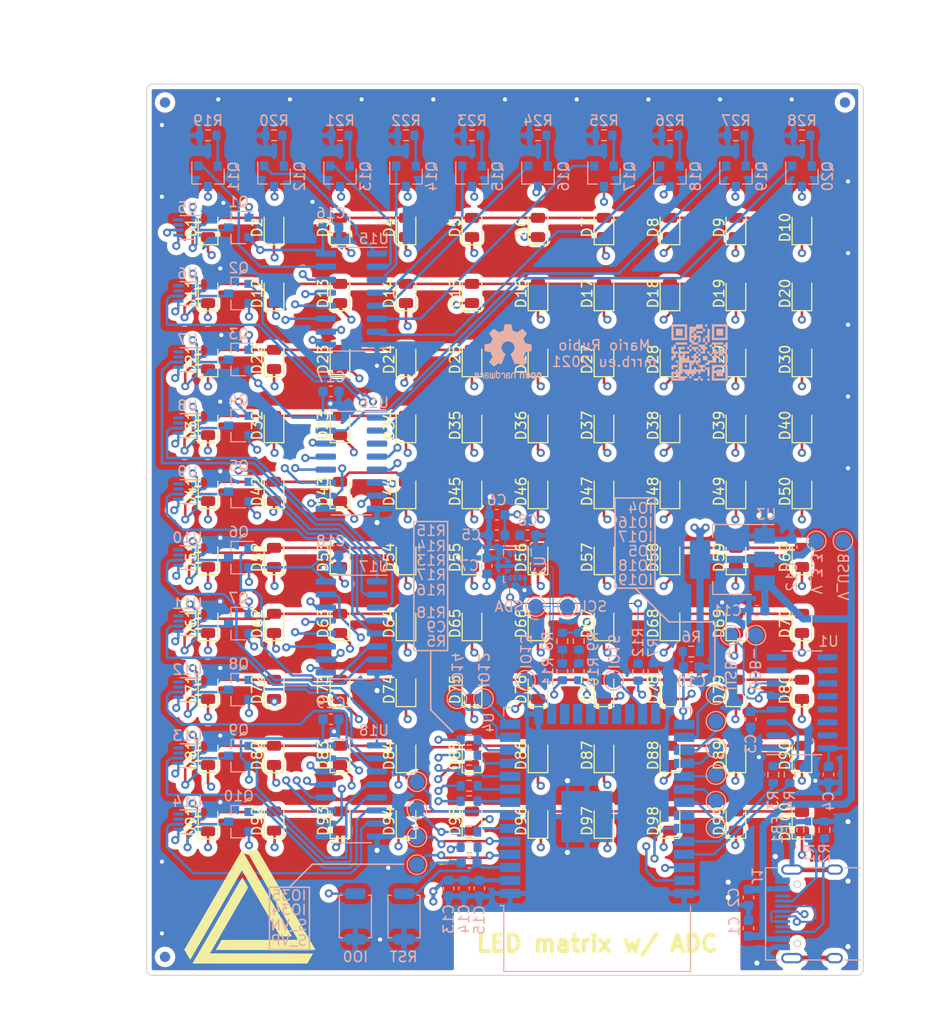
<source format=kicad_pcb>
(kicad_pcb (version 20210424) (generator pcbnew)
  (title_block (title "LED matrix w/ ADC") (date "06/06/2021") (rev "1") (company "Mario Rubio (mrrb.eu)"))
  (layers (0 "F.Cu" signal) (1 "In1.Cu" signal) (2 "In2.Cu" signal) (31 "B.Cu" signal) (34 "B.Paste" user) (35 "F.Paste" user) (36 "B.SilkS" user "B.Silkscreen") (37 "F.SilkS" user "F.Silkscreen") (38 "B.Mask" user) (39 "F.Mask" user) (44 "Edge.Cuts" user))
  (net 0 "")
  (net 1 "VBUS")
  (net 2 "GND")
  (net 3 "/CH_V3")
  (net 4 "+3V3")
  (net 5 "Net-(C8-Pad1)")
  (net 6 "/EN")
  (net 7 "/IO0")
  (net 8 "/LEDs controller/COL0")
  (net 9 "/LEDs controller/ROW0")
  (net 10 "/LEDs controller/COL1")
  (net 11 "/LEDs controller/COL2")
  (net 12 "/LEDs controller/COL3")
  (net 13 "/LEDs controller/COL4")
  (net 14 "/LEDs controller/COL5")
  (net 15 "/LEDs controller/COL6")
  (net 16 "/LEDs controller/COL7")
  (net 17 "/LEDs controller/COL8")
  (net 18 "/LEDs controller/COL9")
  (net 19 "/LEDs controller/ROW1")
  (net 20 "/LEDs controller/ROW2")
  (net 21 "/LEDs controller/ROW3")
  (net 22 "/LEDs controller/ROW4")
  (net 23 "/LEDs controller/ROW5")
  (net 24 "/LEDs controller/ROW6")
  (net 25 "/LEDs controller/ROW7")
  (net 26 "/LEDs controller/ROW8")
  (net 27 "/LEDs controller/ROW9")
  (net 28 "Net-(FB1-Pad1)")
  (net 29 "Net-(J1-PadA5)")
  (net 30 "/USB_D+")
  (net 31 "/USB_D-")
  (net 33 "Net-(J1-PadB5)")
  (net 35 "/LEDs controller/Row controller/P_CTRL0")
  (net 36 "Net-(Q1-Pad3)")
  (net 37 "/LEDs controller/Row controller/P_CTRL1")
  (net 38 "Net-(Q2-Pad3)")
  (net 39 "/LEDs controller/Row controller/P_CTRL2")
  (net 40 "Net-(Q3-Pad3)")
  (net 41 "/LEDs controller/Row controller/P_CTRL3")
  (net 42 "Net-(Q4-Pad3)")
  (net 43 "/LEDs controller/Row controller/P_CTRL4")
  (net 44 "Net-(Q5-Pad3)")
  (net 45 "/LEDs controller/Row controller/P_CTRL5")
  (net 46 "Net-(Q6-Pad3)")
  (net 47 "/LEDs controller/Row controller/P_CTRL6")
  (net 48 "Net-(Q7-Pad3)")
  (net 49 "/LEDs controller/Row controller/P_CTRL7")
  (net 50 "Net-(Q8-Pad3)")
  (net 51 "/LEDs controller/Row controller/P_CTRL8")
  (net 52 "Net-(Q9-Pad3)")
  (net 53 "/LEDs controller/Row controller/P_CTRL9")
  (net 54 "Net-(Q10-Pad3)")
  (net 55 "/LEDs controller/Column controller/N_CTRL0")
  (net 56 "/LEDs controller/Column controller/R_COL0")
  (net 57 "/LEDs controller/Column controller/N_CTRL1")
  (net 58 "/LEDs controller/Column controller/R_COL1")
  (net 59 "/LEDs controller/Column controller/N_CTRL2")
  (net 60 "/LEDs controller/Column controller/R_COL2")
  (net 61 "/LEDs controller/Column controller/N_CTRL3")
  (net 62 "/LEDs controller/Column controller/R_COL3")
  (net 63 "/LEDs controller/Column controller/N_CTRL4")
  (net 64 "/LEDs controller/Column controller/R_COL4")
  (net 65 "/LEDs controller/Column controller/N_CTRL5")
  (net 66 "/LEDs controller/Column controller/R_COL5")
  (net 67 "/LEDs controller/Column controller/N_CTRL6")
  (net 68 "/LEDs controller/Column controller/R_COL6")
  (net 69 "/LEDs controller/Column controller/N_CTRL7")
  (net 70 "/LEDs controller/Column controller/R_COL7")
  (net 71 "/LEDs controller/Column controller/N_CTRL8")
  (net 72 "/LEDs controller/Column controller/R_COL8")
  (net 73 "/LEDs controller/Column controller/N_CTRL9")
  (net 74 "/LEDs controller/Column controller/R_COL9")
  (net 75 "Net-(R3-Pad1)")
  (net 76 "/uC_Rx")
  (net 77 "Net-(R4-Pad1)")
  (net 78 "/uC_Tx")
  (net 79 "/IO2")
  (net 80 "/SCL")
  (net 81 "/SDA")
  (net 82 "Net-(R10-Pad1)")
  (net 83 "Net-(R11-Pad1)")
  (net 84 "Net-(R12-Pad1)")
  (net 85 "/SENSOR_INT")
  (net 86 "Net-(R13-Pad1)")
  (net 87 "/shift_oe")
  (net 88 "Net-(R14-Pad1)")
  (net 89 "/shift_clear")
  (net 90 "Net-(R15-Pad1)")
  (net 91 "/shift_storage_clk")
  (net 92 "Net-(R16-Pad1)")
  (net 93 "/shift_clk")
  (net 94 "Net-(R17-Pad1)")
  (net 95 "/shift_data_in")
  (net 96 "Net-(R18-Pad1)")
  (net 97 "/LED_ADC")
  (net 98 "Net-(TP5-Pad1)")
  (net 99 "Net-(TP6-Pad1)")
  (net 100 "Net-(TP7-Pad1)")
  (net 101 "Net-(TP8-Pad1)")
  (net 102 "Net-(TP9-Pad1)")
  (net 103 "Net-(TP10-Pad1)")
  (net 104 "Net-(TP11-Pad1)")
  (net 105 "Net-(TP12-Pad1)")
  (net 106 "Net-(TP13-Pad1)")
  (net 107 "Net-(TP14-Pad1)")
  (net 108 "Net-(TP15-Pad1)")
  (net 109 "Net-(TP16-Pad1)")
  (net 110 "Net-(TP20-Pad1)")
  (net 132 "/LEDs controller/Row controller/AN_CTRL0")
  (net 133 "/LEDs controller/Row controller/AN_CTRL1")
  (net 134 "/LEDs controller/Row controller/AN_CTRL2")
  (net 135 "/LEDs controller/Row controller/AN_CTRL3")
  (net 136 "/LEDs controller/Row controller/AN_CTRL4")
  (net 137 "/LEDs controller/Row controller/AN_CTRL5")
  (net 138 "/LEDs controller/Row controller/AN_CTRL6")
  (net 139 "/LEDs controller/Row controller/AN_CTRL7")
  (net 140 "/LEDs controller/Row controller/AN_CTRL8")
  (net 141 "/LEDs controller/Row controller/AN_CTRL9")
  (net 142 "Net-(U15-Pad9)")
  (net 144 "Net-(U16-Pad9)")
  (net 146 "Net-(U17-Pad9)")
  (footprint "LED_SMD:LED_0805_2012Metric" (layer "F.Cu") (at 138.22222 56 90)
    (fp_text reference "D6")
    (fp_text value "LED_Small_ALT")
  )
  (footprint "LED_SMD:LED_0805_2012Metric" (layer "F.Cu") (at 112.444444 81.763888 90)
    (fp_text reference "D42")
    (fp_text value "LED_Small_ALT")
  )
  (footprint "LED_SMD:LED_0805_2012Metric" (layer "F.Cu") (at 144.666664 68.881944 90)
    (fp_text reference "D27")
    (fp_text value "LED_Small_ALT")
  )
  (footprint "Fiducial:Fiducial_1mm_Mask2mm" (layer "F.Cu") (at 101.8 43.8)
    (fp_text reference "FD2" hide)
    (fp_text value "Fiducial_1mm_Mask2mm")
  )
  (footprint "LED_SMD:LED_0805_2012Metric" (layer "F.Cu") (at 157.555552 62.440972 90)
    (fp_text reference "D19")
    (fp_text value "LED_Small_ALT")
  )
  (footprint "LED_SMD:LED_0805_2012Metric" (layer "F.Cu") (at 138.22222 68.881944 90)
    (fp_text reference "D26")
    (fp_text value "LED_Small_ALT")
  )
  (footprint "LED_SMD:LED_0805_2012Metric" (layer "F.Cu") (at 125.333332 94.645832 90)
    (fp_text reference "D64")
    (fp_text value "LED_Small_ALT")
  )
  (footprint "LED_SMD:LED_0805_2012Metric" (layer "F.Cu") (at 144.666664 62.440972 90)
    (fp_text reference "D17")
    (fp_text value "LED_Small_ALT")
  )
  (footprint "LED_SMD:LED_0805_2012Metric" (layer "F.Cu") (at 138.22222 101.086804 90)
    (fp_text reference "D76")
    (fp_text value "LED_Small_ALT")
  )
  (footprint "LED_SMD:LED_0805_2012Metric" (layer "F.Cu") (at 144.666664 75.322916 90)
    (fp_text reference "D37")
    (fp_text value "LED_Small_ALT")
  )
  (footprint "LED_SMD:LED_0805_2012Metric" (layer "F.Cu") (at 164 75.322916 90)
    (fp_text reference "D40")
    (fp_text value "LED_Small_ALT")
  )
  (footprint "LED_SMD:LED_0805_2012Metric" (layer "F.Cu") (at 125.333332 107.527776 90)
    (fp_text reference "D84")
    (fp_text value "LED_Small_ALT")
  )
  (footprint "LED_SMD:LED_0805_2012Metric" (layer "F.Cu") (at 118.888888 75.322916 90)
    (fp_text reference "D33")
    (fp_text value "LED_Small_ALT")
  )
  (footprint "LED_SMD:LED_0805_2012Metric" (layer "F.Cu") (at 125.333332 81.763888 90)
    (fp_text reference "D44")
    (fp_text value "LED_Small_ALT")
  )
  (footprint "LED_SMD:LED_0805_2012Metric" (layer "F.Cu") (at 131.777776 81.763888 90)
    (fp_text reference "D45")
    (fp_text value "LED_Small_ALT")
  )
  (footprint "LED_SMD:LED_0805_2012Metric" (layer "F.Cu") (at 164 56 90)
    (fp_text reference "D10")
    (fp_text value "LED_Small_ALT")
  )
  (footprint "qr:penrose1" (layer "F.Cu") (at 110.1 122.3)
    (fp_text reference "penrose_logo" hide)
    (fp_text value "LOGO" hide)
  )
  (footprint "LED_SMD:LED_0805_2012Metric" (layer "F.Cu") (at 125.333332 56 90)
    (fp_text reference "D4")
    (fp_text value "LED_Small_ALT")
  )
  (footprint "LED_SMD:LED_0805_2012Metric" (layer "F.Cu") (at 131.777776 94.645832 90)
    (fp_text reference "D65")
    (fp_text value "LED_Small_ALT")
  )
  (footprint "Fiducial:Fiducial_1mm_Mask2mm" (layer "F.Cu") (at 168.2 43.8)
    (fp_text reference "FD3" hide)
    (fp_text value "Fiducial_1mm_Mask2mm")
  )
  (footprint "LED_SMD:LED_0805_2012Metric" (layer "F.Cu") (at 151.111108 94.645832 90)
    (fp_text reference "D68")
    (fp_text value "LED_Small_ALT")
  )
  (footprint "LED_SMD:LED_0805_2012Metric" (layer "F.Cu") (at 106 88.20486 90)
    (fp_text reference "D51")
    (fp_text value "LED_Small_ALT")
  )
  (footprint "LED_SMD:LED_0805_2012Metric" (layer "F.Cu") (at 106 62.440972 90)
    (fp_text reference "D11")
    (fp_text value "LED_Small_ALT")
  )
  (footprint "LED_SMD:LED_0805_2012Metric" (layer "F.Cu") (at 131.777776 68.881944 90)
    (fp_text reference "D25")
    (fp_text value "LED_Small_ALT")
  )
  (footprint "LED_SMD:LED_0805_2012Metric" (layer "F.Cu") (at 144.666664 101.086804 90)
    (fp_text reference "D77")
    (fp_text value "LED_Small_ALT")
  )
  (footprint "LED_SMD:LED_0805_2012Metric" (layer "F.Cu") (at 164 68.881944 90)
    (fp_text reference "D30")
    (fp_text value "LED_Small_ALT")
  )
  (footprint "LED_SMD:LED_0805_2012Metric" (layer "F.Cu") (at 157.555552 68.881944 90)
    (fp_text reference "D29")
    (fp_text value "LED_Small_ALT")
  )
  (footprint "LED_SMD:LED_0805_2012Metric" (layer "F.Cu") (at 106 107.527776 90)
    (fp_text reference "D81")
    (fp_text value "LED_Small_ALT")
  )
  (footprint "LED_SMD:LED_0805_2012Metric" (layer "F.Cu") (at 125.333332 75.322916 90)
    (fp_text reference "D34")
    (fp_text value "LED_Small_ALT")
  )
  (footprint "LED_SMD:LED_0805_2012Metric" (layer "F.Cu") (at 151.111108 75.322916 90)
    (fp_text reference "D38")
    (fp_text value "LED_Small_ALT")
  )
  (footprint "LED_SMD:LED_0805_2012Metric" (layer "F.Cu") (at 157.555552 88.20486 90)
    (fp_text reference "D59")
    (fp_text value "LED_Small_ALT")
  )
  (footprint "LED_SMD:LED_0805_2012Metric" (layer "F.Cu") (at 144.666664 107.527776 90)
    (fp_text reference "D87")
    (fp_text value "LED_Small_ALT")
  )
  (footprint "LED_SMD:LED_0805_2012Metric" (layer "F.Cu") (at 151.111108 81.763888 90)
    (fp_text reference "D48")
    (fp_text value "LED_Small_ALT")
  )
  (footprint "LED_SMD:LED_0805_2012Metric" (layer "F.Cu") (at 112.444444 101.086804 90)
    (fp_text reference "D72")
    (fp_text value "LED_Small_ALT")
  )
  (footprint "LED_SMD:LED_0805_2012Metric" (layer "F.Cu") (at 151.111108 107.527776 90)
    (fp_text reference "D88")
    (fp_text value "LED_Small_ALT")
  )
  (footprint "LED_SMD:LED_0805_2012Metric" (layer "F.Cu") (at 118.888888 88.20486 90)
    (fp_text reference "D53")
    (fp_text value "LED_Small_ALT")
  )
  (footprint "LED_SMD:LED_0805_2012Metric" (layer "F.Cu") (at 118.888888 101.086804 90)
    (fp_text reference "D73")
    (fp_text value "LED_Small_ALT")
  )
  (footprint "LED_SMD:LED_0805_2012Metric" (layer "F.Cu") (at 112.444444 68.881944 90)
    (fp_text reference "D22")
    (fp_text value "LED_Small_ALT")
  )
  (footprint "LED_SMD:LED_0805_2012Metric" (layer "F.Cu") (at 157.555552 75.322916 90)
    (fp_text reference "D39")
    (fp_text value "LED_Small_ALT")
  )
  (footprint "LED_SMD:LED_0805_2012Metric" (layer "F.Cu") (at 138.22222 81.763888 90)
    (fp_text reference "D46")
    (fp_text value "LED_Small_ALT")
  )
  (footprint "LED_SMD:LED_0805_2012Metric" (layer "F.Cu") (at 118.888888 107.527776 90)
    (fp_text reference "D83")
    (fp_text value "LED_Small_ALT")
  )
  (footprint "Fiducial:Fiducial_1mm_Mask2mm" (layer "F.Cu") (at 101.8 127.2)
    (fp_text reference "FD1" hide)
    (fp_text value "Fiducial_1mm_Mask2mm")
  )
  (footprint "LED_SMD:LED_0805_2012Metric" (layer "F.Cu") (at 138.22222 88.20486 90)
    (fp_text reference "D56")
    (fp_text value "LED_Small_ALT")
  )
  (footprint "LED_SMD:LED_0805_2012Metric" (layer "F.Cu") (at 125.333332 62.440972 90)
    (fp_text reference "D14")
    (fp_text value "LED_Small_ALT")
  )
  (footprint "LED_SMD:LED_0805_2012Metric" (layer "F.Cu") (at 151.111108 113.937498 90)
    (fp_text reference "D98")
    (fp_text value "LED_Small_ALT")
  )
  (footprint "LED_SMD:LED_0805_2012Metric" (layer "F.Cu") (at 164 113.999998 90)
    (fp_text reference "D100")
    (fp_text value "LED_Small_ALT")
  )
  (footprint "LED_SMD:LED_0805_2012Metric" (layer "F.Cu") (at 131.777776 56 90)
    (fp_text reference "D5")
    (fp_text value "LED_Small_ALT")
  )
  (footprint "LED_SMD:LED_0805_2012Metric" (layer "F.Cu") (at 131.777776 107.527776 90)
    (fp_text reference "D85")
    (fp_text value "LED_Small_ALT")
  )
  (footprint "LED_SMD:LED_0805_2012Metric" (layer "F.Cu") (at 144.666664 88.20486 90)
    (fp_text reference "D57")
    (fp_text value "LED_Small_ALT")
  )
  (footprint "LED_SMD:LED_0805_2012Metric" (layer "F.Cu") (at 131.777776 75.322916 90)
    (fp_text reference "D35")
    (fp_text value "LED_Small_ALT")
  )
  (footprint "LED_SMD:LED_0805_2012Metric" (layer "F.Cu") (at 157.555552 113.937498 90)
    (fp_text reference "D99")
    (fp_text value "LED_Small_ALT")
  )
  (footprint "LED_SMD:LED_0805_2012Metric" (layer "F.Cu") (at 125.333332 88.20486 90)
    (fp_text reference "D54")
    (fp_text value "LED_Small_ALT")
  )
  (footprint "LED_SMD:LED_0805_2012Metric" (layer "F.Cu") (at 157.555552 81.763888 90)
    (fp_text reference "D49")
    (fp_text value "LED_Small_ALT")
  )
  (footprint "LED_SMD:LED_0805_2012Metric" (layer "F.Cu") (at 131.777776 101.086804 90)
    (fp_text reference "D75")
    (fp_text value "LED_Small_ALT")
  )
  (footprint "LED_SMD:LED_0805_2012Metric" (layer "F.Cu") (at 118.888888 81.763888 90)
    (fp_text reference "D43")
    (fp_text value "LED_Small_ALT")
  )
  (footprint "LED_SMD:LED_0805_2012Metric" (layer "F.Cu") (at 164 107.527776 90)
    (fp_text reference "D90")
    (fp_text value "LED_Small_ALT")
  )
  (footprint "LED_SMD:LED_0805_2012Metric" (layer "F.Cu") (at 164 101.086804 90)
    (fp_text reference "D80")
    (fp_text value "LED_Small_ALT")
  )
  (footprint "LED_SMD:LED_0805_2012Metric" (layer "F.Cu") (at 157.555552 56 90)
    (fp_text reference "D9")
    (fp_text value "LED_Small_ALT")
  )
  (footprint "LED_SMD:LED_0805_2012Metric" (layer "F.Cu") (at 118.888888 68.881944 90)
    (fp_text reference "D23")
    (fp_text value "LED_Small_ALT")
  )
  (footprint "LED_SMD:LED_0805_2012Metric" (layer "F.Cu") (at 164 94.645832 90)
    (fp_text reference "D70")
    (fp_text value "LED_Small_ALT")
  )
  (footprint "LED_SMD:LED_0805_2012Metric" (layer "F.Cu") (at 112.444444 62.440972 90)
    (fp_text reference "D12")
    (fp_text value "LED_Small_ALT")
  )
  (footprint "LED_SMD:LED_0805_2012Metric" (layer "F.Cu") (at 106 101.086804 90)
    (fp_text reference "D71")
    (fp_text value "LED_Small_ALT")
  )
  (footprint "LED_SMD:LED_0805_2012Metric" (layer "F.Cu") (at 106 68.881944 90)
    (fp_text reference "D21")
    (fp_text value "LED_Small_ALT")
  )
  (footprint "LED_SMD:LED_0805_2012Metric" (layer "F.Cu") (at 118.888888 56 90)
    (fp_text reference "D3")
    (fp_text value "LED_Small_ALT")
  )
  (footprint "LED_SMD:LED_0805_2012Metric" (layer "F.Cu") (at 125.333332 68.881944 90)
    (fp_text reference "D24")
    (fp_text value "LED_Small_ALT")
  )
  (footprint "LED_SMD:LED_0805_2012Metric" (layer "F.Cu") (at 138.22222 62.440972 90)
    (fp_text reference "D16")
    (fp_text value "LED_Small_ALT")
  )
  (footprint "LED_SMD:LED_0805_2012Metric" (layer "F.Cu") (at 118.888888 113.937498 90)
    (fp_text reference "D93")
    (fp_text value "LED_Small_ALT")
  )
  (footprint "LED_SMD:LED_0805_2012Metric" (layer "F.Cu") (at 151.111108 56 90)
    (fp_text reference "D8")
    (fp_text value "LED_Small_ALT")
  )
  (footprint "LED_SMD:LED_0805_2012Metric" (layer "F.Cu") (at 112.444444 113.937498 90)
    (fp_text reference "D92")
    (fp_text value "LED_Small_ALT")
  )
  (footprint "LED_SMD:LED_0805_2012Metric" (layer "F.Cu") (at 106 113.999998 90)
    (fp_text reference "D91")
    (fp_text value "LED_Small_ALT")
  )
  (footprint "LED_SMD:LED_0805_2012Metric" (layer "F.Cu") (at 144.666664 56 90)
    (fp_text reference "D7")
    (fp_text value "LED_Small_ALT")
  )
  (footprint "LED_SMD:LED_0805_2012Metric" (layer "F.Cu") (at 151.111108 101.086804 90)
    (fp_text reference "D78")
    (fp_text value "LED_Small_ALT")
  )
  (footprint "LED_SMD:LED_0805_2012Metric" (layer "F.Cu") (at 125.333332 113.937498 90)
    (fp_text reference "D94")
    (fp_text value "LED_Small_ALT")
  )
  (footprint "LED_SMD:LED_0805_2012Metric" (layer "F.Cu") (at 106 81.763888 90)
    (fp_text reference "D41")
    (fp_text value "LED_Small_ALT")
  )
  (footprint "LED_SMD:LED_0805_2012Metric" (layer "F.Cu") (at 164 88.20486 90)
    (fp_text reference "D60")
    (fp_text value "LED_Small_ALT")
  )
  (footprint "LED_SMD:LED_0805_2012Metric" (layer "F.Cu") (at 131.777776 113.937498 90)
    (fp_text reference "D95")
    (fp_text value "LED_Small_ALT")
  )
  (footprint "LED_SMD:LED_0805_2012Metric" (layer "F.Cu") (at 151.111108 68.881944 90)
    (fp_text reference "D28")
    (fp_text value "LED_Small_ALT")
  )
  (footprint "LED_SMD:LED_0805_2012Metric" (layer "F.Cu") (at 151.111108 62.440972 90)
    (fp_text reference "D18")
    (fp_text value "LED_Small_ALT")
  )
  (footprint "LED_SMD:LED_0805_2012Metric" (layer "F.Cu") (at 138.22222 107.527776 90)
    (fp_text reference "D86")
    (fp_text value "LED_Small_ALT")
  )
  (footprint "LED_SMD:LED_0805_2012Metric" (layer "F.Cu") (at 131.777776 62.440972 90)
    (fp_text reference "D15")
    (fp_text value "LED_Small_ALT")
  )
  (footprint "LED_SMD:LED_0805_2012Metric" (layer "F.Cu") (at 157.555552 94.645832 90)
    (fp_text reference "D69")
    (fp_text value "LED_Small_ALT")
  )
  (footprint "LED_SMD:LED_0805_2012Metric" (layer "F.Cu") (at 144.666664 113.937498 90)
    (fp_text reference "D97")
    (fp_text value "LED_Small_ALT")
  )
  (footprint "LED_SMD:LED_0805_2012Metric" (layer "F.Cu") (at 125.333332 101.086804 90)
    (fp_text reference "D74")
    (fp_text value "LED_Small_ALT")
  )
  (footprint "LED_SMD:LED_0805_2012Metric" (layer "F.Cu") (at 164 62.440972 90)
    (fp_text reference "D20")
    (fp_text value "LED_Small_ALT")
  )
  (footprint "LED_SMD:LED_0805_2012Metric" (layer "F.Cu") (at 112.444444 56 90)
    (fp_text reference "D2")
    (fp_text value "LED_Small_ALT")
  )
  (footprint "LED_SMD:LED_0805_2012Metric" (layer "F.Cu") (at 112.444444 94.645832 90)
    (fp_text reference "D62")
    (fp_text value "LED_Small_ALT")
  )
  (footprint "LED_SMD:LED_0805_2012Metric" (layer "F.Cu") (at 131.777776 88.20486 90)
    (fp_text reference "D55")
    (fp_text value "LED_Small_ALT")
  )
  (footprint "LED_SMD:LED_0805_2012Metric" (layer "F.Cu") (at 106 75.322916 90)
    (fp_text reference "D31")
    (fp_text value "LED_Small_ALT")
  )
  (footprint "LED_SMD:LED_0805_2012Metric" (layer "F.Cu") (at 151.111108 88.20486 90)
    (fp_text reference "D58")
    (fp_text value "LED_Small_ALT")
  )
  (footprint "LED_SMD:LED_0805_2012Metric" (layer "F.Cu") (at 157.555552 101.086804 90)
    (fp_text reference "D79")
    (fp_text value "LED_Small_ALT")
  )
  (footprint "LED_SMD:LED_0805_2012Metric" (layer "F.Cu") (at 112.444444 88.20486 90)
    (fp_text reference "D52")
    (fp_text value "LED_Small_ALT")
  )
  (footprint "LED_SMD:LED_0805_2012Metric" (layer "F.Cu") (at 118.888888 94.645832 90)
    (fp_text reference "D63")
    (fp_text value "LED_Small_ALT")
  )
  (footprint "LED_SMD:LED_0805_2012Metric" (layer "F.Cu") (at 112.444444 107.527776 90)
    (fp_text reference "D82")
    (fp_text value "LED_Small_ALT")
  )
  (footprint "LED_SMD:LED_0805_2012Metric" (layer "F.Cu") (at 138.22222 113.937498 90)
    (fp_text reference "D96")
    (fp_text value "LED_Small_ALT")
  )
  (footprint "LED_SMD:LED_0805_2012Metric" (layer "F.Cu") (at 118.888888 62.440972 90)
    (fp_text reference "D13")
    (fp_text value "LED_Small_ALT")
  )
  (footprint "LED_SMD:LED_0805_2012Metric" (layer "F.Cu") (at 106 56 90)
    (fp_text reference "D1")
    (fp_text value "LED_Small_ALT")
  )
  (footprint "LED_SMD:LED_0805_2012Metric" (layer "F.Cu") (at 164 81.763888 90)
    (fp_text reference "D50")
    (fp_text value "LED_Small_ALT")
  )
  (footprint "LED_SMD:LED_0805_2012Metric" (layer "F.Cu") (at 106 94.645832 90)
    (fp_text reference "D61")
    (fp_text value "LED_Small_ALT")
  )
  (footprint "LED_SMD:LED_0805_2012Metric" (layer "F.Cu") (at 112.444444 75.322916 90)
    (fp_text reference "D32")
    (fp_text value "LED_Small_ALT")
  )
  (footprint "LED_SMD:LED_0805_2012Metric" (layer "F.Cu") (at 157.555552 107.527776 90)
    (fp_text reference "D89")
    (fp_text value "LED_Small_ALT")
  )
  (footprint "LED_SMD:LED_0805_2012Metric" (layer "F.Cu") (at 138.22222 75.322916 90)
    (fp_text reference "D36")
    (fp_text value "LED_Small_ALT")
  )
  (footprint "LED_SMD:LED_0805_2012Metric" (layer "F.Cu") (at 144.666664 81.763888 90)
    (fp_text reference "D47")
    (fp_text value "LED_Small_ALT")
  )
  (footprint "LED_SMD:LED_0805_2012Metric" (layer "F.Cu") (at 144.666664 94.645832 90)
    (fp_text reference "D67")
    (fp_text value "LED_Small_ALT")
  )
  (footprint "LED_SMD:LED_0805_2012Metric" (layer "F.Cu") (at 138.22222 94.645832 90)
    (fp_text reference "D66")
    (fp_text value "LED_Small_ALT")
  )
  (footprint "TestPoint:TestPoint_Pad_D1.5mm" (layer "B.Cu") (at 155.6 114.6 180)
    (fp_text reference "TP16" hide)
    (fp_text value "TestPoint_Small")
  )
  (footprint "Resistor_SMD:R_0603_1608Metric" (layer "B.Cu") (at 112.444444 47 180)
    (fp_text reference "R20")
    (fp_text value "R_LED")
  )
  (footprint "Resistor_SMD:R_0603_1608Metric" (layer "B.Cu") (at 149.5 99.4 90)
    (fp_text reference "R7")
    (fp_text value "10k")
  )
  (footprint "TestPoint:TestPoint_Pad_D1.5mm" (layer "B.Cu") (at 155.6 101.6 180)
    (fp_text reference "TP7" hide)
    (fp_text value "TestPoint_Small")
  )
  (footprint "TestPoint:TestPoint_Pad_D1.5mm" (layer "B.Cu") (at 155.6 112 180)
    (fp_text reference "TP15" hide)
    (fp_text value "TestPoint_Small")
  )
  (footprint "Package_TO_SOT_SMD:SC-70-8" (layer "B.Cu") (at 104 68.888888 180)
    (fp_text reference "U7")
    (fp_text value "BL1551")
  )
  (footprint "Capacitor_SMD:C_0603_1608Metric" (layer "B.Cu") (at 134.2125 84.0375 180)
    (fp_text reference "C6")
    (fp_text value "100n")
  )
  (footprint "Resistor_SMD:R_0603_1608Metric" (layer "B.Cu") (at 118.888888 47 180)
    (fp_text reference "R21")
    (fp_text value "R_LED")
  )
  (footprint "Resistor_SMD:R_0603_1608Metric" (layer "B.Cu") (at 140.6 99.375 90)
    (fp_text reference "R11")
    (fp_text value "0")
  )
  (footprint "Symbol:OSHW-Logo2_7.3x6mm_SilkScreen" (layer "B.Cu") (at 135.3 68.2 180)
    (fp_text reference "OH_logo" hide)
    (fp_text value "OSHW-Logo2_7.3x6mm_SilkScreen" hide)
  )
  (footprint "Package_SO:SOP-16_3.9x9.9mm_P1.27mm" (layer "B.Cu") (at 120 111 180)
    (fp_text reference "U18")
    (fp_text value "74HC595")
  )
  (footprint "Package_LGA:LGA-14_3x2.5mm_P0.5mm_LayoutBorder3x4y" (layer "B.Cu") (at 136.2125 89.0375 90)
    (fp_text reference "U2")
    (fp_text value "ICM-20600")
  )
  (footprint "Package_TO_SOT_SMD:SC-70-8" (layer "B.Cu") (at 104 114 180)
    (fp_text reference "U14")
    (fp_text value "BL1551")
  )
  (footprint "Resistor_SMD:R_0603_1608Metric" (layer "B.Cu") (at 162.8 109.4 -90)
    (fp_text reference "R4")
    (fp_text value "0")
  )
  (footprint "TestPoint:TestPoint_Pad_D1.5mm" (layer "B.Cu") (at 165.4 86.6 180)
    (fp_text reference "TP4" hide)
    (fp_text value "TestPoint_Small")
  )
  (footprint "Capacitor_SMD:C_0603_1608Metric" (layer "B.Cu") (at 159.6 93.4 180)
    (fp_text reference "C11")
    (fp_text value "1u")
  )
  (footprint "Resistor_SMD:R_0603_1608Metric" (layer "B.Cu") (at 131.777776 47 180)
    (fp_text reference "R23")
    (fp_text value "R_LED")
  )
  (footprint "Package_TO_SOT_SMD:SOT-23" (layer "B.Cu") (at 109 56 180)
    (fp_text reference "Q1")
    (fp_text value "Q_PMOS_GSD")
  )
  (footprint "Capacitor_SMD:C_0603_1608Metric" (layer "B.Cu") (at 131 120.5 -90)
    (fp_text reference "C14")
    (fp_text value "100n")
  )
  (footprint "Capacitor_SMD:C_0603_1608Metric" (layer "B.Cu") (at 163 87.2 90)
    (fp_text reference "C12")
    (fp_text value "1u")
  )
  (footprint "Capacitor_SMD:C_0603_1608Metric" (layer "B.Cu") (at 153.2 98.9)
    (fp_text reference "C10")
    (fp_text value "100n")
  )
  (footprint "Resistor_SMD:R_0603_1608Metric" (layer "B.Cu") (at 138.22222 47 180)
    (fp_text reference "R24")
    (fp_text value "R_LED")
  )
  (footprint "Package_TO_SOT_SMD:SOT-23" (layer "B.Cu") (at 144.666664 51 -90)
    (fp_text reference "Q17")
    (fp_text value "Q_NMOS_GSD")
  )
  (footprint "Package_TO_SOT_SMD:SC-70-8" (layer "B.Cu") (at 104 56 180)
    (fp_text reference "U5")
    (fp_text value "BL1551")
  )
  (footprint "Capacitor_SMD:C_0603_1608Metric" (layer "B.Cu") (at 137.2125 86.0375)
    (fp_text reference "C8")
    (fp_text value "100n")
  )
  (footprint "Package_SO:SOP-16_3.9x9.9mm_P1.27mm" (layer "B.Cu") (at 120 63 180)
    (fp_text reference "U15")
    (fp_text value "74HC595")
  )
  (footprint "Resistor_SMD:R_0603_1608Metric" (layer "B.Cu") (at 166.2 114.8 90)
    (fp_text reference "R2")
    (fp_text value "5.1k")
  )
  (footprint "Package_TO_SOT_SMD:SOT-23" (layer "B.Cu") (at 109 62.444444 180)
    (fp_text reference "Q2")
    (fp_text value "Q_PMOS_GSD")
  )
  (footprint "Resistor_SMD:R_0603_1608Metric" (layer "B.Cu") (at 125.333332 47 180)
    (fp_text reference "R22")
    (fp_text value "R_LED")
  )
  (footprint "Package_TO_SOT_SMD:SOT-23" (layer "B.Cu") (at 118.888888 51 -90)
    (fp_text reference "Q13")
    (fp_text value "Q_NMOS_GSD")
  )
  (footprint "Package_TO_SOT_SMD:SC-70-8" (layer "B.Cu") (at 104 101.111108 180)
    (fp_text reference "U12")
    (fp_text value "BL1551")
  )
  (footprint "Resistor_SMD:R_0603_1608Metric" (layer "B.Cu") (at 131.5 112 180)
    (fp_text reference "R16")
    (fp_text value "0")
  )
  (footprint "Resistor_SMD:R_0603_1608Metric" (layer "B.Cu") (at 153.2 97.4 180)
    (fp_text reference "R6")
    (fp_text value "10k")
  )
  (footprint "Package_TO_SOT_SMD:SOT-23" (layer "B.Cu") (at 125.333332 51 -90)
    (fp_text reference "Q14")
    (fp_text value "Q_NMOS_GSD")
  )
  (footprint "Capacitor_SMD:C_0603_1608Metric" (layer "B.Cu") (at 158.775 121.4 -90)
    (fp_text reference "C2")
    (fp_text value "100n")
  )
  (footprint "Package_TO_SOT_SMD:SOT-23" (layer "B.Cu") (at 164 51 -90)
    (fp_text reference "Q20")
    (fp_text value "Q_NMOS_GSD")
  )
  (footprint "Resistor_SMD:R_0603_1608Metric" (layer "B.Cu") (at 161.2 109.4 -90)
    (fp_text reference "R3")
    (fp_text value "0")
  )
  (footprint "Inductor_SMD:L_0603_1608Metric" (layer "B.Cu") (at 163 114.8 90)
    (fp_text reference "FB1")
    (fp_text value "Ferrite_Bead_Small")
  )
  (footprint "Package_TO_SOT_SMD:SC-70-8" (layer "B.Cu") (at 104 75.333332 180)
    (fp_text reference "U8")
    (fp_text value "BL1551")
  )
  (footprint "TestPoint:TestPoint_Pad_D1.5mm" (layer "B.Cu") (at 130.3 102 180)
    (fp_text reference "TP11" hide)
    (fp_text value "TestPoint_Small")
  )
  (footprint "TestPoint:TestPoint_Pad_D1.5mm" (layer "B.Cu") (at 141.1 93 180)
    (fp_text reference "TP18" hide)
    (fp_text value "TestPoint_Small")
  )
  (footprint "Resistor_SMD:R_0603_1608Metric" (layer "B.Cu") (at 157.555552 47 180)
    (fp_text reference "R27")
    (fp_text value "R_LED")
  )
  (footprint "Package_TO_SOT_SMD:SC-70-8" (layer "B.Cu") (at 104 62.444444 180)
    (fp_text reference "U6")
    (fp_text value "BL1551")
  )
  (footprint "Resistor_SMD:R_0603_1608Metric" (layer "B.Cu") (at 144.666664 47 180)
    (fp_text reference "R25")
    (fp_text value "R_LED")
  )
  (footprint "Package_TO_SOT_SMD:SOT-23" (layer "B.Cu") (at 151.111108 51 -90)
    (fp_text reference "Q18")
    (fp_text value "Q_NMOS_GSD")
  )
  (footprint "Package_TO_SOT_SMD:SOT-23" (layer "B.Cu") (at 109 88.22222 180)
    (fp_text reference "Q6")
    (fp_text value "Q_PMOS_GSD")
  )
  (footprint "lcsc_random:TS342A2P-WZ" (layer "B.Cu") (at 118.6375 123.25 90)
    (fp_text reference "SW2" hide)
    (fp_text value "SW_Push")
  )
  (footprint "TestPoint:TestPoint_Pad_D1.5mm" (layer "B.Cu") (at 126.4 112.8 180)
    (fp_text reference "TP17" hide)
    (fp_text value "TestPoint_Small")
  )
  (footprint "Package_SO:SOIC-16_3.9x9.9mm_P1.27mm" (layer "B.Cu") (at 164 102.4)
    (fp_text reference "U1")
    (fp_text value "CH340C")
  )
  (footprint "Capacitor_SMD:C_0603_1608Metric" (layer "B.Cu") (at 132.5 120.5 -90)
    (fp_text reference "C15")
    (fp_text value "100n")
  )
  (footprint "Package_TO_SOT_SMD:SOT-23" (layer "B.Cu") (at 106 51 -90)
    (fp_text reference "Q11")
    (fp_text value "Q_NMOS_GSD")
  )
  (footprint "TestPoint:TestPoint_Pad_D1.5mm" (layer "B.Cu") (at 132.9 102 180)
    (fp_text reference "TP9" hide)
    (fp_text value "TestPoint_Small")
  )
  (footprint "TestPoint:TestPoint_Pad_D1.5mm" (layer "B.Cu") (at 138 93 180)
    (fp_text reference "TP19" hide)
    (fp_text value "TestPoint_Small")
  )
  (footprint "Capacitor_SMD:C_0603_1608Metric" (layer "B.Cu") (at 118 88)
    (fp_text reference "C18")
    (fp_text value "100n")
  )
  (footprint "Capacitor_SMD:C_0603_1608Metric" (layer "B.Cu") (at 131.5 118 180)
    (fp_text reference "C9")
    (fp_text value "100n")
  )
  (footprint "Resistor_SMD:R_0603_1608Metric" (layer "B.Cu") (at 131.5 107.5 180)
    (fp_text reference "R14")
    (fp_text value "0")
  )
  (footprint "TestPoint:TestPoint_Pad_D1.5mm" (layer "B.Cu") (at 157 95.8 180)
    (fp_text reference "TP1" hide)
    (fp_text value "TestPoint_Small")
  )
  (footprint "Resistor_SMD:R_0603_1608Metric" (layer "B.Cu") (at 164.7 114.8 90)
    (fp_text reference "R1")
    (fp_text value "5.1k")
  )
  (footprint "TestPoint:TestPoint_Pad_D1.5mm" (layer "B.Cu") (at 168 86.6 180)
    (fp_text reference "TP3" hide)
    (fp_text value "TestPoint_Small")
  )
  (footprint "Resistor_SMD:R_0603_1608Metric" (layer "B.Cu") (at 131.5 115 180)
    (fp_text reference "R18")
    (fp_text value "0")
  )
  (footprint "lcsc_random:TS342A2P-WZ" (layer "B.Cu") (at 123.3875 123.25 90)
    (fp_text reference "SW1" hide)
    (fp_text value "SW_Push")
  )
  (footprint "Resistor_SMD:R_0603_1608Metric" (layer "B.Cu") (at 142.2 96.375 -90)
    (fp_text reference "R9")
    (fp_text value "10k")
  )
  (footprint "Package_TO_SOT_SMD:SOT-23" (layer "B.Cu") (at 138.22222 51 -90)
    (fp_text reference "Q16")
    (fp_text value "Q_NMOS_GSD")
  )
  (footprint "Resistor_SMD:R_0603_1608Metric" (layer "B.Cu") (at 164 47 180)
    (fp_text reference "R28")
    (fp_text value "R_LED")
  )
  (footprint "Package_TO_SOT_SMD:SC-70-8" (layer "B.Cu") (at 104 94.666664 180)
    (fp_text reference "U11")
    (fp_text value "BL1551")
  )
  (footprint "qr:qr2" (layer "B.Cu") (at 154 68.2 180)
    (fp_text reference "QR" hide)
    (fp_text value "LOGO" hide)
  )
  (footprint "Package_TO_SOT_SMD:SOT-23" (layer "B.Cu") (at 131.777776 51 -90)
    (fp_text reference "Q15")
    (fp_text value "Q_NMOS_GSD")
  )
  (footprint "Capacitor_SMD:C_0603_1608Metric" (layer "B.Cu") (at 158.775 124.4 90)
    (fp_text reference "C1")
    (fp_text value "1u")
  )
  (footprint "Resistor_SMD:R_0603_1608Metric" (layer "B.Cu") (at 142.2 99.375 90)
    (fp_text reference "R10")
    (fp_text value "0")
  )
  (footprint "Resistor_SMD:R_0603_1608Metric" (layer "B.Cu") (at 148 99.4 90)
    (fp_text reference "R12")
    (fp_text value "0")
  )
  (footprint "Fiducial:Fiducial_1mm_Mask2mm" (layer "B.Cu") (at 101.8 127.2 180)
    (fp_text reference "FD4" hide)
    (fp_text value "Fiducial_1mm_Mask2mm")
  )
  (footprint "Capacitor_SMD:C_0603_1608Metric" (layer "B.Cu") (at 166.6 109.4 -90)
    (fp_text reference "C4")
    (fp_text value "100n")
  )
  (footprint "TestPoint:TestPoint_Pad_D1.5mm" (layer "B.Cu") (at 155.6 106.8 180)
    (fp_text reference "TP14" hide)
    (fp_text value "TestPoint_Small")
  )
  (footprint "Capacitor_SMD:C_0603_1608Metric" (layer "B.Cu") (at 118 104)
    (fp_text reference "C19")
    (fp_text value "100n")
  )
  (footprint "Package_TO_SOT_SMD:SOT-23" (layer "B.Cu") (at 109 114 180)
    (fp_text reference "Q10")
    (fp_text value "Q_PMOS_GSD")
  )
  (footprint "Resistor_SMD:R_0603_1608Metric" (layer "B.Cu") (at 131.5 106 180)
    (fp_text reference "R15")
    (fp_text value "0")
  )
  (footprint "Package_SO:SOP-16_3.9x9.9mm_P1.27mm" (layer "B.Cu") (at 120 95 180)
    (fp_text reference "U17")
    (fp_text value "74HC595")
  )
  (footprint "TestPoint:TestPoint_Pad_D1.5mm" (layer "B.Cu") (at 137 100.2 180)
    (fp_text reference "TP10" hide)
    (fp_text value "TestPoint_Small")
  )
  (footprint "Resistor_SMD:R_0603_1608Metric" (layer "B.Cu") (at 131.5 116.5)
    (fp_text reference "R5")
    (fp_text value "10k")
  )
  (footprint "Package_TO_SOT_SMD:SOT-23" (layer "B.Cu") (at 157.555552 51 -90)
    (fp_text reference "Q19")
    (fp_text value "Q_NMOS_GSD")
  )
  (footprint "TestPoint:TestPoint_Pad_D1.5mm" (layer "B.Cu") (at 155.6 104.2 180)
    (fp_text reference "TP13" hide)
    (fp_text value "TestPoint_Small")
  )
  (footprint "Package_TO_SOT_SMD:SC-70-8" (layer "B.Cu") (at 104 107.555552 180)
    (fp_text reference "U13")
    (fp_text value "BL1551")
  )
  (footprint "Resistor_SMD:R_0603_1608Metric" (layer "B.Cu") (at 140.6 96.375 -90)
    (fp_text reference "R8")
    (fp_text value "10k")
  )
  (footprint "Capacitor_SMD:C_0603_1608Metric" (layer "B.Cu") (at 118 56)
    (fp_text reference "C16")
    (fp_text value "100n")
  )
  (footprint "TestPoint:TestPoint_Pad_D1.5mm" (layer "B.Cu") (at 126.4 110.1 180)
    (fp_text reference "TP20" hide)
    (fp_text value "TestPoint_Small")
  )
  (footprint "Fiducial:Fiducial_1mm_Mask2mm" (layer "B.Cu") (at 168.2 43.8 180)
    (fp_text reference "FD6" hide)
    (fp_text value "Fiducial_1mm_Mask2mm")
  )
  (footprint "Capacitor_SMD:C_0603_1608Metric" (layer "B.Cu") (at 133.2125 89.0375 90)
    (fp_text reference "C7")
    (fp_text value "100n")
  )
  (footprint "Capacitor_SMD:C_0603_1608Metric" (layer "B.Cu") (at 134.2125 86.0375 180)
    (fp_text reference "C5")
    (fp_text value "1u")
  )
  (footprint "Package_TO_SOT_SMD:SOT-23" (layer "B.Cu") (at 109 75.333332 180)
    (fp_text reference "Q4")
    (fp_text value "Q_PMOS_GSD")
  )
  (footprint "Package_SO:SOP-16_3.9x9.9mm_P1.27mm" (layer "B.Cu") (at 120 79 180)
    (fp_text reference "U16")
    (fp_text value "74HC595")
  )
  (footprint "Resistor_SMD:R_0603_1608Metric" (layer "B.Cu") (at 131.5 109 180)
    (fp_text reference "R13")
    (fp_text value "0")
  )
  (footprint "Package_TO_SOT_SMD:SOT-23" (layer "B.Cu") (at 109 81.777776 180)
    (fp_text reference "Q5")
    (fp_text value "Q_PMOS_GSD")
  )
  (footprint "Package_TO_SOT_SMD:SC-70-8" (layer "B.Cu") (at 104 81.777776 180)
    (fp_text reference "U9")
    (fp_text value "BL1551")
  )
  (footprint "Capacitor_SMD:C_0603_1608Metric" (layer "B.Cu") (at 159 104 -90)
    (fp_text reference "C3")
    (fp_text value "100n")
  )
  (footprint "Resistor_SMD:R_0603_1608Metric" (layer "B.Cu") (at 151.111108 47 180)
    (fp_text reference "R26")
    (fp_text value "R_LED")
  )
  (footprint "Fiducial:Fiducial_1mm_Mask2mm" (layer "B.Cu") (at 101.8 43.8 180)
    (fp_text reference "FD5" hide)
    (fp_text value "Fiducial_1mm_Mask2mm")
  )
  (footprint "lcsc_random:TYPE-C-31-M-12" (layer "B.Cu") (at 160.45 123 -90)
    (fp_text reference "J1")
    (fp_text value "TYPE-C-31-M-12")
    (fp_circle (center 2.89 -3.1) (end 3.215 -3.1) (layer "Edge.Cuts") (width 0.12) (fill none))
    (fp_circle (center -2.89 -3.1) (end -2.565 -3.1) (layer "Edge.Cuts") (width 0.12) (fill none))
  )
  (footprint "Package_TO_SOT_SMD:SOT-23" (layer "B.Cu") (at 109 68.888888 180)
    (fp_text reference "Q3")
    (fp_text value "Q_PMOS_GSD")
  )
  (footprint "TestPoint:TestPoint_Pad_D1.5mm" (layer "B.Cu") (at 126.4 118.2 180)
    (fp_text reference "TP5" hide)
    (fp_text value "TestPoint_Small")
  )
  (footprint "Capacitor_SMD:C_0603_1608Metric" (layer "B.Cu") (at 118 72)
    (fp_text reference "C17")
    (fp_text value "100n")
  )
  (footprint "Resistor_SMD:R_0603_1608Metric" (layer "B.Cu") (at 131.5 110.5 180)
    (fp_text reference "R17")
    (fp_text value "0")
  )
  (footprint "Resistor_SMD:R_0603_1608Metric" (layer "B.Cu") (at 106 47 180)
    (fp_text reference "R19")
    (fp_text value "R_LED")
  )
  (footprint "Package_TO_SOT_SMD:SOT-23" (layer "B.Cu") (at 109 94.666664 180)
    (fp_text reference "Q7")
    (fp_text value "Q_PMOS_GSD")
  )
  (footprint "TestPoint:TestPoint_Pad_D1.5mm" (layer "B.Cu") (at 155.6 109.4 180)
    (fp_text reference "TP8" hide)
    (fp_text value "TestPoint_Small")
  )
  (footprint "Capacitor_SMD:C_0603_1608Metric" (layer "B.Cu") (at 129.5 120.5 -90)
    (fp_text reference "C13")
    (fp_text value "1u")
  )
  (footprint "Package_TO_SOT_SMD:SOT-23" (layer "B.Cu") (at 109 107.555552 180)
    (fp_text reference "Q9")
    (fp_text value "Q_PMOS_GSD")
  )
  (footprint "TestPoint:TestPoint_Pad_D1.5mm" (layer "B.Cu") (at 145.6 100.2 180)
    (fp_text reference "TP12" hide)
    (fp_text value "TestPoint_Small")
  )
  (footprint "Package_TO_SOT_SMD:SOT-223-3_TabPin2" (layer "B.Cu") (at 157.2 88.4 180)
    (fp_text reference "U3")
    (fp_text value "AZ1117-3.3")
  )
  (footprint "Package_TO_SOT_SMD:SOT-23" (layer "B.Cu") (at 109 101.111108 180)
    (fp_text reference "Q8")
    (fp_text value "Q_PMOS_GSD")
  )
  (footprint "RF_Module:ESP32-WROOM-32" (layer "B.Cu") (at 144 112.75)
    (fp_text reference "U4")
    (fp_text value "ESP32-WROOM-32")
  )
  (footprint "Package_TO_SOT_SMD:SC-70-8" (layer "B.Cu") (at 104 88.22222 180)
    (fp_text reference "U10")
    (fp_text value "BL1551")
  )
  (footprint "TestPoint:TestPoint_Pad_D1.5mm" (layer "B.Cu") (at 126.4 115.5 180)
    (fp_text reference "TP6" hide)
    (fp_text value "TestPoint_Small")
  )
  (footprint "TestPoint:TestPoint_Pad_D1.5mm" (layer "B.Cu") (at 159.5 95.8 180)
    (fp_text reference "TP2" hide)
    (fp_text value "TestPoint_Small")
  )
  (footprint "Package_TO_SOT_SMD:SOT-23" (layer "B.Cu") (at 112.444444 51 -90)
    (fp_text reference "Q12")
    (fp_text value "Q_NMOS_GSD")
  )
  (gr_line (start 147.7 91.2) (end 151 94.5) (layer "B.SilkS") (width 0.15))
  (gr_line (start 113.95 120.4) (end 116.2 118.15) (layer "B.SilkS") (width 0.15))
  (gr_rect (start 112 120.4) (end 115.9 126.5) (layer "B.SilkS") (width 0.15) (fill none))
  (gr_rect (start 126.1 84.7) (end 129.4 97.3) (layer "B.SilkS") (width 0.15) (fill none))
  (gr_line (start 116.2 118.15) (end 125.1 118.15) (layer "B.SilkS") (width 0.15))
  (gr_line (start 127.75 103.1) (end 129.9 105.25) (layer "B.SilkS") (width 0.15))
  (gr_rect (start 149.65 91.2) (end 145.75 82.4) (layer "B.SilkS") (width 0.15) (fill none))
  (gr_line (start 155.5 94.5) (end 155.5 100.1) (layer "B.SilkS") (width 0.15))
  (gr_line (start 127.75 97.3) (end 127.75 103.1) (layer "B.SilkS") (width 0.15))
  (gr_line (start 151 94.5) (end 155.5 94.5) (layer "B.SilkS") (width 0.15))
  (gr_line (start 100 128.4) (end 100 42.6) (layer "Edge.Cuts") (width 0.1))
  (gr_arc (start 169.4 128.4) (end 169.4 129) (angle -90) (layer "Edge.Cuts") (width 0.1))
  (gr_arc (start 100.6 128.4) (end 100 128.4) (angle -90) (layer "Edge.Cuts") (width 0.1))
  (gr_line (start 169.4 129) (end 100.6 129) (layer "Edge.Cuts") (width 0.1))
  (gr_arc (start 100.6 42.6) (end 100 42.6) (angle 90) (layer "Edge.Cuts") (width 0.1))
  (gr_line (start 100.6 42) (end 169.4 42) (layer "Edge.Cuts") (width 0.1))
  (gr_line (start 170 42.6) (end 170 128.4) (layer "Edge.Cuts") (width 0.1))
  (gr_arc (start 169.4 42.6) (end 169.4 42) (angle 90) (layer "Edge.Cuts") (width 0.1))
  (gr_text "Mario Rubio\nmrrb.eu 2021" (at 144.7 68.3) (layer "B.SilkS") (effects (font (size 1 1)) (justify mirror)))
  (gr_text "LED matrix w/ ADC" (at 144 125.9) (layer "F.SilkS") (effects (font (size 1.6 1.6) (thickness 0.4))))
  (segment (start 162.105 125.45) (end 160.65 125.45) (width 0.5) (layer "B.Cu") (net 1))
  (segment (start 160.375 93.4) (end 160.375 90.725) (width 0.7) (layer "B.Cu") (net 1))
  (segment (start 168.755 106.845) (end 168.8 106.8) (width 0.25) (layer "B.Cu") (net 1))
  (segment (start 168.8 87.4) (end 168 86.6) (width 0.7) (layer "B.Cu") (net 1))
  (segment (start 168.8 94.2) (end 164.1 94.2) (width 0.7) (layer "B.Cu") (net 1))
  (segment (start 168.8 94.2) (end 168.8 87.4) (width 0.7) (layer "B.Cu") (net 1))
  (segment (start 160.025 125.175) (end 160.2 125) (width 0.7) (layer "B.Cu") (net 1))
  (segment (start 168.8 111.7) (end 168.8 106.8) (width 0.7) (layer "B.Cu") (net 1))
  (segment (start 168.8 106.8) (end 168.8 94.2) (width 0.7) (layer "B.Cu") (net 1))
  (segment (start 168.2 112.3) (end 168.8 111.7) (width 0.7) (layer "B.Cu") (net 1))
  (segment (start 162.3 112.3) (end 168.2 112.3) (width 0.7) (layer "B.Cu") (net 1))
  (segment (start 166.6 108.625) (end 166.6 106.97) (width 0.25) (layer "B.Cu") (net 1))
  (segment (start 166.6 106.97) (end 166.475 106.845) (width 0.25) (layer "B.Cu") (net 1))
  (segment (start 162.105 120.55) (end 160.35 120.55) (width 0.5) (layer "B.Cu") (net 1))
  (segment (start 159.975 120.625) (end 160.2 120.4) (width 0.7) (layer "B.Cu") (net 1))
  (segment (start 158.775 120.625) (end 159.975 120.625) (width 0.7) (layer "B.Cu") (net 1))
  (segment (start 166.475 106.845) (end 168.755 106.845) (width 0.25) (layer "B.Cu") (net 1))
  (segment (start 160.375 90.725) (end 160.35 90.7) (width 0.7) (layer "B.Cu") (net 1))
  (segment (start 160.6 90.7) (end 160.35 90.7) (width 0.7) (layer "B.Cu") (net 1))
  (segment (start 160.2 114.4) (end 162.3 112.3) (width 0.7) (layer "B.Cu") (net 1))
  (segment (start 160.65 125.45) (end 160.2 125) (width 0.5) (layer "B.Cu") (net 1))
  (segment (start 160.35 120.55) (end 160.2 120.4) (width 0.5) (layer "B.Cu") (net 1))
  (segment (start 164.1 94.2) (end 160.6 90.7) (width 0.7) (layer "B.Cu") (net 1))
  (segment (start 158.775 125.175) (end 160.025 125.175) (width 0.7) (layer "B.Cu") (net 1))
  (segment (start 160.2 125) (end 160.2 120.4) (width 0.7) (layer "B.Cu") (net 1))
  (segment (start 160.2 120.4) (end 160.2 114.4) (width 0.7) (layer "B.Cu") (net 1))
  (via (at 168.5 51.5) (size 0.8) (drill 0.4) (layers "F.Cu" "B.Cu") (net 2))
  (via (at 122.5 69.5) (size 0.8) (drill 0.4) (layers "F.Cu" "B.Cu") (net 2))
  (via (at 168.5 114) (size 0.9) (drill 0.5) (layers "F.Cu" "B.Cu") (net 2))
  (via (at 117.3 89.2) (size 0.8) (drill 0.4) (layers "F.Cu" "B.Cu") (net 2))
  (via (at 159.8 84.1) (size 0.9) (drill 0.5) (layers "F.Cu" "B.Cu") (net 2))
  (via (at 168.5 65.5) (size 0.8) (drill 0.4) (layers "F.Cu" "B.Cu") (net 2))
  (via (at 107.2 105.6) (size 0.8) (drill 0.4) (layers "F.Cu" "B.Cu") (net 2))
  (via (at 107.2 73) (size 0.8) (drill 0.4) (layers "F.Cu" "B.Cu") (net 2))
  (via (at 123.6 118.5) (size 0.8) (drill 0.4) (layers "F.Cu" "B.Cu") (net 2))
  (via (at 101.5 117.9) (size 0.8) (drill 0.4) (layers "F.Cu" "B.Cu") (net 2))
  (via (at 156.2 92.6) (size 0.8) (drill 0.4) (layers "F.Cu" "B.Cu") (net 2))
  (via (at 156.8 119.9) (size 0.9) (drill 0.5) (layers "F.Cu" "B.Cu") (net 2))
  (via (at 130.4 88.2) (size 0.8) (drill 0.4) (layers "F.Cu" "B.Cu") (net 2))
  (via (at 141.1 117) (size 0.9) (drill 0.5) (layers "F.Cu" "B.Cu") (net 2))
  (via (at 107.2 92.5) (size 0.8) (drill 0.4) (layers "F.Cu" "B.Cu") (net 2))
  (via (at 107.2 60) (size 0.8) (drill 0.4) (layers "F.Cu" "B.Cu") (net 2))
  (via (at 141.1 110) (size 0.9) (drill 0.5) (layers "F.Cu" "B.Cu") (net 2))
  (via (at 159.6 127.8) (size 0.9) (drill 0.5) (layers "F.Cu" "B.Cu") (net 2))
  (via (at 168.5 72.5) (size 0.8) (drill 0.4) (layers "F.Cu" "B.Cu") (net 2))
  (via (at 168.5 126.2) (size 0.9) (drill 0.5) (layers "F.Cu" "B.Cu") (net 2))
  (via (at 107.5 53.6) (size 0.8) (drill 0.4) (layers "F.Cu" "B.Cu") (net 2))
  (via (at 101.5 53) (size 0.8) (drill 0.4) (layers "F.Cu" "B.Cu") (net 2))
  (via (at 101.5 46) (size 0.8) (drill 0.4) (layers "F.Cu" "B.Cu") (net 2))
  (via (at 107.2 79.8) (size 0.8) (drill 0.4) (layers "F.Cu" "B.Cu") (net 2))
  (via (at 163 43.5) (size 0.8) (drill 0.4) (layers "F.Cu" "B.Cu") (net 2))
  (via (at 168.5 58.5) (size 0.8) (drill 0.4) (layers "F.Cu" "B.Cu") (net 2))
  (via (at 107.2 112.1) (size 0.8) (drill 0.4) (layers "F.Cu" "B.Cu") (net 2))
  (via (at 133.5 82.3) (size 0.8) (drill 0.4) (layers "F.Cu" "B.Cu") (net 2))
  (via (at 114 43.5) (size 0.8) (drill 0.4) (layers "F.Cu" "B.Cu") (net 2))
  (via (at 149 43.5) (size 0.8) (drill 0.4) (layers "F.Cu" "B.Cu") (net 2))
  (via (at 122.8 125.5) (size 0.8) (drill 0.4) (layers "F.Cu" "B.Cu") (net 2))
  (via (at 118.3 105.2) (size 0.8) (drill 0.4) (layers "F.Cu" "B.Cu") (net 2))
  (via (at 168.5 79.5) (size 0.8) (drill 0.4) (layers "F.Cu" "B.Cu") (net 2))
  (via (at 117.9495 73.2) (size 0.8) (drill 0.4) (layers "F.Cu" "B.Cu") (net 2))
  (via (at 122.5 101.2) (size 0.9) (drill 0.5) (layers "F.Cu" "B.Cu") (net 2))
  (via (at 107.2 86.3) (size 0.8) (drill 0.4) (layers "F.Cu" "B.Cu") (net 2))
  (via (at 165.3 110) (size 0.8) (drill 0.4) (layers "F.Cu" "B.Cu") (net 2))
  (via (at 159.8 107.7) (size 0.8) (drill 0.4) (layers "F.Cu" "B.Cu") (net 2))
  (via (at 116.2 53.5) (size 0.8) (drill 0.4) (layers "F.Cu" "B.Cu") (net 2))
  (via (at 128 43.5) (size 0.8) (drill 0.4) (layers "F.Cu" "B.Cu") (net 2))
  (via (at 136.9 91.4) (size 0.8) (drill 0.4) (layers "F.Cu" "B.Cu") (net 2))
  (via (at 160.9 84.1) (size 0.9) (drill 0.5) (layers "F.Cu" "B.Cu") (net 2))
  (via (at 142 43.5) (size 0.8) (drill 0.4) (layers "F.Cu" "B.Cu") (net 2))
  (via (at 121 43.5) (size 0.8) (drill 0.4) (layers "F.Cu" "B.Cu") (net 2))
  (via (at 107.2 99) (size 0.8) (drill 0.4) (layers "F.Cu" "B.Cu") (net 2))
  (via (at 107 43.5) (size 0.8) (drill 0.4) (layers "F.Cu" "B.Cu") (net 2))
  (via (at 168.5 119.8) (size 0.9) (drill 0.5) (layers "F.Cu" "B.Cu") (net 2))
  (via (at 161.4 117.4) (size 0.9) (drill 0.5) (layers "F.Cu" "B.Cu") (net 2))
  (via (at 107.3 66.5) (size 0.8) (drill 0.4) (layers "F.Cu" "B.Cu") (net 2))
  (via (at 101.5 124.9) (size 0.8) (drill 0.4) (layers "F.Cu" "B.Cu") (net 2))
  (via (at 122.5 116.8) (size 0.9) (drill 0.5) (layers "F.Cu" "B.Cu") (net 2))
  (via (at 135 43.5) (size 0.8) (drill 0.4) (layers "F.Cu" "B.Cu") (net 2))
  (via (at 156 43.5) (size 0.8) (drill 0.4) (layers "F.Cu" "B.Cu") (net 2))
  (via (at 156.8 121.4) (size 0.9) (drill 0.5) (layers "F.Cu" "B.Cu") (net 2))
  (via (at 122.5 84.8) (size 0.9) (drill 0.5) (layers "F.Cu" "B.Cu") (net 2))
  (segment (start 107.1 92.6) (end 107.2 92.5) (width 0.25) (layer "B.Cu") (net 2))
  (segment (start 104.9 75.083332) (end 105.65 75.083332) (width 0.25) (layer "B.Cu") (net 2))
  (segment (start 104.9 55.75) (end 105.65 55.75) (width 0.25) (layer "B.Cu") (net 2))
  (segment (start 105.65 107.305552) (end 107.2 105.755552) (width 0.25) (layer "B.Cu") (net 2))
  (segment (start 136.9625 91.3375) (end 136.9625 90.2) (width 0.2) (layer "B.Cu") (net 2))
  (segment (start 161.4 117.4) (end 161.4 115.6125) (width 0.5) (layer "B.Cu") (net 2))
  (segment (start 161.4 119.045) (end 161.4 117.4) (width 0.5) (layer "B.Cu") (net 2))
  (segment (start 161.15 126.25) (end 159.6 127.8) (width 0.5) (layer "B.Cu") (net 2))
  (segment (start 162.105 119.75) (end 161.4 119.045) (width 0.5) (layer "B.Cu") (net 2))
  (segment (start 122.5 67.445) (end 122.5 69.5) (width 0.25) (layer "B.Cu") (net 2))
  (segment (start 107.2 105.755552) (end 107.2 105.6) (width 0.25) (layer "B.Cu") (net 2))
  (segment (start 107.5 53.9) (end 107.5 53.6) (width 0.25) (layer "B.Cu") (net 2))
  (segment (start 105.65 68.638888) (end 107.3 66.988888) (width 0.25) (layer "B.Cu") (net 2))
  (segment (start 107.3 66.988888) (end 107.3 66.5) (width 0.25) (layer "B.Cu") (net 2))
  (segment (start 104.9 107.305552) (end 105.65 107.305552) (width 0.25) (layer "B.Cu") (net 2))
  (segment (start 104.9 62.194444) (end 105.65 62.194444) (width 0.25) (layer "B.Cu") (net 2))
  (segment (start 104.9 94.416664) (end 105.65 94.416664) (width 0.25) (layer "B.Cu") (net 2))
  (segment (start 161.4 115.6125) (end 163 114.0125) (width 0.5) (layer "B.Cu") (net 2))
  (segment (start 118.5 88) (end 117.3 89.2) (width 0.25) (layer "B.Cu") (net 2))
  (segment (start 160.675 86.425) (end 160.35 86.1) (width 0.5) (layer "B.Cu") (net 2))
  (segment (start 141.1 115.405) (end 143 113.505) (width 0.25) (layer "B.Cu") (net 2))
  (segment (start 105.65 100.861108) (end 107.2 99.311108) (width 0.25) (layer "B.Cu") (net 2))
  (segment (start 118.7 56) (end 116.2 53.5) (width 0.25) (layer "B.Cu") (net 2))
  (segment (start 136.9 91.4) (end 136.9625 91.3375) (width 0.2) (layer "B.Cu") (net 2))
  (segment (start 107.2 73.533332) (end 107.2 73) (width 0.25) (layer "B.Cu") (net 2))
  (segment (start 128.4 118) (end 127 119.4) (width 0.25) (layer "B.Cu") (net 2))
  (segment (start 127 119.4) (end 124.5 119.4) (width 0.25) (layer "B.Cu") (net 2))
  (segment (start 104.9 68.638888) (end 105.65 68.638888) (width 0.25) (layer "B.Cu") (net 2))
  (segment (start 160.35 84.65) (end 159.8 84.1) (width 0.5) (layer "B.Cu") (net 2))
  (segment (start 105.65 62.194444) (end 107.2 60.644444) (width 0.25) (layer "B.Cu") (net 2))
  (segment (start 160.35 84.65) (end 160.9 84.1) (width 0.5) (layer "B.Cu") (net 2))
  (segment (start 107.1 92.966664) (end 107.1 92.6) (width 0.25) (layer "B.Cu") (net 2))
  (segment (start 118.775 104) (end 118.775 104.725) (width 0.25) (layer "B.Cu") (net 2))
  (segment (start 104.9 100.861108) (end 105.65 100.861108) (width 0.25) (layer "B.Cu") (net 2))
  (segment (start 141.1 110) (end 141.1 111.605) (width 0.25) (layer "B.Cu") (net 2))
  (segment (start 135.3 88.5375) (end 135.3 89.009195) (width 0.2) (layer "B.Cu") (net 2))
  (segment (start 104.9 87.97222) (end 105.52778 87.97222) (width 0.25) (layer "B.Cu") (net 2))
  (segment (start 105.52778 87.97222) (end 107.2 86.3) (width 0.25) (layer "B.Cu") (net 2))
  (segment (start 105.65 81.527776) (end 107.2 79.977776) (width 0.25) (layer "B.Cu") (net 2))
  (segment (start 105.65 75.083332) (end 107.2 73.533332) (width 0.25) (layer "B.Cu") (net 2))
  (segment (start 107.2 79.977776) (end 107.2 79.8) (width 0.25) (layer "B.Cu") (net 2))
  (segment (start 118.775 88) (end 118.5 88) (width 0.25) (layer "B.Cu") (net 2))
  (segment (start 141.1 111.605) (end 143 113.505) (width 0.25) (layer "B.Cu") (net 2))
  (segment (start 118.775 104.725) (end 118.3 105.2) (width 0.25) (layer "B.Cu") (net 2))
  (segment (start 105.55 113.75) (end 107.2 112.1) (width 0.25) (layer "B.Cu") (net 2))
  (segment (start 163 86.425) (end 160.675 86.425) (width 0.5) (layer "B.Cu") (net 2))
  (segment (start 133.2125 88.2625) (end 135.025 88.2625) (width 0.2) (layer "B.Cu") (net 2))
  (segment (start 105.65 55.75) (end 107.5 53.9) (width 0.25) (layer "B.Cu") (net 2))
  (segment (start 141.1 117) (end 141.1 115.405) (width 0.25) (layer "B.Cu") (net 2))
  (segment (start 118.775 56) (end 118.7 56) (width 0.25) (layer "B.Cu") (net 2))
  (segment (start 135.025 88.2625) (end 135.3 88.5375) (width 0.2) (layer "B.Cu") (net 2))
  (segment (start 160.35 86.1) (end 160.35 84.65) (width 0.5) (layer "B.Cu") (net 2))
  (segment (start 104.9 113.75) (end 105.55 113.75) (width 0.25) (layer "B.Cu") (net 2))
  (segment (start 124.5 119.4) (end 123.6 118.5) (width 0.25) (layer "B.Cu") (net 2))
  (segment (start 162.105 126.25) (end 161.15 126.25) (width 0.5) (layer "B.Cu") (net 2))
  (segment (start 107.2 60.644444) (end 107.2 60) (width 0.25) (layer "B.Cu") (net 2))
  (segment (start 130.725 118) (end 128.4 118) (width 0.25) (layer "B.Cu") (net 2))
  (segment (start 104.9 81.527776) (end 105.65 81.527776) (width 0.25) (layer "B.Cu") (net 2))
  (segment (start 107.2 99.311108) (end 107.2 99) (width 0.25) (layer "B.Cu") (net 2))
  (segment (start 105.65 94.416664) (end 107.1 92.966664) (width 0.25) (layer "B.Cu") (net 2))
  (segment (start 161.335 103.225) (end 161.525 103.035) (width 0.25) (layer "B.Cu") (net 3))
  (segment (start 159 103.225) (end 161.335 103.225) (width 0.25) (layer "B.Cu") (net 3))
  (via (at 128 120.8) (size 0.8) (drill 0.4) (layers "F.Cu" "B.Cu") (net 4))
  (via (at 102.9 102.9) (size 0.8) (drill 0.4) (layers "F.Cu" "B.Cu") (net 4))
  (via (at 129.7 116.7) (size 0.8) (drill 0.4) (layers "F.Cu" "B.Cu") (net 4))
  (via (at 143 94.5) (size 0.8) (drill 0.4) (layers "F.Cu" "B.Cu") (net 4))
  (via (at 102.8 77.1) (size 0.8) (drill 0.4) (layers "F.Cu" "B.Cu") (net 4))
  (via (at 102.8 109.3) (size 0.8) (drill 0.4) (layers "F.Cu" "B.Cu") (net 4))
  (via (at 110 64.7) (size 0.8) (drill 0.4) (layers "F.Cu" "B.Cu") (net 4))
  (via (at 102.8 115.8) (size 0.8) (drill 0.4) (layers "F.Cu" "B.Cu") (net 4))
  (via (at 102.8 96.4) (size 0.8) (drill 0.4) (layers "F.Cu" "B.Cu") (net 4))
  (via (at 110.9 71.2) (size 0.8) (drill 0.4) (layers "F.Cu" "B.Cu") (net 4))
  (via (at 128 121.8) (size 0.8) (drill 0.4) (layers "F.Cu" "B.Cu") (net 4))
  (via (at 102.8 70.7) (size 0.8) (drill 0.4) (layers "F.Cu" "B.Cu") (net 4))
  (via (at 133.2 91) (size 0.8) (drill 0.4) (layers "F.Cu" "B.Cu") (net 4))
  (via (at 110 116.3) (size 0.8) (drill 0.4) (layers "F.Cu" "B.Cu") (net 4))
  (via (at 110 90.6) (size 0.8) (drill 0.4) (layers "F.Cu" "B.Cu") (net 4))
  (via (at 153.5 85.3) (size 0.8) (drill 0.4) (layers "F.Cu" "B.Cu") (net 4))
  (via (at 136.2 84) (size 0.8) (drill 0.4) (layers "F.Cu" "B.Cu") (net 4))
  (via (at 110 109.9) (size 0.8) (drill 0.4) (layers "F.Cu" "B.Cu") (net 4))
  (via (at 102.7 83.6) (size 0.8) (drill 0.4) (layers "F.Cu" "B.Cu") (net 4))
  (via (at 102.9 90) (size 0.8) (drill 0.4) (layers "F.Cu" "B.Cu") (net 4))
  (via (at 110.5 96.9) (size 0.8) (drill 0.4) (layers "F.Cu" "B.Cu") (net 4))
  (via (at 110 103.4) (size 0.8) (drill 0.4) (layers "F.Cu" "B.Cu") (net 4))
  (via (at 102.9 57.8) (size 0.8) (drill 0.4) (layers "F.Cu" "B.Cu") (net 4))
  (via (at 110.8 77.7) (size 0.8) (drill 0.4) (layers "F.Cu" "B.Cu") (net 4))
  (via (at 110.8 84.1) (size 0.8) (drill 0.4) (layers "F.Cu" "B.Cu") (net 4))
  (via (at 111.1 58.2) (size 0.8) (drill 0.4) (layers "F.Cu" "B.Cu") (net 4))
  (via (at 102.8 64.2) (size 0.8) (drill 0.4) (layers "F.Cu" "B.Cu") (net 4))
  (via (at 154.6 85.3) (size 0.8) (drill 0.4) (layers "F.Cu" "B.Cu") (net 4))
  (segment (start 154.05 97.375) (end 154.025 97.4) (width 0.7) (layer "B.Cu") (net 4))
  (segment (start 134.9875 84.0375) (end 136.1625 84.0375) (width 0.25) (layer "B.Cu") (net 4))
  (segment (start 110 76.9) (end 110.8 77.7) (width 0.25) (layer "B.Cu") (net 4))
  (segment (start 103.1 101.861108) (end 103.1 102.7) (width 0.25) (layer "B.Cu") (net 4))
  (segment (start 130.675 116.5) (end 129.9 116.5) (width 0.25) (layer "B.Cu") (net 4))
  (segment (start 133.2125 89.8125) (end 135.025 89.8125) (width 0.1) (layer "B.Cu") (net 4))
  (segment (start 134.9875 86.0375) (end 134.9875 87.4) (width 0.1) (layer "B.Cu") (net 4))
  (segment (start 129.5 119.725) (end 131 119.725) (width 0.4) (layer "B.Cu") (net 4))
  (segment (start 109.225489 105.945943) (end 109.225489 107.731041) (width 0.25) (layer "B.Cu") (net 4))
  (segment (start 103.1 63.9) (end 102.8 64.2) (width 0.25) (layer "B.Cu") (net 4))
  (segment (start 103.1 82.527776) (end 103.1 83.2) (width 0.25) (layer "B.Cu") (net 4))
  (segment (start 116.11722 89.17222) (end 117.5 90.555) (width 0.25) (layer "B.Cu") (net 4))
  (segment (start 160.35 88.4) (end 162.575 88.4) (width 0.7) (layer "B.Cu") (net 4))
  (segment (start 110 82.727776) (end 110 83.3) (width 0.25) (layer "B.Cu") (net 4))
  (segment (start 103.1 56.75) (end 103.1 57.6) (width 0.25) (layer "B.Cu") (net 4))
  (segment (start 103.1 108.305552) (end 103.1 109) (width 0.25) (layer "B.Cu") (net 4))
  (segment (start 117.5 106.555) (end 116.826041 105.881041) (width 0.25) (layer "B.Cu") (net 4))
  (segment (start 103.1 115.5) (end 102.8 115.8) (width 0.25) (layer "B.Cu") (net 4))
  (segment (start 110 63.394444) (end 110 64.7) (width 0.25) (layer "B.Cu") (net 4))
  (segment (start 117.225 58.28) (end 117.5 58.555) (width 0.25) (layer "B.Cu") (net 4))
  (segment (start 163 87.975) (end 164.025 87.975) (width 0.7) (layer "B.Cu") (net 4))
  (segment (start 103.1 76.8) (end 102.8 77.1) (width 0.25) (layer "B.Cu") (net 4))
  (segment (start 129.9 116.5) (end 129.7 116.7) (width 0.25) (layer "B.Cu") (net 4))
  (segment (start 128 120.8) (end 128 121.8) (width 0.4) (layer "B.Cu") (net 4))
  (segment (start 103.1 57.6) (end 102.9 57.8) (width 0.25) (layer "B.Cu") (net 4))
  (segment (start 109.290391 105.881041) (end 109.225489 105.945943) (width 0.25) (layer "B.Cu") (net 4))
  (segment (start 103.1 102.7) (end 102.9 102.9) (width 0.25) (layer "B.Cu") (net 4))
  (segment (start 110 89.17222) (end 110 90.6) (width 0.25) (layer "B.Cu") (net 4))
  (segment (start 135.49 119.725) (end 135.5 119.735) (width 0.4) (layer "B.Cu") (net 4))
  (segment (start 129.5 119.725) (end 129.075 119.725) (width 0.4) (layer "B.Cu") (net 4))
  (segment (start 110 83.3) (end 110.8 84.1) (width 0.25) (layer "B.Cu") (net 4))
  (segment (start 117.225 104) (end 117.225 106.28) (width 0.25) (layer "B.Cu") (net 4))
  (segment (start 110 95.616664) (end 110 96.4) (width 0.25) (layer "B.Cu") (net 4))
  (segment (start 133.2125 90.9875) (end 133.2 91) (width 0.25) (layer "B.Cu") (net 4))
  (segment (start 110 69.838888) (end 110 70.3) (width 0.25) (layer "B.Cu") (net 4))
  (segment (start 117.225 72) (end 117.225 74.28) (width 0.25) (layer "B.Cu") (net 4))
  (segment (start 103.1 89.8) (end 102.9 90) (width 0.25) (layer "B.Cu") (net 4))
  (segment (start 103.1 69.638888) (end 103.1 70.4) (width 0.25) (layer "B.Cu") (net 4))
  (segment (start 117.225 88.06444) (end 116.11722 89.17222) (width 0.25) (layer "B.Cu") (net 4))
  (segment (start 131 119.725) (end 132.5 119.725) (width 0.4) (layer "B.Cu") (net 4))
  (segment (start 117.225 56) (end 117.225 58.28) (width 0.25) (layer "B.Cu") (net 4))
  (segment (start 103.1 70.4) (end 102.8 70.7) (width 0.25) (layer "B.Cu") (net 4))
  (segment (start 103.1 96.1) (end 102.8 96.4) (width 0.25) (layer "B.Cu") (net 4))
  (segment (start 103.1 63.194444) (end 103.1 63.9) (width 0.25) (layer "B.Cu") (net 4))
  (segment (start 103.1 88.97222) (end 103.1 89.8) (width 0.25) (layer "B.Cu") (net 4))
  (segment (start 162.575 88.4) (end 163 87.975) (width 0.7) (layer "B.Cu") (net 4))
  (segment (start 129.075 119.725) (end 128 120.8) (width 0.4) (layer "B.Cu") (net 4))
  (segment (start 117.225 88) (end 117.225 88.06444) (width 0.25) (layer "B.Cu") (net 4))
  (segment (start 110 114.95) (end 110 116.3) (width 0.25) (layer "B.Cu") (net 4))
  (segment (start 117.225 74.28) (end 117.5 74.555) (width 0.25) (layer "B.Cu") (net 4))
  (segment (start 103.1 109) (end 102.8 109.3) (width 0.25) (layer "B.Cu") (net 4))
  (segment (start 103.1 95.416664) (end 103.1 96.1) (width 0.25) (layer "B.Cu") (net 4))
  (segment (start 117.145 58.2) (end 117.5 58.555) (width 0.25) (layer "B.Cu") (net 4))
  (segment (start 117.5 74.555) (end 114.255 74.555) (width 0.25) (layer "B.Cu") (net 4))
  (segment (start 110 89.17222) (end 116.11722 89.17222) (width 0.25) (layer "B.Cu") (net 4))
  (segment (start 103.1 83.2) (end 102.7 83.6) (width 0.25) (layer "B.Cu") (net 4))
  (segment (start 154.6 85.3) (end 154.05 85.85) (width 0.7) (layer "B.Cu") (net 4))
  (segment (start 132.5 119.725) (end 135.49 119.725) (width 0.4) (layer "B.Cu") (net 4))
  (segment (start 140.6 95.55) (end 142.2 95.55) (width 0.25) (layer "B.Cu") (net 4))
  (segment (start 116.826041 105.881041) (end 109.290391 105.881041) (width 0.25) (layer "B.Cu") (net 4))
  (segment (start 134.9875 87.4) (end 135.4625 87.875) (width 0.1) (layer "B.Cu") (net 4))
  (segment (start 110 76.283332) (end 110 76.9) (width 0.25) (layer "B.Cu") (net 4))
  (segment (start 109.225489 107.731041) (end 110 108.505552) (width 0.25) (layer "B.Cu") (net 4))
  (segment (start 117.225 106.28) (end 117.5 106.555) (width 0.25) (layer "B.Cu") (net 4))
  (segment (start 135.025 89.8125) (end 135.3 89.5375) (width 0.1) (layer "B.Cu") (net 4))
  (segment (start 133.2125 89.8125) (end 133.2125 90.9875) (width 0.25) (layer "B.Cu") (net 4))
  (segment (start 134.9875 84.0375) (end 134.9875 86.0375) (width 0.25) (layer "B.Cu") (net 4))
  (segment (start 164.025 87.975) (end 165.4 86.6) (width 0.7) (layer "B.Cu") (net 4))
  (segment (start 110 57.1) (end 111.1 58.2) (width 0.25) (layer "B.Cu") (net 4))
  (segment (start 142.2 95.55) (end 142.2 95.3) (width 0.25) (layer "B.Cu") (net 4))
  (segment (start 154.05 88.4) (end 154.05 97.375) (width 0.7) (layer "B.Cu") (net 4))
  (segment (start 110 96.4) (end 110.5 96.9) (width 0.25) (layer "B.Cu") (net 4))
  (segment (start 110 70.3) (end 110.9 71.2) (width 0.25) (layer "B.Cu") (net 4))
  (segment (start 110 102.061108) (end 110 103.4) (width 0.25) (layer "B.Cu") (net 4))
  (segment (start 103.1 114.75) (end 103.1 115.5) (width 0.25) (layer "B.Cu") (net 4))
  (segment (start 160.35 88.4) (end 154.05 88.4) (width 0.7) (layer "B.Cu") (net 4))
  (segment (start 114.255 74.555) (end 110.9 71.2) (width 0.25) (layer "B.Cu") (net 4))
  (segment (start 110 56.95) (end 110 57.1) (width 0.25) (layer "B.Cu") (net 4))
  (segment (start 111.1 58.2) (end 117.145 58.2) (width 0.25) (layer "B.Cu") (net 4))
  (segment (start 136.1625 84.0375) (end 136.2 84) (width 0.25) (layer "B.Cu") (net 4))
  (segment (start 153.5 85.3) (end 154.05 85.85) (width 0.7) (layer "B.Cu") (net 4))
  (segment (start 154.05 85.85) (end 154.05 88.4) (width 0.7) (layer "B.Cu") (net 4))
  (segment (start 110 108.505552) (end 110 109.9) (width 0.25) (layer "B.Cu") (net 4))
  (segment (start 154.05 85.85) (end 154.05 86.45) (width 0.7) (layer "B.Cu") (net 4))
  (segment (start 103.1 76.083332) (end 103.1 76.8) (width 0.25) (layer "B.Cu") (net 4))
  (segment (start 142.2 95.3) (end 143 94.5) (width 0.25) (layer "B.Cu") (net 4))
  (segment (start 136.9625 86.5625) (end 136.9625 87.875) (width 0.1) (layer "B.Cu") (net 5))
  (segment (start 136.4375 86.0375) (end 136.9625 86.5625) (width 0.1) (layer "B.Cu") (net 5))
  (segment (start 126.375 121.025) (end 128.60048 118.79952) (width 0.25) (layer "B.Cu") (net 6))
  (segment (start 132.325 117.95) (end 132.275 118) (width 0.25) (layer "B.Cu") (net 6))
  (segment (start 135.5 118.465) (end 132.74 118.465) (width 0.25) (layer "B.Cu") (net 6))
  (segment (start 131.47548 118.79952) (end 132.275 118) (width 0.25) (layer "B.Cu") (net 6))
  (segment (start 132.74 118.465) (end 132.275 118) (width 0.25) (layer "B.Cu") (net 6))
  (segment (start 128.60048 118.79952) (end 131.47548 118.79952) (width 0.25) (layer "B.Cu") (net 6))
  (segment (start 125.1375 121.025) (end 126.375 121.025) (width 0.25) (layer "B.Cu") (net 6))
  (segment (start 132.325 116.5) (end 132.325 117.95) (width 0.25) (layer "B.Cu") (net 6))
  (via (at 117.8 121) (size 0.8) (drill 0.4) (layers "F.Cu" "B.Cu") (net 7))
  (via (at 152.4 103.2) (size 0.8) (drill 0.4) (layers "F.Cu" "B.Cu") (net 7))
  (segment (start 152.4 104.395) (end 152.5 104.495) (width 0.25) (layer "B.Cu") (net 7))
  (segment (start 152.4 103.2) (end 152.4 104.395) (width 0.25) (layer "B.Cu") (net 7))
  (segment (start 152.425 103.175) (end 152.4 103.2) (width 0.25) (layer "B.Cu") (net 7))
  (segment (start 152.375 97.4) (end 152.375 98.85) (width 0.25) (layer "B.Cu") (net 7))
  (segment (start 152.375 98.85) (end 152.425 98.9) (width 0.25) (layer "B.Cu") (net 7))
  (segment (start 117.825 121.025) (end 117.8 121) (width 0.25) (layer "B.Cu") (net 7))
  (segment (start 120.3875 121.025) (end 117.825 121.025) (width 0.25) (layer "B.Cu") (net 7))
  (segment (start 152.425 98.9) (end 152.425 103.175) (width 0.25) (layer "B.Cu") (net 7))
  (segment (start 106 56.9375) (end 106 58.339549) (width 0.25) (layer "F.Cu") (net 8))
  (segment (start 106 116.5) (end 106 114.937498) (width 0.25) (layer "F.Cu") (net 8))
  (segment (start 106 63.378472) (end 106 64.758112) (width 0.25) (layer "F.Cu") (net 8))
  (segment (start 106 82.701388) (end 106 84.5) (width 0.25) (layer "F.Cu") (net 8))
  (segment (start 106 89.14236) (end 106 91) (width 0.25) (layer "F.Cu") (net 8))
  (segment (start 106 77.758112) (end 105.982612 77.7755) (width 0.25) (layer "F.Cu") (net 8))
  (segment (start 106 64.758112) (end 105.982612 64.7755) (width 0.25) (layer "F.Cu") (net 8))
  (segment (start 106 71.5) (end 106 69.819444) (width 0.25) (layer "F.Cu") (net 8))
  (segment (start 106 108.465276) (end 106 110.270854) (width 0.25) (layer "F.Cu") (net 8))
  (segment (start 106 58.339549) (end 106.358624 58.698173) (width 0.25) (layer "F.Cu") (net 8))
  (segment (start 106 95.583332) (end 106 97.2755) (width 0.25) (layer "F.Cu") (net 8))
  (segment (start 106 76.260416) (end 106 77.758112) (width 0.25) (layer "F.Cu") (net 8))
  (segment (start 106 102.024304) (end 106 103.7755) (width 0.25) (layer "F.Cu") (net 8))
  (segment (start 106 110.270854) (end 106.310957 110.581811) (width 0.25) (layer "F.Cu") (net 8))
  (via (at 105.982612 77.7755) (size 0.8) (drill 0.4) (layers "F.Cu" "B.Cu") (net 8))
  (via (at 105.982612 64.7755) (size 0.8) (drill 0.4) (layers "F.Cu" "B.Cu") (net 8))
  (via (at 106 97.2755) (size 0.8) (drill 0.4) (layers "F.Cu" "B.Cu") (net 8))
  (via (at 106 84.5) (size 0.8) (drill 0.4) (layers "F.Cu" "B.Cu") (net 8))
  (via (at 106 71.5) (size 0.8) (drill 0.4) (layers "F.Cu" "B.Cu") (net 8))
  (via (at 106 116.5) (size 0.8) (drill 0.4) (layers "F.Cu" "B.Cu") (net 8))
  (via (at 106 103.7755) (size 0.8) (drill 0.4) (layers "F.Cu" "B.Cu") (net 8))
  (via (at 106.358624 58.698173) (size 0.8) (drill 0.4) (layers "F.Cu" "B.Cu") (net 8))
  (via (at 106 91) (size 0.8) (drill 0.4) (layers "F.Cu" "B.Cu") (net 8))
  (via (at 106 53) (size 0.8) (drill 0.4) (layers "F.Cu" "B.Cu") (net 8))
  (via (at 106.310957 110.581811) (size 0.8) (drill 0.4) (layers "F.Cu" "B.Cu") (net 8))
  (segment (start 106 53) (end 106 52) (width 0.25) (layer "B.Cu") (net 8))
  (segment (start 118.888888 55.0625) (end 125.333332 55.0625) (width 0.25) (layer "F.Cu") (net 9))
  (segment (start 138.22222 55.0625) (end 144.666664 55.0625) (width 0.25) (layer "F.Cu") (net 9))
  (segment (start 157.555552 55.0625) (end 164 55.0625) (width 0.25) (layer "F.Cu") (net 9))
  (segment (start 112.444444 55.0625) (end 118.888888 55.0625) (width 0.25) (layer "F.Cu") (net 9))
  (segment (start 104.499998 56.562502) (end 104.499998 58) (width 0.25) (layer "F.Cu") (net 9))
  (segment (start 151.111108 55.0625) (end 157.555552 55.0625) (width 0.25) (layer "F.Cu") (net 9))
  (segment (start 131.777776 55.0625) (end 138.22222 55.0625) (width 0.25) (layer "F.Cu") (net 9))
  (segment (start 106 55.0625) (end 104.499998 56.562502) (width 0.25) (layer "F.Cu") (net 9))
  (segment (start 106 55.0625) (end 112.444444 55.0625) (width 0.25) (layer "F.Cu") (net 9))
  (segment (start 144.666664 55.0625) (end 151.111108 55.0625) (width 0.25) (layer "F.Cu") (net 9))
  (segment (start 125.333332 55.0625) (end 131.777776 55.0625) (width 0.25) (layer "F.Cu") (net 9))
  (via (at 104.499998 58) (size 0.8) (drill 0.4) (layers "F.Cu" "B.Cu") (net 9))
  (segment (start 104.9 56.75) (end 104.9 57.599998) (width 0.25) (layer "B.Cu") (net 9))
  (segment (start 104.9 57.599998) (end 104.499998 58) (width 0.25) (layer "B.Cu") (net 9))
  (segment (start 112.444444 108.465276) (end 112.444444 109.986749) (width 0.25) (layer "F.Cu") (net 10))
  (segment (start 112.444444 77.944444) (end 112.5 78) (width 0.25) (layer "F.Cu") (net 10))
  (segment (start 112.5 114.930554) (end 112.444444 114.874998) (width 0.25) (layer "F.Cu") (net 10))
  (segment (start 112.444444 64.419846) (end 112.650049 64.625451) (width 0.25) (layer "F.Cu") (net 10))
  (segment (start 112.444444 102.024304) (end 112.444444 102.237332) (width 0.25) (layer "F.Cu") (net 10))
  (segment (start 112.444444 90.944444) (end 112.5 91) (width 0.25) (layer "F.Cu") (net 10))
  (segment (start 112.444444 63.378472) (end 112.444444 64.419846) (width 0.25) (layer "F.Cu") (net 10))
  (segment (start 112.444444 89.14236) (end 112.444444 90.944444) (width 0.25) (layer "F.Cu") (net 10))
  (segment (start 112.444444 109.986749) (end 112.660935 110.20324) (width 0.25) (layer "F.Cu") (net 10))
  (segment (start 112.5 116.5) (end 112.5 114.930554) (width 0.25) (layer "F.Cu") (net 10))
  (segment (start 112.444444 82.701388) (end 112.444444 83.692274) (width 0.25) (layer "F.Cu") (net 10))
  (segment (start 112.444444 69.819444) (end 112.444444 71.444444) (width 0.25) (layer "F.Cu") (net 10))
  (segment (start 112.444444 56.9375) (end 112.444444 58.868944) (width 0.25) (layer "F.Cu") (net 10))
  (segment (start 112.444444 102.237332) (end 112.482612 102.2755) (width 0.25) (layer "F.Cu") (net 10))
  (segment (start 112.444444 83.692274) (end 112.376479 83.760239) (width 0.25) (layer "F.Cu") (net 10))
  (segment (start 112.444444 71.444444) (end 112.5 71.5) (width 0.25) (layer "F.Cu") (net 10))
  (segment (start 112.444444 96.919846) (end 112.650049 97.125451) (width 0.25) (layer "F.Cu") (net 10))
  (segment (start 112.444444 95.583332) (end 112.444444 96.919846) (width 0.25) (layer "F.Cu") (net 10))
  (segment (start 112.444444 58.868944) (end 112.5 58.9245) (width 0.25) (layer "F.Cu") (net 10))
  (segment (start 112.444444 76.260416) (end 112.444444 77.944444) (width 0.25) (layer "F.Cu") (net 10))
  (via (at 112.5 71.5) (size 0.8) (drill 0.4) (layers "F.Cu" "B.Cu") (net 10))
  (via (at 112.650049 64.625451) (size 0.8) (drill 0.4) (layers "F.Cu" "B.Cu") (net 10))
  (via (at 112.376479 83.760239) (size 0.8) (drill 0.4) (layers "F.Cu" "B.Cu") (net 10))
  (via (at 112.5 116.5) (size 0.8) (drill 0.4) (layers "F.Cu" "B.Cu") (net 10))
  (via (at 112.5 91) (size 0.8) (drill 0.4) (layers "F.Cu" "B.Cu") (net 10))
  (via (at 112.5 78) (size 0.8) (drill 0.4) (layers "F.Cu" "B.Cu") (net 10))
  (via (at 112.650049 97.125451) (size 0.8) (drill 0.4) (layers "F.Cu" "B.Cu") (net 10))
  (via (at 112.660935 110.20324) (size 0.8) (drill 0.4) (layers "F.Cu" "B.Cu") (net 10))
  (via (at 112.5 53) (size 0.8) (drill 0.4) (layers "F.Cu" "B.Cu") (net 10))
  (via (at 112.482612 102.2755) (size 0.8) (drill 0.4) (layers "F.Cu" "B.Cu") (net 10))
  (via (at 112.5 58.9245) (size 0.8) (drill 0.4) (layers "F.Cu" "B.Cu") (net 10))
  (segment (start 112.5 53) (end 112.5 52.055556) (width 0.25) (layer "B.Cu") (net 10))
  (segment (start 112.5 52.055556) (end 112.444444 52) (width 0.25) (layer "B.Cu") (net 10))
  (segment (start 120.0255 109.601888) (end 120.0255 110.48309) (width 0.25) (layer "F.Cu") (net 11))
  (segment (start 118.888888 116.111112) (end 118.5 116.5) (width 0.25) (layer "F.Cu") (net 11))
  (segment (start 118.888888 69.819444) (end 119.861346 69.819444) (width 0.25) (layer "F.Cu") (net 11))
  (segment (start 118.888888 82.701388) (end 120.27402 84.08652) (width 0.25) (layer "F.Cu") (net 11))
  (segment (start 120.239506 77.611034) (end 120.239506 77.948353) (width 0.25) (layer "F.Cu") (net 11))
  (segment (start 118.888888 63.378472) (end 118.888888 63.888888) (width 0.25) (layer "F.Cu") (net 11))
  (segment (start 118.888888 57.388888) (end 120 58.5) (width 0.25) (layer "F.Cu") (net 11))
  (segment (start 119.860719 96.555163) (end 119.860719 97.114683) (width 0.25) (layer "F.Cu") (net 11))
  (segment (start 118.888888 102.024304) (end 120.7245 103.859916) (width 0.25) (layer "F.Cu") (net 11))
  (segment (start 118.888888 89.14236) (end 118.888888 90.282337) (width 0.25) (layer "F.Cu") (net 11))
  (segment (start 120.7245 103.859916) (end 120.7245 104) (width 0.25) (layer "F.Cu") (net 11))
  (segment (start 118.888888 95.583332) (end 119.860719 96.555163) (width 0.25) (layer "F.Cu") (net 11))
  (segment (start 118.888888 63.888888) (end 120 65) (width 0.25) (layer "F.Cu") (net 11))
  (segment (start 118.888888 76.260416) (end 120.239506 77.611034) (width 0.25) (layer "F.Cu") (net 11))
  (segment (start 119.861346 69.819444) (end 120.776428 70.734526) (width 0.25) (layer "F.Cu") (net 11))
  (segment (start 120.27402 84.08652) (end 120.27402 84.451904) (width 0.25) (layer "F.Cu") (net 11))
  (segment (start 118.888888 56.9375) (end 118.888888 57.388888) (width 0.25) (layer "F.Cu") (net 11))
  (segment (start 118.888888 108.465276) (end 120.0255 109.601888) (width 0.25) (layer "F.Cu") (net 11))
  (segment (start 118.888888 114.874998) (end 118.888888 116.111112) (width 0.25) (layer "F.Cu") (net 11))
  (segment (start 118.888888 90.282337) (end 119.374535 90.767984) (width 0.25) (layer "F.Cu") (net 11))
  (via (at 118.5 116.5) (size 0.8) (drill 0.4) (layers "F.Cu" "B.Cu") (net 11))
  (via (at 119 53) (size 0.8) (drill 0.4) (layers "F.Cu" "B.Cu") (net 11))
  (via (at 120 65) (size 0.8) (drill 0.4) (layers "F.Cu" "B.Cu") (net 11))
  (via (at 120 58.5) (size 0.8) (drill 0.4) (layers "F.Cu" "B.Cu") (net 11))
  (via (at 120.27402 84.451904) (size 0.8) (drill 0.4) (layers "F.Cu" "B.Cu") (net 11))
  (via (at 120.7245 104) (size 0.8) (drill 0.4) (layers "F.Cu" "B.Cu") (net 11))
  (via (at 120.0255 110.48309) (size 0.8) (drill 0.4) (layers "F.Cu" "B.Cu") (net 11))
  (via (at 119.860719 97.114683) (size 0.8) (drill 0.4) (layers "F.Cu" "B.Cu") (net 11))
  (via (at 120.239506 77.948353) (size 0.8) (drill 0.4) (layers "F.Cu" "B.Cu") (net 11))
  (via (at 119.374535 90.767984) (size 0.8) (drill 0.4) (layers "F.Cu" "B.Cu") (net 11))
  (via (at 120.776428 70.734526) (size 0.8) (drill 0.4) (layers "F.Cu" "B.Cu") (net 11))
  (segment (start 119 53) (end 119 52.111112) (width 0.25) (layer "B.Cu") (net 11))
  (segment (start 119 52.111112) (end 118.888888 52) (width 0.25) (layer "B.Cu") (net 11))
  (segment (start 124.6 109.198608) (end 124.6 110.4) (width 0.25) (layer "F.Cu") (net 12))
  (segment (start 125.333332 56.9375) (end 125.333332 58.333332) (width 0.25) (layer "F.Cu") (net 12))
  (segment (start 125.333332 76.260416) (end 125.333332 77.833332) (width 0.25) (layer "F.Cu") (net 12))
  (segment (start 125.333332 63.378472) (end 125.333332 65.462832) (width 0.25) (layer "F.Cu") (net 12))
  (segment (start 125.333332 77.833332) (end 125.5 78) (width 0.25) (layer "F.Cu") (net 12))
  (segment (start 125.333332 114.874998) (end 124.6 115.60833) (width 0.25) (layer "F.Cu") (net 12))
  (segment (start 125.333332 103.833332) (end 125.5 104) (width 0.25) (layer "F.Cu") (net 12))
  (segment (start 125.333332 84.333332) (end 125.5 84.5) (width 0.25) (layer "F.Cu") (net 12))
  (segment (start 125.333332 97.333332) (end 125.5 97.5) (width 0.25) (layer "F.Cu") (net 12))
  (segment (start 124.6 115.60833) (end 124.6 116.4) (width 0.25) (layer "F.Cu") (net 12))
  (segment (start 125.333332 95.583332) (end 125.333332 97.333332) (width 0.25) (layer "F.Cu") (net 12))
  (segment (start 125.333332 90.833332) (end 125.5 91) (width 0.25) (layer "F.Cu") (net 12))
  (segment (start 125.333332 82.701388) (end 125.333332 84.333332) (width 0.25) (layer "F.Cu") (net 12))
  (segment (start 125.333332 58.333332) (end 125.5 58.5) (width 0.25) (layer "F.Cu") (net 12))
  (segment (start 125.333332 65.462832) (end 125.5 65.6295) (width 0.25) (layer "F.Cu") (net 12))
  (segment (start 125.333332 102.024304) (end 125.333332 103.833332) (width 0.25) (layer "F.Cu") (net 12))
  (segment (start 125.333332 108.465276) (end 124.6 109.198608) (width 0.25) (layer "F.Cu") (net 12))
  (segment (start 125.333332 69.819444) (end 125.333332 71.006364) (width 0.25) (layer "F.Cu") (net 12))
  (segment (start 125.333332 71.006364) (end 125.169848 71.169848) (width 0.25) (layer "F.Cu") (net 12))
  (segment (start 125.333332 89.14236) (end 125.333332 90.833332) (width 0.25) (layer "F.Cu") (net 12))
  (via (at 125.5 58.5) (size 0.8) (drill 0.4) (layers "F.Cu" "B.Cu") (net 12))
  (via (at 125.169848 71.169848) (size 0.8) (drill 0.4) (layers "F.Cu" "B.Cu") (net 12))
  (via (at 125.5 104) (size 0.8) (drill 0.4) (layers "F.Cu" "B.Cu") (net 12))
  (via (at 124.6 116.4) (size 0.8) (drill 0.4) (layers "F.Cu" "B.Cu") (net 12))
  (via (at 125.5 84.5) (size 0.8) (drill 0.4) (layers "F.Cu" "B.Cu") (net 12))
  (via (at 125.5 78) (size 0.8) (drill 0.4) (layers "F.Cu" "B.Cu") (net 12))
  (via (at 125.5 65.6295) (size 0.8) (drill 0.4) (layers "F.Cu" "B.Cu") (net 12))
  (via (at 124.6 110.4) (size 0.8) (drill 0.4) (layers "F.Cu" "B.Cu") (net 12))
  (via (at 125.5 97.5) (size 0.8) (drill 0.4) (layers "F.Cu" "B.Cu") (net 12))
  (via (at 125.5 91) (size 0.8) (drill 0.4) (layers "F.Cu" "B.Cu") (net 12))
  (via (at 125.5 53) (size 0.8) (drill 0.4) (layers "F.Cu" "B.Cu") (net 12))
  (segment (start 125.5 53) (end 125.5 52.166668) (width 0.25) (layer "B.Cu") (net 12))
  (segment (start 125.5 52.166668) (end 125.333332 52) (width 0.25) (layer "B.Cu") (net 12))
  (segment (start 131.777776 90.777776) (end 132 91) (width 0.25) (layer "F.Cu") (net 13))
  (segment (start 131.777776 84.277776) (end 132 84.5) (width 0.25) (layer "F.Cu") (net 13))
  (segment (start 131.777776 71.277776) (end 132 71.5) (width 0.25) (layer "F.Cu") (net 13))
  (segment (start 131.777776 58.277776) (end 132 58.5) (width 0.25) (layer "F.Cu") (net 13))
  (segment (start 131.777776 76.260416) (end 131.777776 77.777776) (width 0.25) (layer "F.Cu") (net 13))
  (segment (start 131.777776 108.465276) (end 129.859626 108.465276) (width 0.25) (layer "F.Cu") (net 13))
  (segment (start 131.777776 114.874998) (end 132.902774 113.75) (width 0.25) (layer "F.Cu") (net 13))
  (segment (start 131.777776 103.777776) (end 132 104) (width 0.25) (layer "F.Cu") (net 13))
  (segment (start 131.777776 56.9375) (end 131.777776 58.277776) (width 0.25) (layer "F.Cu") (net 13))
  (segment (start 132.902774 113.75) (end 133.5 113.75) (width 0.25) (layer "F.Cu") (net 13))
  (segment (start 131.777776 82.701388) (end 131.777776 84.277776) (width 0.25) (layer "F.Cu") (net 13))
  (segment (start 131.777776 89.14236) (end 131.777776 90.777776) (width 0.25) (layer "F.Cu") (net 13))
  (segment (start 129.859626 108.465276) (end 128.4745 109.850402) (width 0.25) (layer "F.Cu") (net 13))
  (segment (start 131.777776 69.819444) (end 131.777776 71.277776) (width 0.25) (layer "F.Cu") (net 13))
  (segment (start 131.777776 77.777776) (end 132 78) (width 0.25) (layer "F.Cu") (net 13))
  (segment (start 131.777776 97.277776) (end 132 97.5) (width 0.25) (layer "F.Cu") (net 13))
  (segment (start 131.777776 95.583332) (end 131.777776 97.277776) (width 0.25) (layer "F.Cu") (net 13))
  (segment (start 131.777776 102.024304) (end 131.777776 103.777776) (width 0.25) (layer "F.Cu") (net 13))
  (segment (start 130.461226 63.378472) (end 130.299009 63.540689) (width 0.25) (layer "F.Cu") (net 13))
  (segment (start 131.777776 63.378472) (end 130.461226 63.378472) (width 0.25) (layer "F.Cu") (net 13))
  (via (at 133.5 113.75) (size 0.8) (drill 0.4) (layers "F.Cu" "B.Cu") (net 13))
  (via (at 132 53) (size 0.8) (drill 0.4) (layers "F.Cu" "B.Cu") (net 13))
  (via (at 132 71.5) (size 0.8) (drill 0.4) (layers "F.Cu" "B.Cu") (net 13))
  (via (at 132 91) (size 0.8) (drill 0.4) (layers "F.Cu" "B.Cu") (net 13))
  (via (at 132 84.5) (size 0.8) (drill 0.4) (layers "F.Cu" "B.Cu") (net 13))
  (via (at 130.299009 63.540689) (size 0.8) (drill 0.4) (layers "F.Cu" "B.Cu") (net 13))
  (via (at 132 97.5) (size 0.8) (drill 0.4) (layers "F.Cu" "B.Cu") (net 13))
  (via (at 132 104) (size 0.8) (drill 0.4) (layers "F.Cu" "B.Cu") (net 13))
  (via (at 128.4745 109.850402) (size 0.8) (drill 0.4) (layers "F.Cu" "B.Cu") (net 13))
  (via (at 132 58.5) (size 0.8) (drill 0.4) (layers "F.Cu" "B.Cu") (net 13))
  (via (at 132 78) (size 0.8) (drill 0.4) (layers "F.Cu" "B.Cu") (net 13))
  (segment (start 132 53) (end 132 52.222224) (width 0.25) (layer "B.Cu") (net 13))
  (segment (start 132 52.222224) (end 131.777776 52) (width 0.25) (layer "B.Cu") (net 13))
  (segment (start 138.22222 90.72222) (end 138.5 91) (width 0.25) (layer "F.Cu") (net 14))
  (segment (start 138.22222 102.024304) (end 136.975696 102.024304) (width 0.25) (layer "F.Cu") (net 14))
  (segment (start 138.22222 76.260416) (end 138.22222 77.72222) (width 0.25) (layer "F.Cu") (net 14))
  (segment (start 138.22222 64.72222) (end 138.5 65) (width 0.25) (layer "F.Cu") (net 14))
  (segment (start 138.22222 89.14236) (end 138.22222 90.72222) (width 0.25) (layer "F.Cu") (net 14))
  (segment (start 138.22222 71.22222) (end 138.5 71.5) (width 0.25) (layer "F.Cu") (net 14))
  (segment (start 138.22222 82.701388) (end 138.22222 84.22222) (width 0.25) (layer "F.Cu") (net 14))
  (segment (start 138.22222 97.22222) (end 138.5 97.5) (width 0.25) (layer "F.Cu") (net 14))
  (segment (start 138.22222 108.465276) (end 138.22222 110.22222) (width 0.25) (layer "F.Cu") (net 14))
  (segment (start 138.22222 95.583332) (end 138.22222 97.22222) (width 0.25) (layer "F.Cu") (net 14))
  (segment (start 136.9375 56.9375) (end 136.919849 56.919849) (width 0.25) (layer "F.Cu") (net 14))
  (segment (start 138.22222 110.22222) (end 138.5 110.5) (width 0.25) (layer "F.Cu") (net 14))
  (segment (start 136.975696 102.024304) (end 136 103) (width 0.25) (layer "F.Cu") (net 14))
  (segment (start 138.22222 77.72222) (end 138.5 78) (width 0.25) (layer "F.Cu") (net 14))
  (segment (start 138.22222 69.819444) (end 138.22222 71.22222) (width 0.25) (layer "F.Cu") (net 14))
  (segment (start 138.22222 84.22222) (end 138.5 84.5) (width 0.25) (layer "F.Cu") (net 14))
  (segment (start 138.5 115.152778) (end 138.22222 114.874998) (width 0.25) (layer "F.Cu") (net 14))
  (segment (start 138.5 116.5) (end 138.5 115.152778) (width 0.25) (layer "F.Cu") (net 14))
  (segment (start 138.22222 63.378472) (end 138.22222 64.72222) (width 0.25) (layer "F.Cu") (net 14))
  (segment (start 138.22222 56.9375) (end 136.9375 56.9375) (width 0.25) (layer "F.Cu") (net 14))
  (via (at 138.5 110.5) (size 0.8) (drill 0.4) (layers "F.Cu" "B.Cu") (net 14))
  (via (at 138.5 78) (size 0.8) (drill 0.4) (layers "F.Cu" "B.Cu") (net 14))
  (via (at 138.5 91) (size 0.8) (drill 0.4) (layers "F.Cu" "B.Cu") (net 14))
  (via (at 138.5 71.5) (size 0.8) (drill 0.4) (layers "F.Cu" "B.Cu") (net 14))
  (via (at 136 103) (size 0.8) (drill 0.4) (layers "F.Cu" "B.Cu") (net 14))
  (via (at 138.5 65) (size 0.8) (drill 0.4) (layers "F.Cu" "B.Cu") (net 14))
  (via (at 138.5 97.5) (size 0.8) (drill 0.4) (layers "F.Cu" "B.Cu") (net 14))
  (via (at 136.919849 56.919849) (size 0.8) (drill 0.4) (layers "F.Cu" "B.Cu") (net 14))
  (via (at 138.065871 52.565871) (size 0.8) (drill 0.4) (layers "F.Cu" "B.Cu") (net 14))
  (via (at 138.5 84.5) (size 0.8) (drill 0.4) (layers "F.Cu" "B.Cu") (net 14))
  (via (at 138.5 116.5) (size 0.8) (drill 0.4) (layers "F.Cu" "B.Cu") (net 14))
  (segment (start 138.22222 52) (end 138.22222 52.409522) (width 0.25) (layer "B.Cu") (net 14))
  (segment (start 138.22222 52.409522) (end 138.065871 52.565871) (width 0.25) (layer "B.Cu") (net 14))
  (segment (start 144.666664 71.166664) (end 145 71.5) (width 0.25) (layer "F.Cu") (net 15))
  (segment (start 145 115.208334) (end 144.666664 114.874998) (width 0.25) (layer "F.Cu") (net 15))
  (segment (start 144.666664 77.666664) (end 145 78) (width 0.25) (layer "F.Cu") (net 15))
  (segment (start 144.666664 95.583332) (end 144.666664 97.166664) (width 0.25) (layer "F.Cu") (net 15))
  (segment (start 144.666664 76.260416) (end 144.666664 77.666664) (width 0.25) (layer "F.Cu") (net 15))
  (segment (start 144.666664 64.666664) (end 145 65) (width 0.25) (layer "F.Cu") (net 15))
  (segment (start 144.666664 58.587967) (end 144.854197 58.7755) (width 0.25) (layer "F.Cu") (net 15))
  (segment (start 144.666664 108.465276) (end 144.666664 110.072162) (width 0.25) (layer "F.Cu") (net 15))
  (segment (start 144.666664 110.072162) (end 145 110.405498) (width 0.25) (layer "F.Cu") (net 15))
  (segment (start 144.666664 56.9375) (end 144.666664 58.587967) (width 0.25) (layer "F.Cu") (net 15))
  (segment (start 144.666664 63.378472) (end 144.666664 64.666664) (width 0.25) (layer "F.Cu") (net 15))
  (segment (start 144.666664 84.166664) (end 145 84.5) (width 0.25) (layer "F.Cu") (net 15))
  (segment (start 144.666664 97.166664) (end 145 97.5) (width 0.25) (layer "F.Cu") (net 15))
  (segment (start 144.666664 89.14236) (end 144.666664 90.666664) (width 0.25) (layer "F.Cu") (net 15))
  (segment (start 144.666664 82.701388) (end 144.666664 84.166664) (width 0.25) (layer "F.Cu") (net 15))
  (segment (start 145.925471 102.024304) (end 146.262588 101.687187) (width 0.25) (layer "F.Cu") (net 15))
  (segment (start 145 116.604502) (end 145 115.208334) (width 0.25) (layer "F.Cu") (net 15))
  (segment (start 144.666664 90.666664) (end 145 91) (width 0.25) (layer "F.Cu") (net 15))
  (segment (start 144.666664 102.024304) (end 145.925471 102.024304) (width 0.25) (layer "F.Cu") (net 15))
  (segment (start 144.666664 69.819444) (end 144.666664 71.166664) (width 0.25) (layer "F.Cu") (net 15))
  (via (at 145 84.5) (size 0.8) (drill 0.4) (layers "F.Cu" "B.Cu") (net 15))
  (via (at 145 97.5) (size 0.8) (drill 0.4) (layers "F.Cu" "B.Cu") (net 15))
  (via (at 144.666653 53.499011) (size 0.8) (drill 0.4) (layers "F.Cu" "B.Cu") (net 15))
  (via (at 146.262588 101.687187) (size 0.8) (drill 0.4) (layers "F.Cu" "B.Cu") (net 15))
  (via (at 145 91) (size 0.8) (drill 0.4) (layers "F.Cu" "B.Cu") (net 15))
  (via (at 144.854197 58.7755) (size 0.8) (drill 0.4) (layers "F.Cu" "B.Cu") (net 15))
  (via (at 145 71.5) (size 0.8) (drill 0.4) (layers "F.Cu" "B.Cu") (net 15))
  (via (at 145 78) (size 0.8) (drill 0.4) (layers "F.Cu" "B.Cu") (net 15))
  (via (at 145 110.405498) (size 0.8) (drill 0.4) (layers "F.Cu" "B.Cu") (net 15))
  (via (at 145 65) (size 0.8) (drill 0.4) (layers "F.Cu" "B.Cu") (net 15))
  (via (at 145 116.604502) (size 0.8) (drill 0.4) (layers "F.Cu" "B.Cu") (net 15))
  (segment (start 144.666664 53.499) (end 144.666653 53.499011) (width 0.25) (layer "B.Cu") (net 15))
  (segment (start 144.666664 52) (end 144.666664 53.499) (width 0.25) (layer "B.Cu") (net 15))
  (segment (start 151.111108 89.14236) (end 151.111108 90.388892) (width 0.25) (layer "F.Cu") (net 16))
  (segment (start 150.497919 115.488187) (end 150.497919 116.477481) (width 0.25) (layer "F.Cu") (net 16))
  (segment (start 151.111108 77.388892) (end 150.5 78) (width 0.25) (layer "F.Cu") (net 16))
  (segment (start 151.111108 83.888892) (end 150.5 84.5) (width 0.25) (layer "F.Cu") (net 16))
  (segment (start 151.111108 57.888892) (end 150.5 58.5) (width 0.25) (layer "F.Cu") (net 16))
  (segment (start 151.111108 102.024304) (end 152.700196 102.024304) (width 0.25) (layer "F.Cu") (net 16))
  (segment (start 151.111108 70.888892) (end 150.5 71.5) (width 0.25) (layer "F.Cu") (net 16))
  (segment (start 151.111108 56.9375) (end 151.111108 57.888892) (width 0.25) (layer "F.Cu") (net 16))
  (segment (start 151.111108 95.583332) (end 151.111108 96.888892) (width 0.25) (layer "F.Cu") (net 16))
  (segment (start 151.111108 82.701388) (end 151.111108 83.888892) (width 0.25) (layer "F.Cu") (net 16))
  (segment (start 151.111108 114.874998) (end 150.497919 115.488187) (width 0.25) (layer "F.Cu") (net 16))
  (segment (start 151.111108 63.378472) (end 151.111108 64.388892) (width 0.25) (layer "F.Cu") (net 16))
  (segment (start 151.111108 64.388892) (end 150.5 65) (width 0.25) (layer "F.Cu") (net 16))
  (segment (start 151.111108 69.819444) (end 151.111108 70.888892) (width 0.25) (layer "F.Cu") (net 16))
  (segment (start 151.111108 109.388892) (end 150.5 110) (width 0.25) (layer "F.Cu") (net 16))
  (segment (start 151.111108 90.388892) (end 150.5 91) (width 0.25) (layer "F.Cu") (net 16))
  (segment (start 151.111108 108.465276) (end 151.111108 109.388892) (width 0.25) (layer "F.Cu") (net 16))
  (segment (start 152.700196 102.024304) (end 153.2245 101.5) (width 0.25) (layer "F.Cu") (net 16))
  (segment (start 151.111108 96.888892) (end 150.5 97.5) (width 0.25) (layer "F.Cu") (net 16))
  (segment (start 151.111108 76.260416) (end 151.111108 77.388892) (width 0.25) (layer "F.Cu") (net 16))
  (via (at 150.5 58.5) (size 0.8) (drill 0.4) (layers "F.Cu" "B.Cu") (net 16))
  (via (at 150.5 91) (size 0.8) (drill 0.4) (layers "F.Cu" "B.Cu") (net 16))
  (via (at 150.5 71.5) (size 0.8) (drill 0.4) (layers "F.Cu" "B.Cu") (net 16))
  (via (at 150.5 78) (size 0.8) (drill 0.4) (layers "F.Cu" "B.Cu") (net 16))
  (via (at 150.5 65) (size 0.8) (drill 0.4) (layers "F.Cu" "B.Cu") (net 16))
  (via (at 150.5 84.5) (size 0.8) (drill 0.4) (layers "F.Cu" "B.Cu") (net 16))
  (via (at 153.2245 101.5) (size 0.8) (drill 0.4) (layers "F.Cu" "B.Cu") (net 16))
  (via (at 150.5 110) (size 0.8) (drill 0.4) (layers "F.Cu" "B.Cu") (net 16))
  (via (at 150.5 52.7755) (size 0.8) (drill 0.4) (layers "F.Cu" "B.Cu") (net 16))
  (via (at 150.497919 116.477481) (size 0.8) (drill 0.4) (layers "F.Cu" "B.Cu") (net 16))
  (via (at 150.5 97.5) (size 0.8) (drill 0.4) (layers "F.Cu" "B.Cu") (net 16))
  (segment (start 150.5 52.611108) (end 150.5 52.7755) (width 0.25) (layer "B.Cu") (net 16))
  (segment (start 151.111108 52) (end 150.5 52.611108) (width 0.25) (layer "B.Cu") (net 16))
  (segment (start 157.555552 84.444448) (end 157.5 84.5) (width 0.25) (layer "F.Cu") (net 17))
  (segment (start 157.555552 82.701388) (end 157.555552 84.444448) (width 0.25) (layer "F.Cu") (net 17))
  (segment (start 157.555552 76.260416) (end 157.555552 77.944448) (width 0.25) (layer "F.Cu") (net 17))
  (segment (start 157.555552 108.465276) (end 157.555552 109.944448) (width 0.25) (layer "F.Cu") (net 17))
  (segment (start 157.555552 89.14236) (end 157.555552 90.944448) (width 0.25) (layer "F.Cu") (net 17))
  (segment (start 157.555552 116.21985) (end 157.487701 116.287701) (width 0.25) (layer "F.Cu") (net 17))
  (segment (start 157.555552 69.819444) (end 157.555552 71.444448) (width 0.25) (layer "F.Cu") (net 17))
  (segment (start 157.555552 71.444448) (end 157.5 71.5) (width 0.25) (layer "F.Cu") (net 17))
  (segment (start 157.555552 64.944448) (end 157.5 65) (width 0.25) (layer "F.Cu") (net 17))
  (segment (start 157.555552 90.944448) (end 157.5 91) (width 0.25) (layer "F.Cu") (net 17))
  (segment (start 157.555552 114.874998) (end 157.555552 116.21985) (width 0.25) (layer "F.Cu") (net 17))
  (segment (start 157.555552 97.644448) (end 157.4 97.8) (width 0.25) (layer "F.Cu") (net 17))
  (segment (start 157.555552 109.944448) (end 157.5 110) (width 0.25) (layer "F.Cu") (net 17))
  (segment (start 157.555552 56.9375) (end 157.555552 58.444448) (width 0.25) (layer "F.Cu") (net 17))
  (segment (start 157.555552 77.944448) (end 157.5 78) (width 0.25) (layer "F.Cu") (net 17))
  (segment (start 157.555552 63.378472) (end 157.555552 64.944448) (width 0.25) (layer "F.Cu") (net 17))
  (segment (start 157.555552 95.583332) (end 157.555552 97.644448) (width 0.25) (layer "F.Cu") (net 17))
  (segment (start 157.555552 102.024304) (end 157.555552 103.944448) (width 0.25) (layer "F.Cu") (net 17))
  (segment (start 157.555552 58.444448) (end 157.5 58.5) (width 0.25) (layer "F.Cu") (net 17))
  (segment (start 157.555552 103.944448) (end 157.5 104) (width 0.25) (layer "F.Cu") (net 17))
  (via (at 157.5 71.5) (size 0.8) (drill 0.4) (layers "F.Cu" "B.Cu") (net 17))
  (via (at 157.5 110) (size 0.8) (drill 0.4) (layers "F.Cu" "B.Cu") (net 17))
  (via (at 157.5 65) (size 0.8) (drill 0.4) (layers "F.Cu" "B.Cu") (net 17))
  (via (at 157.5 104) (size 0.8) (drill 0.4) (layers "F.Cu" "B.Cu") (net 17))
  (via (at 157.5 53) (size 0.8) (drill 0.4) (layers "F.Cu" "B.Cu") (net 17))
  (via (at 157.5 84.5) (size 0.8) (drill 0.4) (layers "F.Cu" "B.Cu") (net 17))
  (via (at 157.5 78) (size 0.8) (drill 0.4) (layers "F.Cu" "B.Cu") (net 17))
  (via (at 157.4 97.8) (size 0.8) (drill 0.4) (layers "F.Cu" "B.Cu") (net 17))
  (via (at 157.5 91) (size 0.8) (drill 0.4) (layers "F.Cu" "B.Cu") (net 17))
  (via (at 157.487701 116.287701) (size 0.8) (drill 0.4) (layers "F.Cu" "B.Cu") (net 17))
  (via (at 157.5 58.5) (size 0.8) (drill 0.4) (layers "F.Cu" "B.Cu") (net 17))
  (segment (start 157.5 52.055552) (end 157.555552 52) (width 0.25) (layer "B.Cu") (net 17))
  (segment (start 157.5 53) (end 157.5 52.055552) (width 0.25) (layer "B.Cu") (net 17))
  (segment (start 164 89.14236) (end 164 91) (width 0.25) (layer "F.Cu") (net 18))
  (segment (start 164 69.819444) (end 164 71.5) (width 0.25) (layer "F.Cu") (net 18))
  (segment (start 164 76.260416) (end 164 78) (width 0.25) (layer "F.Cu") (net 18))
  (segment (start 164 95.583332) (end 164 97.5) (width 0.25) (layer "F.Cu") (net 18))
  (segment (start 164 102.024304) (end 164 104) (width 0.25) (layer "F.Cu") (net 18))
  (segment (start 164 56.9375) (end 164 58.5) (width 0.25) (layer "F.Cu") (net 18))
  (segment (start 164 82.701388) (end 164 84.5) (width 0.25) (layer "F.Cu") (net 18))
  (segment (start 164 63.378472) (end 164 65) (width 0.25) (layer "F.Cu") (net 18))
  (segment (start 164 114.937498) (end 164 117.25) (width 0.25) (layer "F.Cu") (net 18))
  (segment (start 164 108.465276) (end 164.000001 109.999999) (width 0.25) (layer "F.Cu") (net 18))
  (via (at 164 53) (size 0.8) (drill 0.4) (layers "F.Cu" "B.Cu") (net 18))
  (via (at 164 84.5) (size 0.8) (drill 0.4) (layers "F.Cu" "B.Cu") (net 18))
  (via (at 164 71.5) (size 0.8) (drill 0.4) (layers "F.Cu" "B.Cu") (net 18))
  (via (at 164 78) (size 0.8) (drill 0.4) (layers "F.Cu" "B.Cu") (net 18))
  (via (at 164 104) (size 0.8) (drill 0.4) (layers "F.Cu" "B.Cu") (net 18))
  (via (at 164 91) (size 0.8) (drill 0.4) (layers "F.Cu" "B.Cu") (net 18))
  (via (at 164 58.5) (size 0.8) (drill 0.4) (layers "F.Cu" "B.Cu") (net 18))
  (via (at 164 117.25) (size 0.8) (drill 0.4) (layers "F.Cu" "B.Cu") (net 18))
  (via (at 164 97.5) (size 0.8) (drill 0.4) (layers "F.Cu" "B.Cu") (net 18))
  (via (at 164.000001 109.999999) (size 0.8) (drill 0.4) (layers "F.Cu" "B.Cu") (net 18))
  (via (at 164 65) (size 0.8) (drill 0.4) (layers "F.Cu" "B.Cu") (net 18))
  (segment (start 164 53) (end 164 52) (width 0.25) (layer "B.Cu") (net 18))
  (segment (start 118.888888 61.503472) (end 112.444444 61.503472) (width 0.25) (layer "F.Cu") (net 19))
  (segment (start 106 61.503472) (end 103.70324 63.800232) (width 0.25) (layer "F.Cu") (net 19))
  (segment (start 125.333332 61.503472) (end 118.888888 61.503472) (width 0.25) (layer "F.Cu") (net 19))
  (segment (start 138.22222 61.503472) (end 131.777776 61.503472) (width 0.25) (layer "F.Cu") (net 19))
  (segment (start 151.111108 61.503472) (end 144.666664 61.503472) (width 0.25) (layer "F.Cu") (net 19))
  (segment (start 131.777776 61.503472) (end 125.333332 61.503472) (width 0.25) (layer "F.Cu") (net 19))
  (segment (start 157.555552 61.503472) (end 151.111108 61.503472) (width 0.25) (layer "F.Cu") (net 19))
  (segment (start 112.444444 61.503472) (end 106 61.503472) (width 0.25) (layer "F.Cu") (net 19))
  (segment (start 164 61.503472) (end 157.555552 61.503472) (width 0.25) (layer "F.Cu") (net 19))
  (segment (start 103.70324 63.800232) (end 103.70324 64.7755) (width 0.25) (layer "F.Cu") (net 19))
  (segment (start 144.666664 61.503472) (end 138.22222 61.503472) (width 0.25) (layer "F.Cu") (net 19))
  (via (at 103.70324 64.7755) (size 0.8) (drill 0.4) (layers "F.Cu" "B.Cu") (net 19))
  (segment (start 104.9 63.194444) (end 104.9 63.57874) (width 0.25) (layer "B.Cu") (net 19))
  (segment (start 104.9 63.57874) (end 103.70324 64.7755) (width 0.25) (layer "B.Cu") (net 19))
  (segment (start 125.333332 67.944444) (end 118.888888 67.944444) (width 0.25) (layer "F.Cu") (net 20))
  (segment (start 106 67.944444) (end 103.7755 70.168944) (width 0.25) (layer "F.Cu") (net 20))
  (segment (start 164 67.944444) (end 157.555552 67.944444) (width 0.25) (layer "F.Cu") (net 20))
  (segment (start 103.7755 70.168944) (end 103.7755 71.5) (width 0.25) (layer "F.Cu") (net 20))
  (segment (start 131.777776 67.944444) (end 125.333332 67.944444) (width 0.25) (layer "F.Cu") (net 20))
  (segment (start 118.888888 67.944444) (end 112.444444 67.944444) (width 0.25) (layer "F.Cu") (net 20))
  (segment (start 151.111108 67.944444) (end 144.666664 67.944444) (width 0.25) (layer "F.Cu") (net 20))
  (segment (start 112.444444 67.944444) (end 106 67.944444) (width 0.25) (layer "F.Cu") (net 20))
  (segment (start 144.666664 67.944444) (end 138.22222 67.944444) (width 0.25) (layer "F.Cu") (net 20))
  (segment (start 157.555552 67.944444) (end 151.111108 67.944444) (width 0.25) (layer "F.Cu") (net 20))
  (segment (start 138.22222 67.944444) (end 131.777776 67.944444) (width 0.25) (layer "F.Cu") (net 20))
  (via (at 103.7755 71.5) (size 0.8) (drill 0.4) (layers "F.Cu" "B.Cu") (net 20))
  (segment (start 104.9 70.3755) (end 103.7755 71.5) (width 0.25) (layer "B.Cu") (net 20))
  (segment (start 104.9 69.638888) (end 104.9 70.3755) (width 0.25) (layer "B.Cu") (net 20))
  (segment (start 103.70324 76.682176) (end 103.70324 77.7755) (width 0.25) (layer "F.Cu") (net 21))
  (segment (start 125.333332 74.385416) (end 131.777776 74.385416) (width 0.25) (layer "F.Cu") (net 21))
  (segment (start 157.555552 74.385416) (end 164 74.385416) (width 0.25) (layer "F.Cu") (net 21))
  (segment (start 131.777776 74.385416) (end 138.22222 74.385416) (width 0.25) (layer "F.Cu") (net 21))
  (segment (start 151.111108 74.385416) (end 157.555552 74.385416) (width 0.25) (layer "F.Cu") (net 21))
  (segment (start 106 74.385416) (end 103.70324 76.682176) (width 0.25) (layer "F.Cu") (net 21))
  (segment (start 118.888888 74.385416) (end 125.333332 74.385416) (width 0.25) (layer "F.Cu") (net 21))
  (segment (start 144.666664 74.385416) (end 151.111108 74.385416) (width 0.25) (layer "F.Cu") (net 21))
  (segment (start 106 74.385416) (end 112.444444 74.385416) (width 0.25) (layer "F.Cu") (net 21))
  (segment (start 112.444444 74.385416) (end 118.888888 74.385416) (width 0.25) (layer "F.Cu") (net 21))
  (segment (start 138.22222 74.385416) (end 144.666664 74.385416) (width 0.25) (layer "F.Cu") (net 21))
  (via (at 103.70324 77.7755) (size 0.8) (drill 0.4) (layers "F.Cu" "B.Cu") (net 21))
  (segment (start 104.9 76.083332) (end 104.9 76.57874) (width 0.25) (layer "B.Cu") (net 21))
  (segment (start 104.9 76.57874) (end 103.70324 77.7755) (width 0.25) (layer "B.Cu") (net 21))
  (segment (start 118.888888 80.826388) (end 112.444444 80.826388) (width 0.25) (layer "F.Cu") (net 22))
  (segment (start 164 80.826388) (end 157.555552 80.826388) (width 0.25) (layer "F.Cu") (net 22))
  (segment (start 144.666664 80.826388) (end 138.22222 80.826388) (width 0.25) (layer "F.Cu") (net 22))
  (segment (start 112.444444 80.826388) (end 106 80.826388) (width 0.25) (layer "F.Cu") (net 22))
  (segment (start 131.777776 80.826388) (end 125.333332 80.826388) (width 0.25) (layer "F.Cu") (net 22))
  (segment (start 119.78257 79.932706) (end 118.888888 80.826388) (width 0.25) (layer "F.Cu") (net 22))
  (segment (start 103.7755 83.050888) (end 103.7755 84.5) (width 0.25) (layer "F.Cu") (net 22))
  (segment (start 138.22222 80.826388) (end 131.777776 80.826388) (width 0.25) (layer "F.Cu") (net 22))
  (segment (start 125.333332 80.826388) (end 124.43965 79.932706) (width 0.25) (layer "F.Cu") (net 22))
  (segment (start 106 80.826388) (end 103.7755 83.050888) (width 0.25) (layer "F.Cu") (net 22))
  (segment (start 157.555552 80.826388) (end 151.111108 80.826388) (width 0.25) (layer "F.Cu") (net 22))
  (segment (start 124.43965 79.932706) (end 119.78257 79.932706) (width 0.25) (layer "F.Cu") (net 22))
  (segment (start 151.111108 80.826388) (end 144.666664 80.826388) (width 0.25) (layer "F.Cu") (net 22))
  (via (at 103.7755 84.5) (size 0.8) (drill 0.4) (layers "F.Cu" "B.Cu") (net 22))
  (segment (start 104.9 83.3755) (end 103.7755 84.5) (width 0.25) (layer "B.Cu") (net 22))
  (segment (start 104.9 82.527776) (end 104.9 83.3755) (width 0.25) (layer "B.Cu") (net 22))
  (segment (start 157.555552 87.26736) (end 164 87.26736) (width 0.25) (layer "F.Cu") (net 23))
  (segment (start 131.777776 87.26736) (end 138.22222 87.26736) (width 0.25) (layer "F.Cu") (net 23))
  (segment (start 106 87.26736) (end 104.15005 89.11731) (width 0.25) (layer "F.Cu") (net 23))
  (segment (start 106 87.26736) (end 106.486486 87.753846) (width 0.25) (layer "F.Cu") (net 23))
  (segment (start 106.486486 87.753846) (end 111.957958 87.753846) (width 0.25) (layer "F.Cu") (net 23))
  (segment (start 104.15005 89.11731) (end 104.15005 90.4755) (width 0.25) (layer "F.Cu") (net 23))
  (segment (start 112.444444 87.26736) (end 118.888888 87.26736) (width 0.25) (layer "F.Cu") (net 23))
  (segment (start 151.111108 87.26736) (end 157.555552 87.26736) (width 0.25) (layer "F.Cu") (net 23))
  (segment (start 138.22222 87.26736) (end 144.666664 87.26736) (width 0.25) (layer "F.Cu") (net 23))
  (segment (start 111.957958 87.753846) (end 112.444444 87.26736) (width 0.25) (layer "F.Cu") (net 23))
  (segment (start 125.333332 87.26736) (end 131.777776 87.26736) (width 0.25) (layer "F.Cu") (net 23))
  (segment (start 118.888888 87.26736) (end 125.333332 87.26736) (width 0.25) (layer "F.Cu") (net 23))
  (segment (start 144.666664 87.26736) (end 151.111108 87.26736) (width 0.25) (layer "F.Cu") (net 23))
  (via (at 104.15005 90.4755) (size 0.8) (drill 0.4) (layers "F.Cu" "B.Cu") (net 23))
  (segment (start 104.9 89.72555) (end 104.15005 90.4755) (width 0.25) (layer "B.Cu") (net 23))
  (segment (start 104.9 88.97222) (end 104.9 89.72555) (width 0.25) (layer "B.Cu") (net 23))
  (segment (start 103.71161 95.996722) (end 103.71161 97.2755) (width 0.25) (layer "F.Cu") (net 24))
  (segment (start 157.555552 93.708332) (end 151.111108 93.708332) (width 0.25) (layer "F.Cu") (net 24))
  (segment (start 151.111108 93.708332) (end 144.666664 93.708332) (width 0.25) (layer "F.Cu") (net 24))
  (segment (start 106 93.708332) (end 103.71161 95.996722) (width 0.25) (layer "F.Cu") (net 24))
  (segment (start 118.888888 93.708332) (end 112.444444 93.708332) (width 0.25) (layer "F.Cu") (net 24))
  (segment (start 106.486486 94.194818) (end 106 93.708332) (width 0.25) (layer "F.Cu") (net 24))
  (segment (start 125.333332 93.708332) (end 118.888888 93.708332) (width 0.25) (layer "F.Cu") (net 24))
  (segment (start 144.666664 93.708332) (end 138.22222 93.708332) (width 0.25) (layer "F.Cu") (net 24))
  (segment (start 164 93.708332) (end 157.555552 93.708332) (width 0.25) (layer "F.Cu") (net 24))
  (segment (start 138.22222 93.708332) (end 131.777776 93.708332) (width 0.25) (layer "F.Cu") (net 24))
  (segment (start 111.957958 94.194818) (end 106.486486 94.194818) (width 0.25) (layer "F.Cu") (net 24))
  (segment (start 112.444444 93.708332) (end 111.957958 94.194818) (width 0.25) (layer "F.Cu") (net 24))
  (segment (start 131.777776 93.708332) (end 125.333332 93.708332) (width 0.25) (layer "F.Cu") (net 24))
  (via (at 103.71161 97.2755) (size 0.8) (drill 0.4) (layers "F.Cu" "B.Cu") (net 24))
  (segment (start 104.9 95.416664) (end 104.9 96.08711) (width 0.25) (layer "B.Cu") (net 24))
  (segment (start 104.9 96.08711) (end 103.71161 97.2755) (width 0.25) (layer "B.Cu") (net 24))
  (segment (start 104.0245 102.124804) (end 104.0245 103.477071) (width 0.25) (layer "F.Cu") (net 25))
  (segment (start 112.444444 100.149304) (end 118.888888 100.149304) (width 0.25) (layer "F.Cu") (net 25))
  (segment (start 144.666664 100.149304) (end 151.111108 100.149304) (width 0.25) (layer "F.Cu") (net 25))
  (segment (start 125.333332 100.149304) (end 131.777776 100.149304) (width 0.25) (layer "F.Cu") (net 25))
  (segment (start 138.22222 100.149304) (end 144.666664 100.149304) (width 0.25) (layer "F.Cu") (net 25))
  (segment (start 106 100.149304) (end 112.444444 100.149304) (width 0.25) (layer "F.Cu") (net 25))
  (segment (start 118.888888 100.149304) (end 125.333332 100.149304) (width 0.25) (layer "F.Cu") (net 25))
  (segment (start 106 100.149304) (end 104.0245 102.124804) (width 0.25) (layer "F.Cu") (net 25))
  (segment (start 151.111108 100.149304) (end 157.555552 100.149304) (width 0.25) (layer "F.Cu") (net 25))
  (segment (start 131.777776 100.149304) (end 138.22222 100.149304) (width 0.25) (layer "F.Cu") (net 25))
  (segment (start 157.555552 100.149304) (end 164 100.149304) (width 0.25) (layer "F.Cu") (net 25))
  (via (at 104.0245 103.477071) (size 0.8) (drill 0.4) (layers "F.Cu" "B.Cu") (net 25))
  (segment (start 104.9 102.601571) (end 104.0245 103.477071) (width 0.25) (layer "B.Cu") (net 25))
  (segment (start 104.9 101.861108) (end 104.9 102.601571) (width 0.25) (layer "B.Cu") (net 25))
  (segment (start 125.333332 106.590276) (end 118.888888 106.590276) (width 0.25) (layer "F.Cu") (net 26))
  (segment (start 131.777776 106.590276) (end 131.643551 106.724501) (width 0.25) (layer "F.Cu") (net 26))
  (segment (start 164 106.590276) (end 157.555552 106.590276) (width 0.25) (layer "F.Cu") (net 26))
  (segment (start 103.7755 108.814776) (end 103.7755 110.4) (width 0.25) (layer "F.Cu") (net 26))
  (segment (start 112.444444 106.590276) (end 106 106.590276) (width 0.25) (layer "F.Cu") (net 26))
  (segment (start 118.888888 106.590276) (end 112.444444 106.590276) (width 0.25) (layer "F.Cu") (net 26))
  (segment (start 138.22222 106.590276) (end 131.777776 106.590276) (width 0.25) (layer "F.Cu") (net 26))
  (segment (start 106 106.590276) (end 103.7755 108.814776) (width 0.25) (layer "F.Cu") (net 26))
  (segment (start 131.643551 106.724501) (end 125.467557 106.724501) (width 0.25) (layer "F.Cu") (net 26))
  (segment (start 144.666664 106.590276) (end 138.22222 106.590276) (width 0.25) (layer "F.Cu") (net 26))
  (segment (start 157.555552 106.590276) (end 151.111108 106.590276) (width 0.25) (layer "F.Cu") (net 26))
  (segment (start 125.467557 106.724501) (end 125.333332 106.590276) (width 0.25) (layer "F.Cu") (net 26))
  (segment (start 151.111108 106.590276) (end 144.666664 106.590276) (width 0.25) (layer "F.Cu") (net 26))
  (via (at 103.7755 110.4) (size 0.8) (drill 0.4) (layers "F.Cu" "B.Cu") (net 26))
  (segment (start 104.9 108.305552) (end 104.9 109.2755) (width 0.25) (layer "B.Cu") (net 26))
  (segment (start 104.9 109.2755) (end 103.7755 110.4) (width 0.25) (layer "B.Cu") (net 26))
  (segment (start 106 113.062498) (end 104 115.062498) (width 0.25) (layer "F.Cu") (net 27))
  (segment (start 112.444444 112.999998) (end 118.888888 112.999998) (width 0.25) (layer "F.Cu") (net 27))
  (segment (start 157.555552 112.999998) (end 163.9375 112.999998) (width 0.25) (layer "F.Cu") (net 27))
  (segment (start 144.666664 112.999998) (end 151.111108 112.999998) (width 0.25) (layer "F.Cu") (net 27))
  (segment (start 118.888888 112.999998) (end 125.333332 112.999998) (width 0.25) (layer "F.Cu") (net 27))
  (segment (start 151.111108 112.999998) (end 157.555552 112.999998) (width 0.25) (layer "F.Cu") (net 27))
  (segment (start 125.333332 112.999998) (end 131.777776 112.999998) (width 0.25) (layer "F.Cu") (net 27))
  (segment (start 138.22222 112.999998) (end 144.666664 112.999998) (width 0.25) (layer "F.Cu") (net 27))
  (segment (start 163.9375 112.999998) (end 164 113.062498) (width 0.25) (layer "F.Cu") (net 27))
  (segment (start 112.381944 113.062498) (end 112.444444 112.999998) (width 0.25) (layer "F.Cu") (net 27))
  (segment (start 131.777776 112.999998) (end 138.22222 112.999998) (width 0.25) (layer "F.Cu") (net 27))
  (segment (start 104 115.062498) (end 104 116.5) (width 0.25) (layer "F.Cu") (net 27))
  (segment (start 106 113.062498) (end 112.381944 113.062498) (width 0.25) (layer "F.Cu") (net 27))
  (via (at 104 116.5) (size 0.8) (drill 0.4) (layers "F.Cu" "B.Cu") (net 27))
  (segment (start 104 116.5) (end 104 115.65) (width 0.25) (layer "B.Cu") (net 27))
  (segment (start 104 115.65) (end 104.9 114.75) (width 0.25) (layer "B.Cu") (net 27))
  (segment (start 167.2 127.32) (end 163.02 127.32) (width 0.5) (layer "F.Cu") (net 28))
  (segment (start 167.2 118.68) (end 163.02 118.68) (width 0.5) (layer "F.Cu") (net 28))
  (segment (start 163.02 115.6075) (end 163 115.5875) (width 0.5) (layer "B.Cu") (net 28))
  (segment (start 163.02 118.68) (end 163.02 115.6075) (width 0.5) (layer "B.Cu") (net 28))
  (segment (start 164.7 116.2) (end 164.7 115.625) (width 0.25) (layer "B.Cu") (net 29))
  (segment (start 163.08 121.75) (end 165.4 119.43) (width 0.25) (layer "B.Cu") (net 29))
  (segment (start 162.105 121.75) (end 163.08 121.75) (width 0.25) (layer "B.Cu") (net 29))
  (segment (start 165.4 116.9) (end 164.7 116.2) (width 0.25) (layer "B.Cu") (net 29))
  (segment (start 165.4 119.43) (end 165.4 116.9) (width 0.25) (layer "B.Cu") (net 29))
  (via (at 164.244399 123.028768) (size 0.8) (drill 0.4) (layers "F.Cu" "B.Cu") (net 30))
  (via (at 159.778531 101.978757) (size 0.8) (drill 0.4) (layers "F.Cu" "B.Cu") (net 30))
  (segment (start 159.657289 102.1) (end 159.778531 101.978758) (width 0.2) (layer "B.Cu") (net 30))
  (segment (start 163.217501 122.775) (end 163.566366 122.775) (width 0.2) (layer "B.Cu") (net 30))
  (segment (start 158.3 97.1) (end 158.3 101.5) (width 0.2) (layer "B.Cu") (net 30))
  (segment (start 163.192501 122.75) (end 163.217501 122.775) (width 0.2) (layer "B.Cu") (net 30))
  (segment (start 158.778758 101.978758) (end 159.778531 101.978758) (width 0.2) (layer "B.Cu") (net 30))
  (segment (start 157 95.8) (end 158.3 97.1) (width 0.2) (layer "B.Cu") (net 30))
  (segment (start 158.3 101.5) (end 158.778758 101.978758) (width 0.2) (layer "B.Cu") (net 30))
  (segment (start 161.10088 123.75) (end 161 123.64912) (width 0.2) (layer "B.Cu") (net 30))
  (segment (start 161.525 101.765) (end 161.115001 101.355001) (width 0.2) (layer "B.Cu") (net 30))
  (segment (start 163.820134 123.028768) (end 164.244399 123.028768) (width 0.2) (layer "B.Cu") (net 30))
  (segment (start 161.525 101.765) (end 160.891397 101.765) (width 0.2) (layer "B.Cu") (net 30))
  (segment (start 161 123.64912) (end 161 122.85088) (width 0.2) (layer "B.Cu") (net 30))
  (segment (start 159.778531 101.539668) (end 159.778531 101.978758) (width 0.2) (layer "B.Cu") (net 30))
  (segment (start 161.10088 122.75) (end 162.105 122.75) (width 0.2) (layer "B.Cu") (net 30))
  (segment (start 163.566366 122.775) (end 163.820134 123.028768) (width 0.2) (layer "B.Cu") (net 30))
  (segment (start 162.105 122.75) (end 163.192501 122.75) (width 0.2) (layer "B.Cu") (net 30))
  (segment (start 159.963198 101.355001) (end 159.778531 101.539668) (width 0.2) (layer "B.Cu") (net 30))
  (segment (start 161 122.85088) (end 161.10088 122.75) (width 0.2) (layer "B.Cu") (net 30))
  (segment (start 162.105 123.75) (end 161.10088 123.75) (width 0.2) (layer "B.Cu") (net 30))
  (segment (start 161.115001 101.355001) (end 159.963198 101.355001) (width 0.2) (layer "B.Cu") (net 30))
  (via (at 159.066625 101.20667) (size 0.8) (drill 0.4) (layers "F.Cu" "B.Cu") (net 31))
  (via (at 163.501935 123.771232) (size 0.8) (drill 0.4) (layers "F.Cu" "B.Cu") (net 31))
  (segment (start 164.930993 123.778269) (end 163.933931 123.778269) (width 0.2) (layer "B.Cu") (net 31))
  (segment (start 163.217501 123.225) (end 163.379968 123.225) (width 0.2) (layer "B.Cu") (net 31))
  (segment (start 163.379968 123.225) (end 163.501935 123.346967) (width 0.2) (layer "B.Cu") (net 31))
  (segment (start 165.320733 123.388529) (end 164.930993 123.778269) (width 0.2) (layer "B.Cu") (net 31))
  (segment (start 159.778296 100.495) (end 159.066625 101.206671) (width 0.2) (layer "B.Cu") (net 31))
  (segment (start 163.501935 123.346967) (end 163.501935 123.771232) (width 0.2) (layer "B.Cu") (net 31))
  (segment (start 165.320733 122.669007) (end 165.320733 123.388529) (width 0.2) (layer "B.Cu") (net 31))
  (segment (start 163.192501 123.25) (end 163.217501 123.225) (width 0.2) (layer "B.Cu") (net 31))
  (segment (start 159.5 100.773296) (end 159.066625 101.206671) (width 0.2) (layer "B.Cu") (net 31))
  (segment (start 161.525 100.495) (end 159.778296 100.495) (width 0.2) (layer "B.Cu") (net 31))
  (segment (start 163.933931 123.778269) (end 163.405662 123.25) (width 0.2) (layer "B.Cu") (net 31))
  (segment (start 164.901726 122.25) (end 165.320733 122.669007) (width 0.2) (layer "B.Cu") (net 31))
  (segment (start 159.5 95.8) (end 159.5 100.773296) (width 0.2) (layer "B.Cu") (net 31))
  (segment (start 163.405662 123.25) (end 162.105 123.25) (width 0.2) (layer "B.Cu") (net 31))
  (segment (start 162.105 123.25) (end 163.192501 123.25) (width 0.2) (layer "B.Cu") (net 31))
  (segment (start 162.105 122.25) (end 164.901726 122.25) (width 0.2) (layer "B.Cu") (net 31))
  (segment (start 166.2 115.625) (end 166.07548 115.74952) (width 0.25) (layer "B.Cu") (net 33))
  (segment (start 165.25 124.75) (end 162.105 124.75) (width 0.25) (layer "B.Cu") (net 33))
  (segment (start 166.07548 115.74952) (end 166.07548 123.92452) (width 0.25) (layer "B.Cu") (net 33))
  (segment (start 166.07548 123.92452) (end 165.25 124.75) (width 0.25) (layer "B.Cu") (net 33))
  (via (at 124.5 77.5) (size 0.8) (drill 0.4) (layers "F.Cu" "B.Cu") (net 35))
  (via (at 110 54) (size 0.8) (drill 0.4) (layers "F.Cu" "B.Cu") (net 35))
  (segment (start 123.635 78.365) (end 124.5 77.5) (width 0.25) (layer "B.Cu") (net 35))
  (segment (start 110 54) (end 110 55.05) (width 0.25) (layer "B.Cu") (net 35))
  (segment (start 122.5 78.365) (end 123.635 78.365) (width 0.25) (layer "B.Cu") (net 35))
  (segment (start 108 56) (end 107.75 56.25) (width 0.25) (layer "B.Cu") (net 36))
  (segment (start 107.75 56.25) (end 104.9 56.25) (width 0.25) (layer "B.Cu") (net 36))
  (via (at 122.112292 72.988052) (size 0.8) (drill 0.4) (layers "F.Cu" "B.Cu") (net 37))
  (via (at 124 81) (size 0.8) (drill 0.4) (layers "F.Cu" "B.Cu") (net 37))
  (segment (start 116.550489 70.550489) (end 119.300489 70.550489) (width 0.25) (layer "B.Cu") (net 37))
  (segment (start 121.1193 72.3693) (end 121.49354 72.3693) (width 0.25) (layer "B.Cu") (net 37))
  (segment (start 122.5 80.905) (end 123.905 80.905) (width 0.25) (layer "B.Cu") (net 37))
  (segment (start 111.324501 65.324501) (end 116.550489 70.550489) (width 0.25) (layer "B.Cu") (net 37))
  (segment (start 110 61.494444) (end 111.324501 62.818945) (width 0.25) (layer "B.Cu") (net 37))
  (segment (start 119.300489 70.550489) (end 121.1193 72.3693) (width 0.25) (layer "B.Cu") (net 37))
  (segment (start 123.905 80.905) (end 124 81) (width 0.25) (layer "B.Cu") (net 37))
  (segment (start 111.324501 62.818945) (end 111.324501 65.324501) (width 0.25) (layer "B.Cu") (net 37))
  (segment (start 121.49354 72.3693) (end 122.112292 72.988052) (width 0.25) (layer "B.Cu") (net 37))
  (segment (start 108 62.444444) (end 107.75 62.694444) (width 0.25) (layer "B.Cu") (net 38))
  (segment (start 107.75 62.694444) (end 104.9 62.694444) (width 0.25) (layer "B.Cu") (net 38))
  (via (at 110 66.5) (size 0.8) (drill 0.4) (layers "F.Cu" "B.Cu") (net 39))
  (via (at 120.932185 96.015255) (size 0.8) (drill 0.4) (layers "F.Cu" "B.Cu") (net 39))
  (segment (start 118.82452 93.90759) (end 120.932185 96.015255) (width 0.25) (layer "B.Cu") (net 39))
  (segment (start 118.82452 92.14952) (end 118.82452 93.90759) (width 0.25) (layer "B.Cu") (net 39))
  (segment (start 118.5 91.825) (end 118.82452 92.14952) (width 0.25) (layer "B.Cu") (net 39))
  (segment (start 110 66.5) (end 110 67.938888) (width 0.25) (layer "B.Cu") (net 39))
  (segment (start 117.5 91.825) (end 118.5 91.825) (width 0.25) (layer "B.Cu") (net 39))
  (segment (start 108 68.888888) (end 107.75 69.138888) (width 0.25) (layer "B.Cu") (net 40))
  (segment (start 107.75 69.138888) (end 104.9 69.138888) (width 0.25) (layer "B.Cu") (net 40))
  (via (at 109 73) (size 0.8) (drill 0.4) (layers "F.Cu" "B.Cu") (net 41))
  (via (at 108.982612 79.7245) (size 0.8) (drill 0.4) (layers "F.Cu" "B.Cu") (net 41))
  (segment (start 118.755133 85.449502) (end 115.949502 85.449502) (width 0.25) (layer "B.Cu") (net 41))
  (segment (start 110.2245 79.7245) (end 108.982612 79.7245) (width 0.25) (layer "B.Cu") (net 41))
  (segment (start 109 73.383332) (end 110 74.383332) (width 0.25) (layer "B.Cu") (net 41))
  (segment (start 120.998085 87.692454) (end 118.755133 85.449502) (width 0.25) (layer "B.Cu") (net 41))
  (segment (start 122.5 91.825) (end 121.325 91.825) (width 0.25) (layer "B.Cu") (net 41))
  (segment (start 121.325 91.825) (end 120.998085 91.498085) (width 0.25) (layer "B.Cu") (net 41))
  (segment (start 120.998085 91.498085) (end 120.998085 87.692454) (width 0.25) (layer "B.Cu") (net 41))
  (segment (start 109 73) (end 109 73.383332) (width 0.25) (layer "B.Cu") (net 41))
  (segment (start 115.949502 85.449502) (end 110.2245 79.7245) (width 0.25) (layer "B.Cu") (net 41))
  (segment (start 108 75.333332) (end 107.75 75.583332) (width 0.25) (layer "B.Cu") (net 42))
  (segment (start 107.75 75.583332) (end 104.9 75.583332) (width 0.25) (layer "B.Cu") (net 42))
  (segment (start 115.763318 85.899022) (end 110.692072 80.827776) (width 0.25) (layer "B.Cu") (net 43))
  (segment (start 120.548565 93.413565) (end 120.548565 87.878651) (width 0.25) (layer "B.Cu") (net 43))
  (segment (start 118.568936 85.899022) (end 115.763318 85.899022) (width 0.25) (layer "B.Cu") (net 43))
  (segment (start 122.5 94.365) (end 121.5 94.365) (width 0.25) (layer "B.Cu") (net 43))
  (segment (start 110.692072 80.827776) (end 110 80.827776) (width 0.25) (layer "B.Cu") (net 43))
  (segment (start 121.5 94.365) (end 120.548565 93.413565) (width 0.25) (layer "B.Cu") (net 43))
  (segment (start 120.548565 87.878651) (end 118.568936 85.899022) (width 0.25) (layer "B.Cu") (net 43))
  (segment (start 107.75 82.027776) (end 104.9 82.027776) (width 0.25) (layer "B.Cu") (net 44))
  (segment (start 108 81.777776) (end 107.75 82.027776) (width 0.25) (layer "B.Cu") (net 44))
  (segment (start 121.718146 96.905) (end 118.553626 100.06952) (width 0.25) (layer "B.Cu") (net 45))
  (segment (start 116.101367 99.724513) (end 114.196775 99.724513) (width 0.25) (layer "B.Cu") (net 45))
  (segment (start 118.553626 100.06952) (end 116.446374 100.06952) (width 0.25) (layer "B.Cu") (net 45))
  (segment (start 122.5 96.905) (end 121.718146 96.905) (width 0.25) (layer "B.Cu") (net 45))
  (segment (start 116.446374 100.06952) (end 116.101367 99.724513) (width 0.25) (layer "B.Cu") (net 45))
  (segment (start 109.2 88.07222) (end 110 87.27222) (width 0.25) (layer "B.Cu") (net 45))
  (segment (start 111.224511 96.752249) (end 111.224511 92.124511) (width 0.25) (layer "B.Cu") (net 45))
  (segment (start 111.224511 92.124511) (end 110.5 91.4) (width 0.25) (layer "B.Cu") (net 45))
  (segment (start 109.2 91.4) (end 109.2 88.07222) (width 0.25) (layer "B.Cu") (net 45))
  (segment (start 114.196775 99.724513) (end 111.224511 96.752249) (width 0.25) (layer "B.Cu") (net 45))
  (segment (start 110.5 91.4) (end 109.2 91.4) (width 0.25) (layer "B.Cu") (net 45))
  (segment (start 108 88.22222) (end 107.75 88.47222) (width 0.25) (layer "B.Cu") (net 46))
  (segment (start 107.75 88.47222) (end 104.9 88.47222) (width 0.25) (layer "B.Cu") (net 46))
  (via (at 120.75 109) (size 0.8) (drill 0.4) (layers "F.Cu" "B.Cu") (net 47))
  (via (at 110 92.5) (size 0.8) (drill 0.4) (layers "F.Cu" "B.Cu") (net 47))
  (segment (start 117.5 107.825) (end 119.575 107.825) (width 0.25) (layer "B.Cu") (net 47))
  (segment (start 110 92.5) (end 110 93.716664) (width 0.25) (layer "B.Cu") (net 47))
  (segment (start 119.575 107.825) (end 120.75 109) (width 0.25) (layer "B.Cu") (net 47))
  (segment (start 107.75 94.916664) (end 104.9 94.916664) (width 0.25) (layer "B.Cu") (net 48))
  (segment (start 108 94.666664) (end 107.75 94.916664) (width 0.25) (layer "B.Cu") (net 48))
  (segment (start 115.542785 101.073043) (end 110.961915 101.073023) (width 0.25) (layer "B.Cu") (net 49))
  (segment (start 110.961915 101.073023) (end 110.05 100.161108) (width 0.25) (layer "B.Cu") (net 49))
  (segment (start 119.99903 106.32403) (end 119.99903 103.329116) (width 0.25) (layer "B.Cu") (net 49))
  (segment (start 118.087964 101.41805) (end 115.887792 101.41805) (width 0.25) (layer "B.Cu") (net 49))
  (segment (start 121.5 107.825) (end 119.99903 106.32403) (width 0.25) (layer "B.Cu") (net 49))
  (segment (start 115.887792 101.41805) (end 115.542785 101.073043) (width 0.25) (layer "B.Cu") (net 49))
  (segment (start 119.99903 103.329116) (end 118.087964 101.41805) (width 0.25) (layer "B.Cu") (net 49))
  (segment (start 122.5 107.825) (end 121.5 107.825) (width 0.25) (layer "B.Cu") (net 49))
  (segment (start 110.05 100.161108) (end 110 100.161108) (width 0.25) (layer "B.Cu") (net 49))
  (segment (start 107.75 101.361108) (end 104.9 101.361108) (width 0.25) (layer "B.Cu") (net 50))
  (segment (start 108 101.111108) (end 107.75 101.361108) (width 0.25) (layer "B.Cu") (net 50))
  (segment (start 119.5 112.365) (end 119.5 117.5) (width 0.25) (layer "B.Cu") (net 51))
  (segment (start 121.5 110.365) (end 119.5 112.365) (width 0.25) (layer "B.Cu") (net 51))
  (segment (start 119.5 117.5) (end 117.5 117.5) (width 0.25) (layer "B.Cu") (net 51))
  (segment (start 110.774511 107.380063) (end 110 106.605552) (width 0.25) (layer "B.Cu") (net 51))
  (segment (start 122.5 110.365) (end 121.5 110.365) (width 0.25) (layer "B.Cu") (net 51))
  (segment (start 110.774511 110.774511) (end 110.774511 107.380063) (width 0.25) (layer "B.Cu") (net 51))
  (segment (start 117.5 117.5) (end 110.774511 110.774511) (width 0.25) (layer "B.Cu") (net 51))
  (segment (start 108 107.555552) (end 107.75 107.805552) (width 0.25) (layer "B.Cu") (net 52))
  (segment (start 107.75 107.805552) (end 104.9 107.805552) (width 0.25) (layer "B.Cu") (net 52))
  (segment (start 111.778592 113.05) (end 117.228592 118.5) (width 0.25) (layer "B.Cu") (net 53))
  (segment (start 120.5 113.905) (end 121.5 112.905) (width 0.25) (layer "B.Cu") (net 53))
  (segment (start 121.5 112.905) (end 122.5 112.905) (width 0.25) (layer "B.Cu") (net 53))
  (segment (start 119.864296 118.5) (end 120.5 117.864296) (width 0.25) (layer "B.Cu") (net 53))
  (segment (start 117.228592 118.5) (end 119.864296 118.5) (width 0.25) (layer "B.Cu") (net 53))
  (segment (start 120.5 117.864296) (end 120.5 113.905) (width 0.25) (layer "B.Cu") (net 53))
  (segment (start 110 113.05) (end 111.778592 113.05) (width 0.25) (layer "B.Cu") (net 53))
  (segment (start 108 114) (end 107.75 114.25) (width 0.25) (layer "B.Cu") (net 54))
  (segment (start 107.75 114.25) (end 104.9 114.25) (width 0.25) (layer "B.Cu") (net 54))
  (segment (start 109 53.56588) (end 105.43412 50) (width 0.25) (layer "B.Cu") (net 55))
  (segment (start 105.43412 50) (end 105.05 50) (width 0.25) (layer "B.Cu") (net 55))
  (segment (start 109 57.7) (end 109 53.56588) (width 0.25) (layer "B.Cu") (net 55))
  (segment (start 117.5 59.825) (end 111.125 59.825) (width 0.25) (layer "B.Cu") (net 55))
  (segment (start 111.125 59.825) (end 109 57.7) (width 0.25) (layer "B.Cu") (net 55))
  (segment (start 106.95 47.125) (end 106.825 47) (width 0.25) (layer "B.Cu") (net 56))
  (segment (start 106.95 50) (end 106.95 47.125) (width 0.25) (layer "B.Cu") (net 56))
  (segment (start 111.494444 50) (end 112.268955 50.774511) (width 0.25) (layer "B.Cu") (net 57))
  (segment (start 112.268955 50.774511) (end 115.274511 50.774511) (width 0.25) (layer "B.Cu") (net 57))
  (segment (start 120.5 56.555) (end 122.5 58.555) (width 0.25) (layer "B.Cu") (net 57))
  (segment (start 120.5 56) (end 120.5 56.555) (width 0.25) (layer "B.Cu") (net 57))
  (segment (start 115.274511 50.774511) (end 120.5 56) (width 0.25) (layer "B.Cu") (net 57))
  (segment (start 113.394444 50) (end 113.394444 47.125) (width 0.25) (layer "B.Cu") (net 58))
  (segment (start 113.394444 47.125) (end 113.269444 47) (width 0.25) (layer "B.Cu") (net 58))
  (segment (start 118.323008 50) (end 123.82452 55.501512) (width 0.25) (layer "B.Cu") (net 59))
  (segment (start 123.5 59.825) (end 122.5 59.825) (width 0.25) (layer "B.Cu") (net 59))
  (segment (start 117.938888 50) (end 118.323008 50) (width 0.25) (layer "B.Cu") (net 59))
  (segment (start 123.82452 59.50048) (end 123.5 59.825) (width 0.25) (layer "B.Cu") (net 59))
  (segment (start 123.82452 55.501512) (end 123.82452 59.50048) (width 0.25) (layer "B.Cu") (net 59))
  (segment (start 119.838888 47.125) (end 119.713888 47) (width 0.25) (layer "B.Cu") (net 60))
  (segment (start 119.838888 50) (end 119.838888 47.125) (width 0.25) (layer "B.Cu") (net 60))
  (segment (start 124.383332 59.619814) (end 122.908146 61.095) (width 0.25) (layer "B.Cu") (net 61))
  (segment (start 124.383332 50) (end 124.383332 59.619814) (width 0.25) (layer "B.Cu") (net 61))
  (segment (start 122.908146 61.095) (end 122.5 61.095) (width 0.25) (layer "B.Cu") (net 61))
  (segment (start 126.283332 50) (end 126.283332 47.125) (width 0.25) (layer "B.Cu") (net 62))
  (segment (start 126.283332 47.125) (end 126.158332 47) (width 0.25) (layer "B.Cu") (net 62))
  (segment (start 130.827776 50) (end 130.827776 55.037224) (width 0.25) (layer "B.Cu") (net 63))
  (segment (start 123.5 62.365) (end 122.5 62.365) (width 0.25) (layer "B.Cu") (net 63))
  (segment (start 130.827776 55.037224) (end 123.5 62.365) (width 0.25) (layer "B.Cu") (net 63))
  (segment (start 132.727776 47.125) (end 132.602776 47) (width 0.25) (layer "B.Cu") (net 64))
  (segment (start 132.727776 50) (end 132.727776 47.125) (width 0.25) (layer "B.Cu") (net 64))
  (segment (start 123.63722 63.635) (end 122.5 63.635) (width 0.25) (layer "B.Cu") (net 65))
  (segment (start 137.27222 50) (end 123.63722 63.635) (width 0.25) (layer "B.Cu") (net 65))
  (segment (start 139.17222 47.125) (end 139.04722 47) (width 0.25) (layer "B.Cu") (net 66))
  (segment (start 139.17222 50) (end 139.17222 47.125) (width 0.25) (layer "B.Cu") (net 66))
  (segment (start 126.75134 64.905) (end 122.5 64.905) (width 0.25) (layer "B.Cu") (net 67))
  (segment (start 141.65634 50) (end 126.75134 64.905) (width 0.25) (layer "B.Cu") (net 67))
  (segment (start 143.716664 50) (end 141.65634 50) (width 0.25) (layer "B.Cu") (net 67))
  (segment (start 145.616664 47.125) (end 145.491664 47) (width 0.25) (layer "B.Cu") (net 68))
  (segment (start 145.616664 50) (end 145.616664 47.125) (width 0.25) (layer "B.Cu") (net 68))
  (segment (start 140.097916 56.402084) (end 130.025 66.475) (width 0.25) (layer "B.Cu") (net 69))
  (segment (start 150.161108 50) (end 143.759024 56.402084) (width 0.25) (layer "B.Cu") (net 69))
  (segment (start 122.8 66.475) (end 122.5 66.175) (width 0.25) (layer "B.Cu") (net 69))
  (segment (start 143.759024 56.402084) (end 140.097916 56.402084) (width 0.25) (layer "B.Cu") (net 69))
  (segment (start 130.025 66.475) (end 122.8 66.475) (width 0.25) (layer "B.Cu") (net 69))
  (segment (start 152.061108 47.125) (end 151.936108 47) (width 0.25) (layer "B.Cu") (net 70))
  (segment (start 152.061108 50) (end 152.061108 47.125) (width 0.25) (layer "B.Cu") (net 70))
  (segment (start 146.105551 60.500001) (end 136.864295 60.500001) (width 0.25) (layer "B.Cu") (net 71))
  (segment (start 119.459463 75.825) (end 117.5 75.825) (width 0.25) (layer "B.Cu") (net 71))
  (segment (start 123.433816 73.93048) (end 121.353983 73.93048) (width 0.25) (layer "B.Cu") (net 71))
  (segment (start 156.605552 50) (end 146.105551 60.500001) (width 0.25) (layer "B.Cu") (net 71))
  (segment (start 121.353983 73.93048) (end 119.459463 75.825) (width 0.25) (layer "B.Cu") (net 71))
  (segment (start 136.864295 60.500001) (end 123.433816 73.93048) (width 0.25) (layer "B.Cu") (net 71))
  (segment (start 158.505552 50) (end 158.505552 47.125) (width 0.25) (layer "B.Cu") (net 72))
  (segment (start 158.505552 47.125) (end 158.380552 47) (width 0.25) (layer "B.Cu") (net 72))
  (segment (start 137.050489 60.949511) (end 123.445 74.555) (width 0.25) (layer "B.Cu") (net 73))
  (segment (start 152.100489 60.949511) (end 137.050489 60.949511) (width 0.25) (layer "B.Cu") (net 73))
  (segment (start 163.05 50) (end 152.100489 60.949511) (width 0.25) (layer "B.Cu") (net 73))
  (segment (start 123.445 74.555) (end 122.5 74.555) (width 0.25) (layer "B.Cu") (net 73))
  (segment (start 164.95 50) (end 164.95 47.125) (width 0.25) (layer "B.Cu") (net 74))
  (segment (start 164.95 47.125) (end 164.825 47) (width 0.25) (layer "B.Cu") (net 74))
  (segment (start 162.5 105.575) (end 161.525 105.575) (width 0.25) (layer "B.Cu") (net 75))
  (segment (start 163.1 106.175) (end 162.5 105.575) (width 0.25) (layer "B.Cu") (net 75))
  (segment (start 161.2 108.575) (end 161.448144 108.575) (width 0.25) (layer "B.Cu") (net 75))
  (segment (start 161.448144 108.575) (end 163.1 106.923144) (width 0.25) (layer "B.Cu") (net 75))
  (segment (start 163.1 106.923144) (end 163.1 106.175) (width 0.25) (layer "B.Cu") (net 75))
  (segment (start 161.2 110.625) (end 155.9 115.925) (width 0.25) (layer "B.Cu") (net 76))
  (segment (start 161.2 110.225) (end 161.2 110.625) (width 0.25) (layer "B.Cu") (net 76))
  (segment (start 155.9 115.925) (end 152.5 115.925) (width 0.25) (layer "B.Cu") (net 76))
  (segment (start 162.505 104.305) (end 161.525 104.305) (width 0.25) (layer "B.Cu") (net 77))
  (segment (start 163.6 107.775) (end 163.6 105.4) (width 0.25) (layer "B.Cu") (net 77))
  (segment (start 162.8 108.575) (end 163.6 107.775) (width 0.25) (layer "B.Cu") (net 77))
  (segment (start 163.6 105.4) (end 162.505 104.305) (width 0.25) (layer "B.Cu") (net 77))
  (segment (start 162.8 110.225) (end 162.07548 110.94952) (width 0.25) (layer "B.Cu") (net 78))
  (segment (start 155.405 117.195) (end 152.5 117.195) (width 0.25) (layer "B.Cu") (net 78))
  (segment (start 162.07548 110.94952) (end 161.65048 110.94952) (width 0.25) (layer "B.Cu") (net 78))
  (segment (start 152.505 117.2) (end 152.5 117.195) (width 0.25) (layer "B.Cu") (net 78))
  (segment (start 161.65048 110.94952) (end 155.405 117.195) (width 0.25) (layer "B.Cu") (net 78))
  (segment (start 149.715 103.495) (end 149.715 100.44) (width 0.25) (layer "B.Cu") (net 79))
  (segment (start 149.715 100.44) (end 149.5 100.225) (width 0.25) (layer "B.Cu") (net 79))
  (segment (start 139.699511 96.299511) (end 139.699511 92.999511) (width 0.1) (layer "B.Cu") (net 80))
  (segment (start 139.699511 89.299511) (end 139.4375 89.0375) (width 0.1) (layer "B.Cu") (net 80))
  (segment (start 140.6 98.55) (end 140.6 97.2) (width 0.1) (layer "B.Cu") (net 80))
  (segment (start 139.699511 92.999511) (end 139.7 93) (width 0.1) (layer "B.Cu") (net 80))
  (segment (start 139.699511 92.799511) (end 139.699511 89.299511) (width 0.1) (layer "B.Cu") (net 80))
  (segment (start 139.699511 92.999511) (end 139.699511 92.799511) (width 0.1) (layer "B.Cu") (net 80))
  (segment (start 139.4375 89.0375) (end 137.125 89.0375) (width 0.1) (layer "B.Cu") (net 80))
  (segment (start 139.7 93) (end 141.1 93) (width 0.1) (layer "B.Cu") (net 80))
  (segment (start 140.6 97.2) (end 139.699511 96.299511) (width 0.1) (layer "B.Cu") (net 80))
  (segment (start 139.4 89.9) (end 139.0375 89.5375) (width 0.1) (layer "B.Cu") (net 81))
  (segment (start 142.2 98.55) (end 142.2 97.2) (width 0.1) (layer "B.Cu") (net 81))
  (segment (start 139.4 92.9) (end 139.4 89.9) (width 0.1) (layer "B.Cu") (net 81))
  (segment (start 139.4 98.573854) (end 139.4 93) (width 0.1) (layer "B.Cu") (net 81))
  (segment (start 142.2 98.55) (end 141.47548 99.27452) (width 0.1) (layer "B.Cu") (net 81))
  (segment (start 141.47548 99.27452) (end 140.100666 99.27452) (width 0.1) (layer "B.Cu") (net 81))
  (segment (start 140.100666 99.27452) (end 139.4 98.573854) (width 0.1) (layer "B.Cu") (net 81))
  (segment (start 138 93) (end 139.4 93) (width 0.1) (layer "B.Cu") (net 81))
  (segment (start 139.0375 89.5375) (end 137.125 89.5375) (width 0.1) (layer "B.Cu") (net 81))
  (segment (start 139.4 93) (end 139.4 92.9) (width 0.1) (layer "B.Cu") (net 81))
  (via (at 143 101.6) (size 0.8) (drill 0.4) (layers "F.Cu" "B.Cu") (net 82))
  (via (at 149.6 117.6) (size 0.8) (drill 0.4) (layers "F.Cu" "B.Cu") (net 82))
  (segment (start 150.545 114.655) (end 152.5 114.655) (width 0.25) (layer "B.Cu") (net 82))
  (segment (start 143 101.6) (end 143 101) (width 0.25) (layer "B.Cu") (net 82))
  (segment (start 149.6 115.6) (end 150.545 114.655) (width 0.25) (layer "B.Cu") (net 82))
  (segment (start 143 101) (end 142.2 100.2) (width 0.25) (layer "B.Cu") (net 82))
  (segment (start 149.6 117.6) (end 149.6 115.6) (width 0.25) (layer "B.Cu") (net 82))
  (via (at 139.8 101.6) (size 0.8) (drill 0.4) (layers "F.Cu" "B.Cu") (net 83))
  (via (at 150.630071 118.5245) (size 0.8) (drill 0.4) (layers "F.Cu" "B.Cu") (net 83))
  (segment (start 139.8 101.6) (end 139.8 101) (width 0.25) (layer "B.Cu") (net 83))
  (segment (start 152.5 118.465) (end 150.689571 118.465) (width 0.25) (layer "B.Cu") (net 83))
  (segment (start 139.8 101) (end 140.6 100.2) (width 0.25) (layer "B.Cu") (net 83))
  (segment (start 150.689571 118.465) (end 150.630071 118.5245) (width 0.25) (layer "B.Cu") (net 83))
  (via (at 148.4 101.6) (size 0.8) (drill 0.4) (layers "F.Cu" "B.Cu") (net 84))
  (via (at 148.8 116.4) (size 0.8) (drill 0.4) (layers "F.Cu" "B.Cu") (net 84))
  (segment (start 152.5 119.735) (end 149.735 119.735) (width 0.25) (layer "B.Cu") (net 84))
  (segment (start 148.8 118.8) (end 148.8 116.4) (width 0.25) (layer "B.Cu") (net 84))
  (segment (start 148 101.2) (end 148.4 101.6) (width 0.25) (layer "B.Cu") (net 84))
  (segment (start 149.735 119.735) (end 148.8 118.8) (width 0.25) (layer "B.Cu") (net 84))
  (segment (start 148 100.225) (end 148 101.2) (width 0.25) (layer "B.Cu") (net 84))
  (segment (start 148 92.7) (end 136.1 92.7) (width 0.1) (layer "F.Cu") (net 85))
  (segment (start 136.1 92.7) (end 135.5 92.1) (width 0.1) (layer "F.Cu") (net 85))
  (via (at 148 92.7) (size 0.8) (drill 0.4) (layers "F.Cu" "B.Cu") (net 85))
  (via (at 135.5 92.1) (size 0.8) (drill 0.4) (layers "F.Cu" "B.Cu") (net 85))
  (segment (start 135.4625 92.0625) (end 135.4625 90.2) (width 0.1) (layer "B.Cu") (net 85))
  (segment (start 148 98.575) (end 148 92.7) (width 0.1) (layer "B.Cu") (net 85))
  (segment (start 135.5 92.1) (end 135.4625 92.0625) (width 0.1) (layer "B.Cu") (net 85))
  (segment (start 135.5 109.575) (end 132.9 109.575) (width 0.25) (layer "B.Cu") (net 86))
  (segment (start 132.9 109.575) (end 132.325 109) (width 0.25) (layer "B.Cu") (net 86))
  (via (at 115.661658 110.000096) (size 0.8) (drill 0.4) (layers "F.Cu" "B.Cu") (net 87))
  (via (at 115.5 78.5) (size 0.8) (drill 0.4) (layers "F.Cu" "B.Cu") (net 87))
  (via (at 115.5 94.5) (size 0.8) (drill 0.4) (layers "F.Cu" "B.Cu") (net 87))
  (via (at 128.5 108.75) (size 0.8) (drill 0.4) (layers "F.Cu" "B.Cu") (net 87))
  (via (at 115.5 62.5) (size 0.8) (drill 0.4) (layers "F.Cu" "B.Cu") (net 87))
  (segment (start 117.365 62.5) (end 117.5 62.365) (width 0.25) (layer "B.Cu") (net 87))
  (segment (start 115.5 94.5) (end 117.365 94.5) (width 0.25) (layer "B.Cu") (net 87))
  (segment (start 115.5 78.5) (end 117.365 78.5) (width 0.25) (layer "B.Cu") (net 87))
  (segment (start 117.365 94.5) (end 117.5 94.365) (width 0.25) (layer "B.Cu") (net 87))
  (segment (start 130.675 109) (end 128.75 109) (width 0.25) (layer "B.Cu") (net 87))
  (segment (start 116.026562 110.365) (end 115.661658 110.000096) (width 0.25) (layer "B.Cu") (net 87))
  (segment (start 117.365 78.5) (end 117.5 78.365) (width 0.25) (layer "B.Cu") (net 87))
  (segment (start 117.5 110.365) (end 116.026562 110.365) (width 0.25) (layer "B.Cu") (net 87))
  (segment (start 128.75 109) (end 128.5 108.75) (width 0.25) (layer "B.Cu") (net 87))
  (segment (start 115.5 62.5) (end 117.365 62.5) (width 0.25) (layer "B.Cu") (net 87))
  (segment (start 133.13 108.305) (end 132.325 107.5) (width 0.25) (layer "B.Cu") (net 88))
  (segment (start 135.5 108.305) (end 133.13 108.305) (width 0.25) (layer "B.Cu") (net 88))
  (via (at 118.948457 97.523074) (size 0.8) (drill 0.4) (layers "F.Cu" "B.Cu") (net 89))
  (via (at 119 66) (size 0.8) (drill 0.4) (layers "F.Cu" "B.Cu") (net 89))
  (via (at 119.072389 110.784061) (size 0.8) (drill 0.4) (layers "F.Cu" "B.Cu") (net 89))
  (via (at 119.0995 79.517591) (size 0.8) (drill 0.4) (layers "F.Cu" "B.Cu") (net 89))
  (via (at 128.5 107.75) (size 0.8) (drill 0.4) (layers "F.Cu" "B.Cu") (net 89))
  (segment (start 117.675 66) (end 117.5 66.175) (width 0.25) (layer "B.Cu") (net 89))
  (segment (start 119 66) (end 117.675 66) (width 0.25) (layer "B.Cu") (net 89))
  (segment (start 118.296531 98.175) (end 118.948457 97.523074) (width 0.25) (layer "B.Cu") (net 89))
  (segment (start 118.5 114.175) (end 119.050489 113.624511) (width 0.25) (layer "B.Cu") (net 89))
  (segment (start 119.0995 79.517591) (end 119.0995 81.5755) (width 0.25) (layer "B.Cu") (net 89))
  (segment (start 117.5 114.175) (end 118.5 114.175) (width 0.25) (layer "B.Cu") (net 89))
  (segment (start 119.050489 113.624511) (end 119.050489 110.805961) (width 0.25) (layer "B.Cu") (net 89))
  (segment (start 128.75 107.5) (end 128.5 107.75) (width 0.25) (layer "B.Cu") (net 89))
  (segment (start 119.0995 81.5755) (end 118.5 82.175) (width 0.25) (layer "B.Cu") (net 89))
  (segment (start 117.5 98.175) (end 118.296531 98.175) (width 0.25) (layer "B.Cu") (net 89))
  (segment (start 130.675 107.5) (end 128.75 107.5) (width 0.25) (layer "B.Cu") (net 89))
  (segment (start 118.5 82.175) (end 117.5 82.175) (width 0.25) (layer "B.Cu") (net 89))
  (segment (start 119.050489 110.805961) (end 119.072389 110.784061) (width 0.25) (layer "B.Cu") (net 89))
  (segment (start 135.5 107.035) (end 133.36 107.035) (width 0.25) (layer "B.Cu") (net 90))
  (segment (start 133.36 107.035) (end 132.325 106) (width 0.25) (layer "B.Cu") (net 90))
  (via (at 114.5 63.5) (size 0.8) (drill 0.4) (layers "F.Cu" "B.Cu") (net 91))
  (via (at 114.662509 109.973506) (size 0.8) (drill 0.4) (layers "F.Cu" "B.Cu") (net 91))
  (via (at 114.512299 79.487701) (size 0.8) (drill 0.4) (layers "F.Cu" "B.Cu") (net 91))
  (via (at 114.5 95.5) (size 0.8) (drill 0.4) (layers "F.Cu" "B.Cu") (net 91))
  (via (at 128.5 106) (size 0.8) (drill 0.4) (layers "F.Cu" "B.Cu") (net 91))
  (segment (start 114.659598 79.635) (end 114.512299 79.487701) (width 0.25) (layer "B.Cu") (net 91))
  (segment (start 114.662509 110.234771) (end 114.662509 109.973506) (width 0.25) (layer "B.Cu") (net 91))
  (segment (start 116.062738 111.635) (end 114.662509 110.234771) (width 0.25) (layer "B.Cu") (net 91))
  (segment (start 114.635 95.635) (end 117.5 95.635) (width 0.25) (layer "B.Cu") (net 91))
  (segment (start 117.5 79.635) (end 114.659598 79.635) (width 0.25) (layer "B.Cu") (net 91))
  (segment (start 114.5 63.5) (end 114.635 63.635) (width 0.25) (layer "B.Cu") (net 91))
  (segment (start 114.5 95.5) (end 114.635 95.635) (width 0.25) (layer "B.Cu") (net 91))
  (segment (start 130.675 106) (end 128.5 106) (width 0.25) (layer "B.Cu") (net 91))
  (segment (start 114.635 63.635) (end 117.5 63.635) (width 0.25) (layer "B.Cu") (net 91))
  (segment (start 117.5 111.635) (end 116.062738 111.635) (width 0.25) (layer "B.Cu") (net 91))
  (segment (start 135.385 112) (end 135.5 112.115) (width 0.25) (layer "B.Cu") (net 92))
  (segment (start 132.325 112) (end 135.385 112) (width 0.25) (layer "B.Cu") (net 92))
  (via (at 113.638839 96.979508) (size 0.8) (drill 0.4) (layers "F.Cu" "B.Cu") (net 93))
  (via (at 113.564682 65.028504) (size 0.8) (drill 0.4) (layers "F.Cu" "B.Cu") (net 93))
  (via (at 128.5 112) (size 0.8) (drill 0.4) (layers "F.Cu" "B.Cu") (net 93))
  (via (at 113.5 79.5) (size 0.8) (drill 0.4) (layers "F.Cu" "B.Cu") (net 93))
  (via (at 113.632347 109.967943) (size 0.8) (drill 0.4) (layers "F.Cu" "B.Cu") (net 93))
  (segment (start 113.688186 64.905) (end 113.564682 65.028504) (width 0.25) (layer "B.Cu") (net 93))
  (segment (start 117.5 96.905) (end 113.713347 96.905) (width 0.25) (layer "B.Cu") (net 93))
  (segment (start 114.905 80.905) (end 117.5 80.905) (width 0.25) (layer "B.Cu") (net 93))
  (segment (start 130.675 112) (end 128.5 112) (width 0.25) (layer "B.Cu") (net 93))
  (segment (start 113.713347 96.905) (end 113.638839 96.979508) (width 0.25) (layer "B.Cu") (net 93))
  (segment (start 113.632347 110.204609) (end 113.632347 109.967943) (width 0.25) (layer "B.Cu") (net 93))
  (segment (start 117.5 64.905) (end 113.688186 64.905) (width 0.25) (layer "B.Cu") (net 93))
  (segment (start 116.332738 112.905) (end 113.632347 110.204609) (width 0.25) (layer "B.Cu") (net 93))
  (segment (start 113.5 79.5) (end 114.905 80.905) (width 0.25) (layer "B.Cu") (net 93))
  (segment (start 117.5 112.905) (end 116.332738 112.905) (width 0.25) (layer "B.Cu") (net 93))
  (segment (start 135.5 110.845) (end 132.67 110.845) (width 0.25) (layer "B.Cu") (net 94))
  (segment (start 132.67 110.845) (end 132.325 110.5) (width 0.25) (layer "B.Cu") (net 94))
  (via (at 128.5 111) (size 0.8) (drill 0.4) (layers "F.Cu" "B.Cu") (net 95))
  (via (at 115.25 60.5495) (size 0.8) (drill 0.4) (layers "F.Cu" "B.Cu") (net 95))
  (segment (start 129 110.5) (end 128.5 111) (width 0.25) (layer "B.Cu") (net 95))
  (segment (start 130.675 110.5) (end 129 110.5) (width 0.25) (layer "B.Cu") (net 95))
  (segment (start 117.5 61.095) (end 115.7955 61.095) (width 0.25) (layer "B.Cu") (net 95))
  (segment (start 115.7955 61.095) (end 115.25 60.5495) (width 0.25) (layer "B.Cu") (net 95))
  (segment (start 135.5 114.655) (end 132.67 114.655) (width 0.25) (layer "B.Cu") (net 96))
  (segment (start 132.67 114.655) (end 132.325 115) (width 0.25) (layer "B.Cu") (net 96))
  (via (at 104.5 67) (size 0.8) (drill 0.4) (layers "F.Cu" "B.Cu") (net 97))
  (via (at 104.5 86.623521) (size 0.8) (drill 0.4) (layers "F.Cu" "B.Cu") (net 97))
  (via (at 104.237701 92.762299) (size 0.8) (drill 0.4) (layers "F.Cu" "B.Cu") (net 97))
  (via (at 104.5 54) (size 0.8) (drill 0.4) (layers "F.Cu" "B.Cu") (net 97))
  (via (at 128.8 115) (size 0.8) (drill 0.4) (layers "F.Cu" "B.Cu") (net 97))
  (via (at 104.5 60.5) (size 0.8) (drill 0.4) (layers "F.Cu" "B.Cu") (net 97))
  (via (at 104.5 80) (size 0.8) (drill 0.4) (layers "F.Cu" "B.Cu") (net 97))
  (via (at 104.5 73.5) (size 0.8) (drill 0.4) (layers "F.Cu" "B.Cu") (net 97))
  (via (at 104.482612 112.2245) (size 0.8) (drill 0.4) (layers "F.Cu" "B.Cu") (net 97))
  (via (at 104.5 105.52402) (size 0.8) (drill 0.4) (layers "F.Cu" "B.Cu") (net 97))
  (via (at 104.5 99) (size 0.8) (drill 0.4) (layers "F.Cu" "B.Cu") (net 97))
  (segment (start 104.9 112.641888) (end 104.482612 112.2245) (width 0.25) (layer "B.Cu") (net 97))
  (segment (start 104.9 67.4) (end 104.5 67) (width 0.25) (layer "B.Cu") (net 97))
  (segment (start 128.6 115) (end 128.8 115) (width 0.25) (layer "B.Cu") (net 97))
  (segment (start 104.9 87.47222) (end 104.9 87.023521) (width 0.25) (layer "B.Cu") (net 97))
  (segment (start 104.9 81.027776) (end 104.9 80.4) (width 0.25) (layer "B.Cu") (net 97))
  (segment (start 104.5 54) (end 104.5 54.85) (width 0.25) (layer "B.Cu") (net 97))
  (segment (start 104.9 60.9) (end 104.5 60.5) (width 0.25) (layer "B.Cu") (net 97))
  (segment (start 104.9 73.9) (end 104.5 73.5) (width 0.25) (layer "B.Cu") (net 97))
  (segment (start 104.9 74.583332) (end 104.9 73.9) (width 0.25) (layer "B.Cu") (net 97))
  (segment (start 104.9 99.4) (end 104.5 99) (width 0.25) (layer "B.Cu") (net 97))
  (segment (start 104.9 105.92402) (end 104.5 105.52402) (width 0.25) (layer "B.Cu") (net 97))
  (segment (start 126.4 112.8) (end 128.6 115) (width 0.25) (layer "B.Cu") (net 97))
  (segment (start 130.675 115) (end 128.8 115) (width 0.25) (layer "B.Cu") (net 97))
  (segment (start 104.5 54.85) (end 104.9 55.25) (width 0.25) (layer "B.Cu") (net 97))
  (segment (start 104.9 106.805552) (end 104.9 105.92402) (width 0.25) (layer "B.Cu") (net 97))
  (segment (start 104.9 93.916664) (end 104.9 93.424598) (width 0.25) (layer "B.Cu") (net 97))
  (segment (start 104.9 113.25) (end 104.9 112.641888) (width 0.25) (layer "B.Cu") (net 97))
  (segment (start 104.9 87.023521) (end 104.5 86.623521) (width 0.25) (layer "B.Cu") (net 97))
  (segment (start 104.9 80.4) (end 104.5 80) (width 0.25) (layer "B.Cu") (net 97))
  (segment (start 104.9 100.361108) (end 104.9 99.4) (width 0.25) (layer "B.Cu") (net 97))
  (segment (start 104.9 68.138888) (end 104.9 67.4) (width 0.25) (layer "B.Cu") (net 97))
  (segment (start 104.9 93.424598) (end 104.237701 92.762299) (width 0.25) (layer "B.Cu") (net 97))
  (segment (start 104.9 61.694444) (end 104.9 60.9) (width 0.25) (layer "B.Cu") (net 97))
  (segment (start 133.5 117.3) (end 133.275499 117.524501) (width 0.25) (layer "F.Cu") (net 98))
  (segment (start 129.018347 117.524501) (end 128.769346 117.2755) (width 0.25) (layer "F.Cu") (net 98))
  (segment (start 133.275499 117.524501) (end 129.018347 117.524501) (width 0.25) (layer "F.Cu") (net 98))
  (via (at 133.5 117.3) (size 0.8) (drill 0.4) (layers "F.Cu" "B.Cu") (net 98))
  (via (at 128.769346 117.2755) (size 0.8) (drill 0.4) (layers "F.Cu" "B.Cu") (net 98))
  (segment (start 127.3245 117.2755) (end 128.769346 117.2755) (width 0.25) (layer "B.Cu") (net 98))
  (segment (start 135.395 117.3) (end 135.5 117.195) (width 0.25) (layer "B.Cu") (net 98))
  (segment (start 126.4 118.2) (end 127.3245 117.2755) (width 0.25) (layer "B.Cu") (net 98))
  (segment (start 133.5 117.3) (end 135.395 117.3) (width 0.25) (layer "B.Cu") (net 98))
  (segment (start 129.1 115.9) (end 133.5 115.9) (width 0.25) (layer "F.Cu") (net 99))
  (segment (start 128.8 116.2) (end 129.1 115.9) (width 0.25) (layer "F.Cu") (net 99))
  (via (at 133.5 115.9) (size 0.8) (drill 0.4) (layers "F.Cu" "B.Cu") (net 99))
  (via (at 128.8 116.2) (size 0.8) (drill 0.4) (layers "F.Cu" "B.Cu") (net 99))
  (segment (start 128.1 115.5) (end 128.8 116.2) (width 0.25) (layer "B.Cu") (net 99))
  (segment (start 133.5 115.9) (end 135.475 115.9) (width 0.25) (layer "B.Cu") (net 99))
  (segment (start 135.475 115.9) (end 135.5 115.925) (width 0.25) (layer "B.Cu") (net 99))
  (segment (start 126.4 115.5) (end 128.1 115.5) (width 0.25) (layer "B.Cu") (net 99))
  (segment (start 153.824511 103.375489) (end 155.6 101.6) (width 0.25) (layer "B.Cu") (net 100))
  (segment (start 152.5 105.765) (end 153.75 105.765) (width 0.25) (layer "B.Cu") (net 100))
  (segment (start 153.824511 105.690489) (end 153.824511 103.375489) (width 0.25) (layer "B.Cu") (net 100))
  (segment (start 153.75 105.765) (end 153.824511 105.690489) (width 0.25) (layer "B.Cu") (net 100))
  (segment (start 152.5 109.575) (end 155.425 109.575) (width 0.25) (layer "B.Cu") (net 101))
  (segment (start 155.425 109.575) (end 155.6 109.4) (width 0.25) (layer "B.Cu") (net 101))
  (segment (start 135.395 104.495) (end 135.5 104.495) (width 0.25) (layer "B.Cu") (net 102))
  (segment (start 132.9 102) (end 135.395 104.495) (width 0.25) (layer "B.Cu") (net 102))
  (segment (start 137 100.2) (end 139.555 102.755) (width 0.25) (layer "B.Cu") (net 103))
  (segment (start 139.555 102.755) (end 139.555 103.495) (width 0.25) (layer "B.Cu") (net 103))
  (segment (start 134.25 105.765) (end 135.5 105.765) (width 0.25) (layer "B.Cu") (net 104))
  (segment (start 132.474511 103.074511) (end 134.175489 104.775489) (width 0.25) (layer "B.Cu") (net 104))
  (segment (start 130.3 102) (end 131.374511 103.074511) (width 0.25) (layer "B.Cu") (net 104))
  (segment (start 131.374511 103.074511) (end 132.474511 103.074511) (width 0.25) (layer "B.Cu") (net 104))
  (segment (start 134.175489 104.775489) (end 134.175489 105.690489) (width 0.25) (layer "B.Cu") (net 104))
  (segment (start 134.175489 105.690489) (end 134.25 105.765) (width 0.25) (layer "B.Cu") (net 104))
  (segment (start 145.6 100.2) (end 145.82412 100.2) (width 0.25) (layer "B.Cu") (net 105))
  (segment (start 145.82412 100.2) (end 148.445 102.82088) (width 0.25) (layer "B.Cu") (net 105))
  (segment (start 148.445 102.82088) (end 148.445 103.495) (width 0.25) (layer "B.Cu") (net 105))
  (segment (start 153.75 107.035) (end 155.6 105.185) (width 0.25) (layer "B.Cu") (net 106))
  (segment (start 152.5 107.035) (end 153.75 107.035) (width 0.25) (layer "B.Cu") (net 106))
  (segment (start 155.6 105.185) (end 155.6 104.2) (width 0.25) (layer "B.Cu") (net 106))
  (segment (start 154.095 108.305) (end 155.6 106.8) (width 0.25) (layer "B.Cu") (net 107))
  (segment (start 152.5 108.305) (end 154.095 108.305) (width 0.25) (layer "B.Cu") (net 107))
  (segment (start 152.5 110.845) (end 154.445 110.845) (width 0.25) (layer "B.Cu") (net 108))
  (segment (start 154.445 110.845) (end 155.6 112) (width 0.25) (layer "B.Cu") (net 108))
  (segment (start 153.75 112.115) (end 155.6 113.965) (width 0.25) (layer "B.Cu") (net 109))
  (segment (start 152.5 112.115) (end 153.75 112.115) (width 0.25) (layer "B.Cu") (net 109))
  (segment (start 155.6 113.965) (end 155.6 114.6) (width 0.25) (layer "B.Cu") (net 109))
  (segment (start 126.4 110.1) (end 127.7 111.4) (width 0.25) (layer "B.Cu") (net 110))
  (segment (start 127.7 112.6) (end 128.1 113) (width 0.25) (layer "B.Cu") (net 110))
  (segment (start 127.7 111.4) (end 127.7 112.6) (width 0.25) (layer "B.Cu") (net 110))
  (segment (start 135.115 113) (end 135.5 113.385) (width 0.25) (layer "B.Cu") (net 110))
  (segment (start 128.1 113) (end 135.115 113) (width 0.25) (layer "B.Cu") (net 110))
  (via (at 124.5 79) (size 0.8) (drill 0.4) (layers "F.Cu" "B.Cu") (net 132))
  (via (at 102 56.5) (size 0.8) (drill 0.4) (layers "F.Cu" "B.Cu") (net 132))
  (segment (start 122.5 79.635) (end 123.865 79.635) (width 0.25) (layer "B.Cu") (net 132))
  (segment (start 123.865 79.635) (end 124.5 79) (width 0.25) (layer "B.Cu") (net 132))
  (segment (start 103.1 56.25) (end 102.25 56.25) (width 0.25) (layer "B.Cu") (net 132))
  (segment (start 102.25 56.25) (end 102 56.5) (width 0.25) (layer "B.Cu") (net 132))
  (via (at 120.964006 82.98117) (size 0.8) (drill 0.4) (layers "F.Cu" "B.Cu") (net 133))
  (via (at 121.1184 73.093801) (size 0.8) (drill 0.4) (layers "F.Cu" "B.Cu") (net 133))
  (segment (start 102.35 62.694444) (end 102 63.044444) (width 0.25) (layer "B.Cu") (net 133))
  (segment (start 121.1184 73.08419) (end 121.1184 73.093801) (width 0.25) (layer "B.Cu") (net 133))
  (segment (start 110.864296 65.5) (end 116.364296 71) (width 0.25) (layer "B.Cu") (net 133))
  (segment (start 119.03421 71) (end 121.1184 73.08419) (width 0.25) (layer "B.Cu") (net 133))
  (segment (start 103.1 62.694444) (end 102.35 62.694444) (width 0.25) (layer "B.Cu") (net 133))
  (segment (start 116.364296 71) (end 119.03421 71) (width 0.25) (layer "B.Cu") (net 133))
  (segment (start 122.5 82.175) (end 121.770176 82.175) (width 0.25) (layer "B.Cu") (net 133))
  (segment (start 102 65.5) (end 110.864296 65.5) (width 0.25) (layer "B.Cu") (net 133))
  (segment (start 102 63.044444) (end 102 65.5) (width 0.25) (layer "B.Cu") (net 133))
  (segment (start 121.770176 82.175) (end 120.964006 82.98117) (width 0.25) (layer "B.Cu") (net 133))
  (segment (start 101.5 79) (end 101.5 69.988888) (width 0.25) (layer "B.Cu") (net 134))
  (segment (start 116.499991 84.999991) (end 110.5 79) (width 0.25) (layer "B.Cu") (net 134))
  (segment (start 122.5 88.558662) (end 118.941329 84.999991) (width 0.25) (layer "B.Cu") (net 134))
  (segment (start 122.5 90.555) (end 122.5 88.558662) (width 0.25) (layer "B.Cu") (net 134))
  (segment (start 101.5 69.988888) (end 102.35 69.138888) (width 0.25) (layer "B.Cu") (net 134))
  (segment (start 110.5 79) (end 101.5 79) (width 0.25) (layer "B.Cu") (net 134))
  (segment (start 102.35 69.138888) (end 103.1 69.138888) (width 0.25) (layer "B.Cu") (net 134))
  (segment (start 118.941329 84.999991) (end 116.499991 84.999991) (width 0.25) (layer "B.Cu") (net 134))
  (segment (start 119.135704 84.5) (end 116.635704 84.5) (width 0.25) (layer "B.Cu") (net 135))
  (segment (start 123.5 93.095) (end 124 92.595) (width 0.25) (layer "B.Cu") (net 135))
  (segment (start 116.635704 84.5) (end 110.635704 78.5) (width 0.25) (layer "B.Cu") (net 135))
  (segment (start 122.5 93.095) (end 123.5 93.095) (width 0.25) (layer "B.Cu") (net 135))
  (segment (start 124 89.364296) (end 119.135704 84.5) (width 0.25) (layer "B.Cu") (net 135))
  (segment (start 110.635704 78.5) (end 102 78.5) (width 0.25) (layer "B.Cu") (net 135))
  (segment (start 102 75.933332) (end 102.35 75.583332) (width 0.25) (layer "B.Cu") (net 135))
  (segment (start 102 78.5) (end 102 75.933332) (width 0.25) (layer "B.Cu") (net 135))
  (segment (start 102.35 75.583332) (end 103.1 75.583332) (width 0.25) (layer "B.Cu") (net 135))
  (segment (start 124 92.595) (end 124 89.364296) (width 0.25) (layer "B.Cu") (net 135))
  (segment (start 115.548533 86.348533) (end 114.7 85.5) (width 0.25) (layer "B.Cu") (net 136))
  (segment (start 120.099045 93.734749) (end 120.099045 88.064835) (width 0.25) (layer "B.Cu") (net 136))
  (segment (start 114.7 85.5) (end 103.527738 85.5) (width 0.25) (layer "B.Cu") (net 136))
  (segment (start 101.975499 82.402277) (end 102.35 82.027776) (width 0.25) (layer "B.Cu") (net 136))
  (segment (start 118.382743 86.348533) (end 115.548533 86.348533) (width 0.25) (layer "B.Cu") (net 136))
  (segment (start 101.975499 83.947761) (end 101.975499 82.402277) (width 0.25) (layer "B.Cu") (net 136))
  (segment (start 121.999296 95.635) (end 120.099045 93.734749) (width 0.25) (layer "B.Cu") (net 136))
  (segment (start 103.527738 85.5) (end 101.975499 83.947761) (width 0.25) (layer "B.Cu") (net 136))
  (segment (start 122.5 95.635) (end 121.999296 95.635) (width 0.25) (layer "B.Cu") (net 136))
  (segment (start 102.35 82.027776) (end 103.1 82.027776) (width 0.25) (layer "B.Cu") (net 136))
  (segment (start 120.099045 88.064835) (end 118.382743 86.348533) (width 0.25) (layer "B.Cu") (net 136))
  (segment (start 122.5 98.175) (end 121.5 98.175) (width 0.25) (layer "B.Cu") (net 137))
  (segment (start 119.15597 100.51903) (end 116.26018 100.51903) (width 0.25) (layer "B.Cu") (net 137))
  (segment (start 112.538304 100.174008) (end 108.774511 96.410215) (width 0.25) (layer "B.Cu") (net 137))
  (segment (start 102.35 88.47222) (end 103.1 88.47222) (width 0.25) (layer "B.Cu") (net 137))
  (segment (start 108.774511 96.410215) (end 108.774511 93.002249) (width 0.25) (layer "B.Cu") (net 137))
  (segment (start 116.26018 100.51903) (end 115.915174 100.174024) (width 0.25) (layer "B.Cu") (net 137))
  (segment (start 107.547761 91.775499) (end 103.275499 91.775499) (width 0.25) (layer "B.Cu") (net 137))
  (segment (start 121.5 98.175) (end 119.15597 100.51903) (width 0.25) (layer "B.Cu") (net 137))
  (segment (start 114.010573 100.174015) (end 112.538304 100.174008) (width 0.25) (layer "B.Cu") (net 137))
  (segment (start 102 90.5) (end 102 88.82222) (width 0.25) (layer "B.Cu") (net 137))
  (segment (start 115.915174 100.174024) (end 114.010581 100.174023) (width 0.25) (layer "B.Cu") (net 137))
  (segment (start 108.774511 93.002249) (end 107.547761 91.775499) (width 0.25) (layer "B.Cu") (net 137))
  (segment (start 102 88.82222) (end 102.35 88.47222) (width 0.25) (layer "B.Cu") (net 137))
  (segment (start 103.275499 91.775499) (end 102 90.5) (width 0.25) (layer "B.Cu") (net 137))
  (segment (start 114.010581 100.174023) (end 114.010573 100.174015) (width 0.25) (layer "B.Cu") (net 137))
  (segment (start 112.35211 100.623518) (end 109.728592 98) (width 0.25) (layer "B.Cu") (net 138))
  (segment (start 102.35 94.916664) (end 103.1 94.916664) (width 0.25) (layer "B.Cu") (net 138))
  (segment (start 115.728979 100.623533) (end 112.35211 100.623518) (width 0.25) (layer "B.Cu") (net 138))
  (segment (start 109.728592 98) (end 102 98) (width 0.25) (layer "B.Cu") (net 138))
  (segment (start 122.5 104.5) (end 118.96854 100.96854) (width 0.25) (layer "B.Cu") (net 138))
  (segment (start 102 95.266664) (end 102.35 94.916664) (width 0.25) (layer "B.Cu") (net 138))
  (segment (start 118.96854 100.96854) (end 116.073986 100.96854) (width 0.25) (layer "B.Cu") (net 138))
  (segment (start 116.073986 100.96854) (end 115.728979 100.623533) (width 0.25) (layer "B.Cu") (net 138))
  (segment (start 102 98) (end 102 95.266664) (width 0.25) (layer "B.Cu") (net 138))
  (segment (start 122.5 106.555) (end 122.5 104.5) (width 0.25) (layer "B.Cu") (net 138))
  (segment (start 116.29952 103.20048) (end 115 104.5) (width 0.25) (layer "B.Cu") (net 139))
  (segment (start 119.23469 103.20048) (end 116.29952 103.20048) (width 0.25) (layer "B.Cu") (net 139))
  (segment (start 102 103.072262) (end 102 101.711108) (width 0.25) (layer "B.Cu") (net 139))
  (segment (start 102 101.711108) (end 102.35 101.361108) (width 0.25) (layer "B.Cu") (net 139))
  (segment (start 103.427738 104.5) (end 102 103.072262) (width 0.25) (layer "B.Cu") (net 139))
  (segment (start 122.5 109.095) (end 122.091854 109.095) (width 0.25) (layer "B.Cu") (net 139))
  (segment (start 122.091854 109.095) (end 119.54952 106.552666) (width 0.25) (layer "B.Cu") (net 139))
  (segment (start 102.35 101.361108) (end 103.1 101.361108) (width 0.25) (layer "B.Cu") (net 139))
  (segment (start 115 104.5) (end 103.427738 104.5) (width 0.25) (layer "B.Cu") (net 139))
  (segment (start 119.54952 106.552666) (end 119.54952 103.51531) (width 0.25) (layer "B.Cu") (net 139))
  (segment (start 119.54952 103.51531) (end 119.23469 103.20048) (width 0.25) (layer "B.Cu") (net 139))
  (segment (start 102 111.250998) (end 102 108.155552) (width 0.25) (layer "B.Cu") (net 140))
  (segment (start 102.124501 111.375499) (end 102 111.250998) (width 0.25) (layer "B.Cu") (net 140))
  (segment (start 117.313807 117.949511) (end 110.739795 111.375499) (width 0.25) (layer "B.Cu") (net 140))
  (segment (start 119.779081 117.949511) (end 117.313807 117.949511) (width 0.25) (layer "B.Cu") (net 140))
  (segment (start 119.949511 117.779081) (end 119.779081 117.949511) (width 0.25) (layer "B.Cu") (net 140))
  (segment (start 102 108.155552) (end 102.35 107.805552) (width 0.25) (layer "B.Cu") (net 140))
  (segment (start 121.5 111.635) (end 119.949511 113.185489) (width 0.25) (layer "B.Cu") (net 140))
  (segment (start 102.35 107.805552) (end 103.1 107.805552) (width 0.25) (layer "B.Cu") (net 140))
  (segment (start 122.5 111.635) (end 121.5 111.635) (width 0.25) (layer "B.Cu") (net 140))
  (segment (start 110.739795 111.375499) (end 102.124501 111.375499) (width 0.25) (layer "B.Cu") (net 140))
  (segment (start 119.949511 113.185489) (end 119.949511 117.779081) (width 0.25) (layer "B.Cu") (net 140))
  (segment (start 120.949511 114.725489) (end 120.949511 118.050489) (width 0.25) (layer "B.Cu") (net 141))
  (segment (start 119.98068 119.01932) (end 104.51932 119.01932) (width 0.25) (layer "B.Cu") (net 141))
  (segment (start 102.35 114.25) (end 103.1 114.25) (width 0.25) (layer "B.Cu") (net 141))
  (segment (start 102 114.6) (end 102.35 114.25) (width 0.25) (layer "B.Cu") (net 141))
  (segment (start 122.5 114.175) (end 121.5 114.175) (width 0.25) (layer "B.Cu") (net 141))
  (segment (start 102 116.5) (end 102 114.6) (width 0.25) (layer "B.Cu") (net 141))
  (segment (start 121.5 114.175) (end 120.949511 114.725489) (width 0.25) (layer "B.Cu") (net 141))
  (segment (start 104.51932 119.01932) (end 102 116.5) (width 0.25) (layer "B.Cu") (net 141))
  (segment (start 120.949511 118.050489) (end 119.98068 119.01932) (width 0.25) (layer "B.Cu") (net 141))
  (via (at 116.2245 66.982612) (size 0.8) (drill 0.4) (layers "F.Cu" "B.Cu") (net 142))
  (via (at 116.2245 77) (size 0.8) (drill 0.4) (layers "F.Cu" "B.Cu") (net 142))
  (segment (start 117.037612 66.982612) (end 116.2245 66.982612) (width 0.25) (layer "B.Cu") (net 142))
  (segment (start 117.5 67.445) (end 117.037612 66.982612) (width 0.25) (layer "B.Cu") (net 142))
  (segment (start 116.3195 77.095) (end 116.2245 77) (width 0.25) (layer "B.Cu") (net 142))
  (segment (start 117.5 77.095) (end 116.3195 77.095) (width 0.25) (layer "B.Cu") (net 142))
  (via (at 116 92.5) (size 0.8) (drill 0.4) (layers "F.Cu" "B.Cu") (net 144))
  (via (at 116.080151 82.919849) (size 0.8) (drill 0.4) (layers "F.Cu" "B.Cu") (net 144))
  (segment (start 116.595 93.095) (end 116 92.5) (width 0.25) (layer "B.Cu") (net 144))
  (segment (start 116.974849 82.919849) (end 116.080151 82.919849) (width 0.25) (layer "B.Cu") (net 144))
  (segment (start 117.5 93.095) (end 116.595 93.095) (width 0.25) (layer "B.Cu") (net 144))
  (segment (start 117.5 83.445) (end 116.974849 82.919849) (width 0.25) (layer "B.Cu") (net 144))
  (via (at 116 108.5) (size 0.8) (drill 0.4) (layers "F.Cu" "B.Cu") (net 146))
  (via (at 116 99) (size 0.8) (drill 0.4) (layers "F.Cu" "B.Cu") (net 146))
  (segment (start 117.5 109.095) (end 116.595 109.095) (width 0.25) (layer "B.Cu") (net 146))
  (segment (start 116 99) (end 117.055 99) (width 0.25) (layer "B.Cu") (net 146))
  (segment (start 116.595 109.095) (end 116 108.5) (width 0.25) (layer "B.Cu") (net 146))
  (segment (start 117.055 99) (end 117.5 99.445) (width 0.25) (layer "B.Cu") (net 146))
  (zone (net 2) (net_name "GND") (layers "F.Cu" "In2.Cu" "B.Cu") (connect_pads (clearance 0.51)) (min_thickness 0.25) (fill yes (thermal_gap 0.51) (thermal_bridge_width 0.51))
    (polygon (pts (xy 170 129) (xy 100 129) (xy 100 42) (xy 170 42)))
  )
  (zone (net 0) (net_name "") (layers "F.Cu" "In1.Cu" "In2.Cu" "B.Cu") (name "Antenna") (connect_pads (clearance 0)) (min_thickness 0.254)
    (keepout (tracks not_allowed) (vias not_allowed) (pads not_allowed) (copperpour not_allowed) (footprints allowed))
    (fill (thermal_gap 0.508) (thermal_bridge_width 0.508))
    (polygon (pts (xy 158 133.5) (xy 130 133.5) (xy 130 122.8) (xy 158 122.8)))
  )
)
</source>
